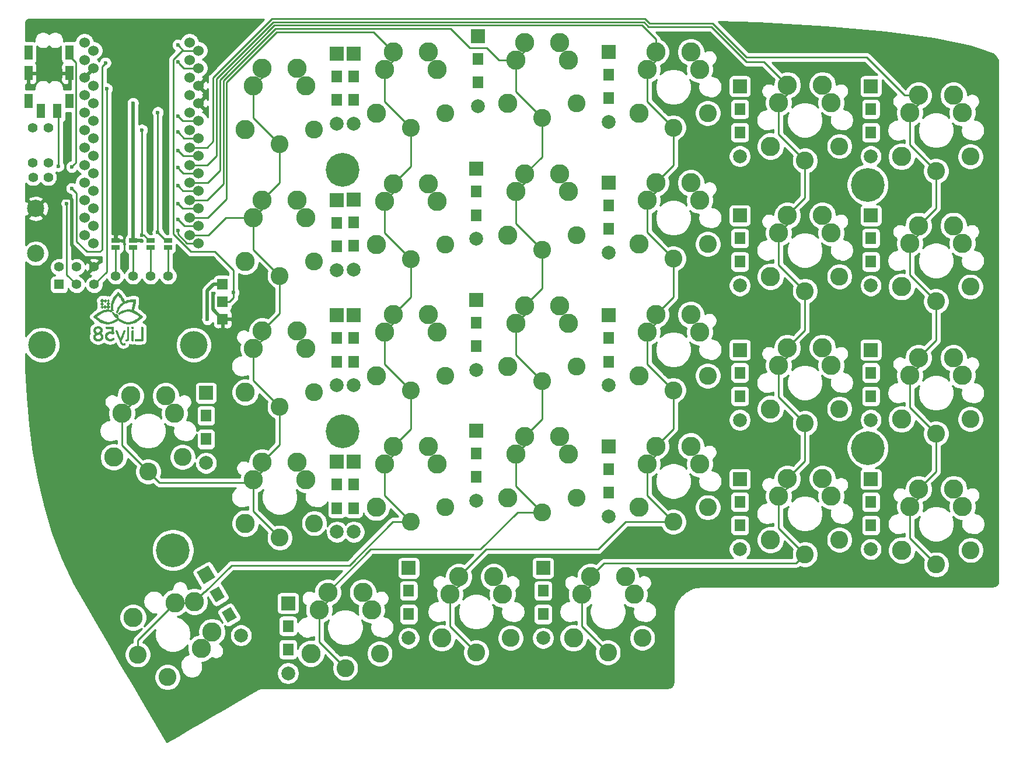
<source format=gbr>
G04 #@! TF.GenerationSoftware,KiCad,Pcbnew,5.1.6-c6e7f7d~87~ubuntu20.04.1*
G04 #@! TF.CreationDate,2020-10-17T21:04:39+01:00*
G04 #@! TF.ProjectId,Lily58,4c696c79-3538-42e6-9b69-6361645f7063,rev?*
G04 #@! TF.SameCoordinates,Original*
G04 #@! TF.FileFunction,Copper,L2,Bot*
G04 #@! TF.FilePolarity,Positive*
%FSLAX46Y46*%
G04 Gerber Fmt 4.6, Leading zero omitted, Abs format (unit mm)*
G04 Created by KiCad (PCBNEW 5.1.6-c6e7f7d~87~ubuntu20.04.1) date 2020-10-17 21:04:39*
%MOMM*%
%LPD*%
G01*
G04 APERTURE LIST*
G04 #@! TA.AperFunction,EtchedComponent*
%ADD10C,0.010000*%
G04 #@! TD*
G04 #@! TA.AperFunction,ComponentPad*
%ADD11R,1.200000X2.100000*%
G04 #@! TD*
G04 #@! TA.AperFunction,ComponentPad*
%ADD12R,1.500000X1.800000*%
G04 #@! TD*
G04 #@! TA.AperFunction,ComponentPad*
%ADD13C,1.998980*%
G04 #@! TD*
G04 #@! TA.AperFunction,ComponentPad*
%ADD14R,1.998980X1.998980*%
G04 #@! TD*
G04 #@! TA.AperFunction,ComponentPad*
%ADD15C,0.100000*%
G04 #@! TD*
G04 #@! TA.AperFunction,ComponentPad*
%ADD16C,4.000000*%
G04 #@! TD*
G04 #@! TA.AperFunction,ComponentPad*
%ADD17C,4.900000*%
G04 #@! TD*
G04 #@! TA.AperFunction,ComponentPad*
%ADD18R,1.397000X1.397000*%
G04 #@! TD*
G04 #@! TA.AperFunction,ComponentPad*
%ADD19C,1.397000*%
G04 #@! TD*
G04 #@! TA.AperFunction,ComponentPad*
%ADD20C,2.500000*%
G04 #@! TD*
G04 #@! TA.AperFunction,ComponentPad*
%ADD21C,1.524000*%
G04 #@! TD*
G04 #@! TA.AperFunction,ComponentPad*
%ADD22C,2.600000*%
G04 #@! TD*
G04 #@! TA.AperFunction,ComponentPad*
%ADD23C,2.800000*%
G04 #@! TD*
G04 #@! TA.AperFunction,SMDPad,CuDef*
%ADD24R,1.524000X1.524000*%
G04 #@! TD*
G04 #@! TA.AperFunction,SMDPad,CuDef*
%ADD25R,1.143000X0.635000*%
G04 #@! TD*
G04 #@! TA.AperFunction,ViaPad*
%ADD26C,0.600000*%
G04 #@! TD*
G04 #@! TA.AperFunction,Conductor*
%ADD27C,0.250000*%
G04 #@! TD*
G04 #@! TA.AperFunction,Conductor*
%ADD28C,0.500000*%
G04 #@! TD*
G04 #@! TA.AperFunction,Conductor*
%ADD29C,0.254000*%
G04 #@! TD*
G04 APERTURE END LIST*
D10*
G36*
X95581286Y-78418254D02*
G01*
X95565351Y-78431799D01*
X95543905Y-78451725D01*
X95519088Y-78475864D01*
X95493040Y-78502048D01*
X95467899Y-78528110D01*
X95445806Y-78551883D01*
X95428899Y-78571197D01*
X95419319Y-78583887D01*
X95417943Y-78587146D01*
X95422855Y-78595635D01*
X95436172Y-78611893D01*
X95455759Y-78633742D01*
X95479486Y-78659004D01*
X95505219Y-78685500D01*
X95530828Y-78711052D01*
X95554178Y-78733481D01*
X95573138Y-78750610D01*
X95585576Y-78760260D01*
X95588712Y-78761600D01*
X95596002Y-78756697D01*
X95611610Y-78743118D01*
X95633701Y-78722562D01*
X95660440Y-78696725D01*
X95682540Y-78674803D01*
X95769111Y-78588006D01*
X95682813Y-78500632D01*
X95653922Y-78471777D01*
X95628307Y-78446940D01*
X95607785Y-78427824D01*
X95594174Y-78416131D01*
X95589572Y-78413257D01*
X95581286Y-78418254D01*
G37*
X95581286Y-78418254D02*
X95565351Y-78431799D01*
X95543905Y-78451725D01*
X95519088Y-78475864D01*
X95493040Y-78502048D01*
X95467899Y-78528110D01*
X95445806Y-78551883D01*
X95428899Y-78571197D01*
X95419319Y-78583887D01*
X95417943Y-78587146D01*
X95422855Y-78595635D01*
X95436172Y-78611893D01*
X95455759Y-78633742D01*
X95479486Y-78659004D01*
X95505219Y-78685500D01*
X95530828Y-78711052D01*
X95554178Y-78733481D01*
X95573138Y-78750610D01*
X95585576Y-78760260D01*
X95588712Y-78761600D01*
X95596002Y-78756697D01*
X95611610Y-78743118D01*
X95633701Y-78722562D01*
X95660440Y-78696725D01*
X95682540Y-78674803D01*
X95769111Y-78588006D01*
X95682813Y-78500632D01*
X95653922Y-78471777D01*
X95628307Y-78446940D01*
X95607785Y-78427824D01*
X95594174Y-78416131D01*
X95589572Y-78413257D01*
X95581286Y-78418254D01*
G36*
X95177512Y-78389154D02*
G01*
X95161395Y-78402669D01*
X95139093Y-78422884D01*
X95112525Y-78447910D01*
X95083610Y-78475854D01*
X95054267Y-78504829D01*
X95026414Y-78532943D01*
X95001972Y-78558306D01*
X94982858Y-78579028D01*
X94970991Y-78593219D01*
X94968000Y-78598499D01*
X94972939Y-78605816D01*
X94986491Y-78621244D01*
X95006757Y-78642888D01*
X95031835Y-78668850D01*
X95059827Y-78697234D01*
X95088833Y-78726144D01*
X95116954Y-78753684D01*
X95142289Y-78777957D01*
X95162939Y-78797067D01*
X95177005Y-78809117D01*
X95182270Y-78812400D01*
X95189386Y-78807482D01*
X95205020Y-78793761D01*
X95227514Y-78772787D01*
X95255214Y-78746110D01*
X95286465Y-78715279D01*
X95292851Y-78708895D01*
X95324315Y-78676855D01*
X95351918Y-78647754D01*
X95374103Y-78623315D01*
X95389314Y-78605260D01*
X95395994Y-78595313D01*
X95396171Y-78594498D01*
X95391171Y-78585843D01*
X95377473Y-78569274D01*
X95357028Y-78546741D01*
X95331787Y-78520190D01*
X95303702Y-78491570D01*
X95274725Y-78462830D01*
X95246807Y-78435916D01*
X95221899Y-78412778D01*
X95201953Y-78395362D01*
X95188921Y-78385618D01*
X95185526Y-78384229D01*
X95177512Y-78389154D01*
G37*
X95177512Y-78389154D02*
X95161395Y-78402669D01*
X95139093Y-78422884D01*
X95112525Y-78447910D01*
X95083610Y-78475854D01*
X95054267Y-78504829D01*
X95026414Y-78532943D01*
X95001972Y-78558306D01*
X94982858Y-78579028D01*
X94970991Y-78593219D01*
X94968000Y-78598499D01*
X94972939Y-78605816D01*
X94986491Y-78621244D01*
X95006757Y-78642888D01*
X95031835Y-78668850D01*
X95059827Y-78697234D01*
X95088833Y-78726144D01*
X95116954Y-78753684D01*
X95142289Y-78777957D01*
X95162939Y-78797067D01*
X95177005Y-78809117D01*
X95182270Y-78812400D01*
X95189386Y-78807482D01*
X95205020Y-78793761D01*
X95227514Y-78772787D01*
X95255214Y-78746110D01*
X95286465Y-78715279D01*
X95292851Y-78708895D01*
X95324315Y-78676855D01*
X95351918Y-78647754D01*
X95374103Y-78623315D01*
X95389314Y-78605260D01*
X95395994Y-78595313D01*
X95396171Y-78594498D01*
X95391171Y-78585843D01*
X95377473Y-78569274D01*
X95357028Y-78546741D01*
X95331787Y-78520190D01*
X95303702Y-78491570D01*
X95274725Y-78462830D01*
X95246807Y-78435916D01*
X95221899Y-78412778D01*
X95201953Y-78395362D01*
X95188921Y-78385618D01*
X95185526Y-78384229D01*
X95177512Y-78389154D01*
G36*
X94683741Y-78345682D02*
G01*
X94667230Y-78359495D01*
X94644296Y-78380368D01*
X94616696Y-78406539D01*
X94586188Y-78436249D01*
X94554529Y-78467739D01*
X94523477Y-78499248D01*
X94494788Y-78529017D01*
X94470222Y-78555287D01*
X94451535Y-78576297D01*
X94440485Y-78590288D01*
X94438228Y-78594844D01*
X94443224Y-78603174D01*
X94457038Y-78619684D01*
X94477910Y-78642618D01*
X94504081Y-78670218D01*
X94533792Y-78700726D01*
X94565281Y-78732385D01*
X94596791Y-78763438D01*
X94626560Y-78792126D01*
X94652829Y-78816692D01*
X94673839Y-78835379D01*
X94687830Y-78846430D01*
X94692386Y-78848686D01*
X94700395Y-78843739D01*
X94716997Y-78829853D01*
X94740630Y-78808462D01*
X94769736Y-78780999D01*
X94802754Y-78748900D01*
X94824751Y-78727051D01*
X94858983Y-78692332D01*
X94889481Y-78660551D01*
X94914813Y-78633272D01*
X94933547Y-78612055D01*
X94944252Y-78598463D01*
X94946228Y-78594528D01*
X94941233Y-78586198D01*
X94927419Y-78569688D01*
X94906546Y-78546754D01*
X94880375Y-78519154D01*
X94850665Y-78488646D01*
X94819175Y-78456987D01*
X94787666Y-78425934D01*
X94757897Y-78397246D01*
X94731628Y-78372680D01*
X94710618Y-78353993D01*
X94696627Y-78342942D01*
X94692070Y-78340686D01*
X94683741Y-78345682D01*
G37*
X94683741Y-78345682D02*
X94667230Y-78359495D01*
X94644296Y-78380368D01*
X94616696Y-78406539D01*
X94586188Y-78436249D01*
X94554529Y-78467739D01*
X94523477Y-78499248D01*
X94494788Y-78529017D01*
X94470222Y-78555287D01*
X94451535Y-78576297D01*
X94440485Y-78590288D01*
X94438228Y-78594844D01*
X94443224Y-78603174D01*
X94457038Y-78619684D01*
X94477910Y-78642618D01*
X94504081Y-78670218D01*
X94533792Y-78700726D01*
X94565281Y-78732385D01*
X94596791Y-78763438D01*
X94626560Y-78792126D01*
X94652829Y-78816692D01*
X94673839Y-78835379D01*
X94687830Y-78846430D01*
X94692386Y-78848686D01*
X94700395Y-78843739D01*
X94716997Y-78829853D01*
X94740630Y-78808462D01*
X94769736Y-78780999D01*
X94802754Y-78748900D01*
X94824751Y-78727051D01*
X94858983Y-78692332D01*
X94889481Y-78660551D01*
X94914813Y-78633272D01*
X94933547Y-78612055D01*
X94944252Y-78598463D01*
X94946228Y-78594528D01*
X94941233Y-78586198D01*
X94927419Y-78569688D01*
X94906546Y-78546754D01*
X94880375Y-78519154D01*
X94850665Y-78488646D01*
X94819175Y-78456987D01*
X94787666Y-78425934D01*
X94757897Y-78397246D01*
X94731628Y-78372680D01*
X94710618Y-78353993D01*
X94696627Y-78342942D01*
X94692070Y-78340686D01*
X94683741Y-78345682D01*
G36*
X95580685Y-78788372D02*
G01*
X95564898Y-78802093D01*
X95543011Y-78822618D01*
X95516910Y-78848027D01*
X95488481Y-78876404D01*
X95459611Y-78905829D01*
X95432186Y-78934385D01*
X95408091Y-78960153D01*
X95389214Y-78981215D01*
X95377439Y-78995654D01*
X95374400Y-79001086D01*
X95379317Y-79009019D01*
X95392809Y-79025073D01*
X95412992Y-79047331D01*
X95437978Y-79073875D01*
X95465881Y-79102785D01*
X95494816Y-79132145D01*
X95522896Y-79160035D01*
X95548235Y-79184538D01*
X95568946Y-79203735D01*
X95583144Y-79215709D01*
X95588485Y-79218800D01*
X95595277Y-79213913D01*
X95610664Y-79200277D01*
X95633005Y-79179431D01*
X95660657Y-79152912D01*
X95691977Y-79122258D01*
X95698595Y-79115710D01*
X95730250Y-79083774D01*
X95758022Y-79054705D01*
X95780346Y-79030227D01*
X95795657Y-79012066D01*
X95802391Y-79001946D01*
X95802571Y-79001086D01*
X95797654Y-78993153D01*
X95784162Y-78977098D01*
X95763979Y-78954840D01*
X95738993Y-78928297D01*
X95711090Y-78899387D01*
X95682155Y-78870027D01*
X95654075Y-78842137D01*
X95628736Y-78817634D01*
X95608025Y-78798436D01*
X95593827Y-78786463D01*
X95588485Y-78783372D01*
X95580685Y-78788372D01*
G37*
X95580685Y-78788372D02*
X95564898Y-78802093D01*
X95543011Y-78822618D01*
X95516910Y-78848027D01*
X95488481Y-78876404D01*
X95459611Y-78905829D01*
X95432186Y-78934385D01*
X95408091Y-78960153D01*
X95389214Y-78981215D01*
X95377439Y-78995654D01*
X95374400Y-79001086D01*
X95379317Y-79009019D01*
X95392809Y-79025073D01*
X95412992Y-79047331D01*
X95437978Y-79073875D01*
X95465881Y-79102785D01*
X95494816Y-79132145D01*
X95522896Y-79160035D01*
X95548235Y-79184538D01*
X95568946Y-79203735D01*
X95583144Y-79215709D01*
X95588485Y-79218800D01*
X95595277Y-79213913D01*
X95610664Y-79200277D01*
X95633005Y-79179431D01*
X95660657Y-79152912D01*
X95691977Y-79122258D01*
X95698595Y-79115710D01*
X95730250Y-79083774D01*
X95758022Y-79054705D01*
X95780346Y-79030227D01*
X95795657Y-79012066D01*
X95802391Y-79001946D01*
X95802571Y-79001086D01*
X95797654Y-78993153D01*
X95784162Y-78977098D01*
X95763979Y-78954840D01*
X95738993Y-78928297D01*
X95711090Y-78899387D01*
X95682155Y-78870027D01*
X95654075Y-78842137D01*
X95628736Y-78817634D01*
X95608025Y-78798436D01*
X95593827Y-78786463D01*
X95588485Y-78783372D01*
X95580685Y-78788372D01*
G36*
X94587032Y-78972025D02*
G01*
X94555231Y-79004289D01*
X94527286Y-79033635D01*
X94504742Y-79058358D01*
X94489145Y-79076752D01*
X94482041Y-79087111D01*
X94481771Y-79088175D01*
X94486771Y-79096868D01*
X94500468Y-79113473D01*
X94520912Y-79136042D01*
X94546151Y-79162625D01*
X94574235Y-79191273D01*
X94603212Y-79220036D01*
X94631131Y-79246965D01*
X94656040Y-79270110D01*
X94675990Y-79287522D01*
X94689028Y-79297252D01*
X94692416Y-79298629D01*
X94700634Y-79293691D01*
X94717282Y-79279907D01*
X94740660Y-79258823D01*
X94769064Y-79231984D01*
X94800792Y-79200936D01*
X94808375Y-79193368D01*
X94913448Y-79088107D01*
X94802870Y-78977530D01*
X94692293Y-78866952D01*
X94587032Y-78972025D01*
G37*
X94587032Y-78972025D02*
X94555231Y-79004289D01*
X94527286Y-79033635D01*
X94504742Y-79058358D01*
X94489145Y-79076752D01*
X94482041Y-79087111D01*
X94481771Y-79088175D01*
X94486771Y-79096868D01*
X94500468Y-79113473D01*
X94520912Y-79136042D01*
X94546151Y-79162625D01*
X94574235Y-79191273D01*
X94603212Y-79220036D01*
X94631131Y-79246965D01*
X94656040Y-79270110D01*
X94675990Y-79287522D01*
X94689028Y-79297252D01*
X94692416Y-79298629D01*
X94700634Y-79293691D01*
X94717282Y-79279907D01*
X94740660Y-79258823D01*
X94769064Y-79231984D01*
X94800792Y-79200936D01*
X94808375Y-79193368D01*
X94913448Y-79088107D01*
X94802870Y-78977530D01*
X94692293Y-78866952D01*
X94587032Y-78972025D01*
G36*
X94683661Y-79332567D02*
G01*
X94667542Y-79345874D01*
X94645815Y-79365447D01*
X94620653Y-79389154D01*
X94594232Y-79414861D01*
X94568726Y-79440437D01*
X94546310Y-79463750D01*
X94529158Y-79482668D01*
X94519446Y-79495058D01*
X94518057Y-79498205D01*
X94522897Y-79505111D01*
X94536041Y-79520048D01*
X94555425Y-79540911D01*
X94578984Y-79565591D01*
X94604655Y-79591982D01*
X94630374Y-79617977D01*
X94654077Y-79641469D01*
X94673699Y-79660350D01*
X94687176Y-79672515D01*
X94692228Y-79676000D01*
X94698378Y-79671119D01*
X94712953Y-79657611D01*
X94734180Y-79637175D01*
X94760287Y-79611511D01*
X94781242Y-79590620D01*
X94809615Y-79561755D01*
X94833982Y-79536170D01*
X94852635Y-79515722D01*
X94863867Y-79502270D01*
X94866400Y-79497973D01*
X94861381Y-79489773D01*
X94847778Y-79473965D01*
X94827768Y-79452676D01*
X94803532Y-79428033D01*
X94777249Y-79402166D01*
X94751096Y-79377202D01*
X94727254Y-79355268D01*
X94707901Y-79338493D01*
X94695217Y-79329005D01*
X94691996Y-79327657D01*
X94683661Y-79332567D01*
G37*
X94683661Y-79332567D02*
X94667542Y-79345874D01*
X94645815Y-79365447D01*
X94620653Y-79389154D01*
X94594232Y-79414861D01*
X94568726Y-79440437D01*
X94546310Y-79463750D01*
X94529158Y-79482668D01*
X94519446Y-79495058D01*
X94518057Y-79498205D01*
X94522897Y-79505111D01*
X94536041Y-79520048D01*
X94555425Y-79540911D01*
X94578984Y-79565591D01*
X94604655Y-79591982D01*
X94630374Y-79617977D01*
X94654077Y-79641469D01*
X94673699Y-79660350D01*
X94687176Y-79672515D01*
X94692228Y-79676000D01*
X94698378Y-79671119D01*
X94712953Y-79657611D01*
X94734180Y-79637175D01*
X94760287Y-79611511D01*
X94781242Y-79590620D01*
X94809615Y-79561755D01*
X94833982Y-79536170D01*
X94852635Y-79515722D01*
X94863867Y-79502270D01*
X94866400Y-79497973D01*
X94861381Y-79489773D01*
X94847778Y-79473965D01*
X94827768Y-79452676D01*
X94803532Y-79428033D01*
X94777249Y-79402166D01*
X94751096Y-79377202D01*
X94727254Y-79355268D01*
X94707901Y-79338493D01*
X94695217Y-79329005D01*
X94691996Y-79327657D01*
X94683661Y-79332567D01*
G36*
X95086884Y-79282775D02*
G01*
X95077213Y-79290344D01*
X95060042Y-79305996D01*
X95037278Y-79327796D01*
X95010831Y-79353806D01*
X94982610Y-79382093D01*
X94954523Y-79410719D01*
X94928479Y-79437750D01*
X94906387Y-79461250D01*
X94890157Y-79479283D01*
X94881696Y-79489913D01*
X94880914Y-79491639D01*
X94885923Y-79499418D01*
X94899669Y-79515166D01*
X94920230Y-79536998D01*
X94945681Y-79563033D01*
X94974101Y-79591386D01*
X95003567Y-79620176D01*
X95032156Y-79647518D01*
X95057945Y-79671531D01*
X95079011Y-79690332D01*
X95093432Y-79702036D01*
X95098816Y-79705029D01*
X95107116Y-79700094D01*
X95123783Y-79686350D01*
X95147060Y-79665383D01*
X95175189Y-79638783D01*
X95206411Y-79608136D01*
X95209397Y-79605149D01*
X95240279Y-79573670D01*
X95267269Y-79545130D01*
X95288783Y-79521290D01*
X95303236Y-79503911D01*
X95309041Y-79494754D01*
X95309085Y-79494384D01*
X95304148Y-79486152D01*
X95290372Y-79469500D01*
X95269309Y-79446140D01*
X95242513Y-79417784D01*
X95211536Y-79386145D01*
X95204812Y-79379411D01*
X95168881Y-79343787D01*
X95141592Y-79317447D01*
X95121519Y-79299222D01*
X95107236Y-79287943D01*
X95097316Y-79282440D01*
X95090332Y-79281546D01*
X95086884Y-79282775D01*
G37*
X95086884Y-79282775D02*
X95077213Y-79290344D01*
X95060042Y-79305996D01*
X95037278Y-79327796D01*
X95010831Y-79353806D01*
X94982610Y-79382093D01*
X94954523Y-79410719D01*
X94928479Y-79437750D01*
X94906387Y-79461250D01*
X94890157Y-79479283D01*
X94881696Y-79489913D01*
X94880914Y-79491639D01*
X94885923Y-79499418D01*
X94899669Y-79515166D01*
X94920230Y-79536998D01*
X94945681Y-79563033D01*
X94974101Y-79591386D01*
X95003567Y-79620176D01*
X95032156Y-79647518D01*
X95057945Y-79671531D01*
X95079011Y-79690332D01*
X95093432Y-79702036D01*
X95098816Y-79705029D01*
X95107116Y-79700094D01*
X95123783Y-79686350D01*
X95147060Y-79665383D01*
X95175189Y-79638783D01*
X95206411Y-79608136D01*
X95209397Y-79605149D01*
X95240279Y-79573670D01*
X95267269Y-79545130D01*
X95288783Y-79521290D01*
X95303236Y-79503911D01*
X95309041Y-79494754D01*
X95309085Y-79494384D01*
X95304148Y-79486152D01*
X95290372Y-79469500D01*
X95269309Y-79446140D01*
X95242513Y-79417784D01*
X95211536Y-79386145D01*
X95204812Y-79379411D01*
X95168881Y-79343787D01*
X95141592Y-79317447D01*
X95121519Y-79299222D01*
X95107236Y-79287943D01*
X95097316Y-79282440D01*
X95090332Y-79281546D01*
X95086884Y-79282775D01*
G36*
X95578652Y-79245629D02*
G01*
X95560837Y-79259599D01*
X95536841Y-79280676D01*
X95508468Y-79307055D01*
X95477521Y-79336931D01*
X95445805Y-79368500D01*
X95415123Y-79399956D01*
X95387279Y-79429495D01*
X95364076Y-79455312D01*
X95347319Y-79475601D01*
X95338810Y-79488558D01*
X95338114Y-79491103D01*
X95343091Y-79500099D01*
X95356856Y-79517274D01*
X95377657Y-79540851D01*
X95403743Y-79569052D01*
X95433364Y-79600099D01*
X95464767Y-79632215D01*
X95496204Y-79663620D01*
X95525921Y-79692538D01*
X95552169Y-79717191D01*
X95573196Y-79735801D01*
X95587252Y-79746590D01*
X95591695Y-79748572D01*
X95599597Y-79743649D01*
X95616110Y-79729845D01*
X95639650Y-79708610D01*
X95668630Y-79681392D01*
X95701465Y-79649640D01*
X95720425Y-79630936D01*
X95754572Y-79596613D01*
X95785252Y-79565008D01*
X95810935Y-79537761D01*
X95830089Y-79516510D01*
X95841186Y-79502896D01*
X95843269Y-79499361D01*
X95842608Y-79492635D01*
X95836682Y-79482045D01*
X95824504Y-79466450D01*
X95805086Y-79444708D01*
X95777441Y-79415674D01*
X95740581Y-79378208D01*
X95725426Y-79362997D01*
X95682251Y-79320399D01*
X95646342Y-79286297D01*
X95618325Y-79261252D01*
X95598826Y-79245824D01*
X95588483Y-79240572D01*
X95578652Y-79245629D01*
G37*
X95578652Y-79245629D02*
X95560837Y-79259599D01*
X95536841Y-79280676D01*
X95508468Y-79307055D01*
X95477521Y-79336931D01*
X95445805Y-79368500D01*
X95415123Y-79399956D01*
X95387279Y-79429495D01*
X95364076Y-79455312D01*
X95347319Y-79475601D01*
X95338810Y-79488558D01*
X95338114Y-79491103D01*
X95343091Y-79500099D01*
X95356856Y-79517274D01*
X95377657Y-79540851D01*
X95403743Y-79569052D01*
X95433364Y-79600099D01*
X95464767Y-79632215D01*
X95496204Y-79663620D01*
X95525921Y-79692538D01*
X95552169Y-79717191D01*
X95573196Y-79735801D01*
X95587252Y-79746590D01*
X95591695Y-79748572D01*
X95599597Y-79743649D01*
X95616110Y-79729845D01*
X95639650Y-79708610D01*
X95668630Y-79681392D01*
X95701465Y-79649640D01*
X95720425Y-79630936D01*
X95754572Y-79596613D01*
X95785252Y-79565008D01*
X95810935Y-79537761D01*
X95830089Y-79516510D01*
X95841186Y-79502896D01*
X95843269Y-79499361D01*
X95842608Y-79492635D01*
X95836682Y-79482045D01*
X95824504Y-79466450D01*
X95805086Y-79444708D01*
X95777441Y-79415674D01*
X95740581Y-79378208D01*
X95725426Y-79362997D01*
X95682251Y-79320399D01*
X95646342Y-79286297D01*
X95618325Y-79261252D01*
X95598826Y-79245824D01*
X95588483Y-79240572D01*
X95578652Y-79245629D01*
G36*
X96921908Y-77451737D02*
G01*
X96762547Y-77624566D01*
X96613573Y-77807516D01*
X96475052Y-78000510D01*
X96451511Y-78035886D01*
X96343276Y-78210990D01*
X96249358Y-78385431D01*
X96169770Y-78559143D01*
X96104525Y-78732061D01*
X96053637Y-78904120D01*
X96017120Y-79075255D01*
X95994987Y-79245400D01*
X95987252Y-79414491D01*
X95993928Y-79582461D01*
X96015030Y-79749247D01*
X96050569Y-79914782D01*
X96056007Y-79935307D01*
X96064315Y-79966015D01*
X96135684Y-79988187D01*
X96174179Y-80000605D01*
X96215304Y-80014604D01*
X96252098Y-80027792D01*
X96263443Y-80032074D01*
X96289677Y-80041593D01*
X96310399Y-80048019D01*
X96322215Y-80050342D01*
X96323601Y-80050018D01*
X96323326Y-80041867D01*
X96319439Y-80023177D01*
X96312682Y-79997250D01*
X96308482Y-79982681D01*
X96270212Y-79831041D01*
X96245758Y-79679808D01*
X96235167Y-79528558D01*
X96238488Y-79376867D01*
X96255770Y-79224312D01*
X96287060Y-79070470D01*
X96332407Y-78914917D01*
X96391859Y-78757230D01*
X96465465Y-78596984D01*
X96467042Y-78593830D01*
X96506267Y-78517413D01*
X96543619Y-78449153D01*
X96582212Y-78383686D01*
X96625160Y-78315649D01*
X96654062Y-78271743D01*
X96723204Y-78172108D01*
X96798994Y-78070248D01*
X96877857Y-77970757D01*
X96956223Y-77878225D01*
X96987191Y-77843572D01*
X97020192Y-77807286D01*
X97036297Y-77821800D01*
X97050449Y-77836124D01*
X97071852Y-77859789D01*
X97098778Y-77890733D01*
X97129496Y-77926896D01*
X97162278Y-77966216D01*
X97195392Y-78006632D01*
X97227110Y-78046084D01*
X97255702Y-78082509D01*
X97262522Y-78091376D01*
X97331453Y-78185384D01*
X97400239Y-78286549D01*
X97465221Y-78389297D01*
X97521506Y-78485829D01*
X97543533Y-78526703D01*
X97566606Y-78571650D01*
X97589898Y-78618830D01*
X97612580Y-78666404D01*
X97633826Y-78712533D01*
X97652808Y-78755378D01*
X97668697Y-78793098D01*
X97680667Y-78823856D01*
X97687890Y-78845811D01*
X97689537Y-78857125D01*
X97689006Y-78858057D01*
X97682045Y-78862963D01*
X97665794Y-78874245D01*
X97642919Y-78890055D01*
X97624114Y-78903019D01*
X97492716Y-79002253D01*
X97370449Y-79112682D01*
X97257293Y-79234335D01*
X97153229Y-79367238D01*
X97058238Y-79511419D01*
X96972301Y-79666904D01*
X96895399Y-79833722D01*
X96827512Y-80011899D01*
X96811159Y-80060629D01*
X96797100Y-80104294D01*
X96783987Y-80146148D01*
X96772776Y-80183056D01*
X96764422Y-80211882D01*
X96760391Y-80227215D01*
X96755505Y-80250207D01*
X96754801Y-80263318D01*
X96758573Y-80270652D01*
X96763768Y-80274387D01*
X96774432Y-80281046D01*
X96794552Y-80293846D01*
X96821399Y-80311041D01*
X96852242Y-80330887D01*
X96857377Y-80334200D01*
X96887523Y-80353100D01*
X96913231Y-80368176D01*
X96932136Y-80378117D01*
X96941873Y-80381614D01*
X96942566Y-80381371D01*
X96946229Y-80372480D01*
X96952375Y-80353057D01*
X96959913Y-80326641D01*
X96963148Y-80314629D01*
X97010296Y-80156769D01*
X97066363Y-80004840D01*
X97130692Y-79860033D01*
X97202624Y-79723537D01*
X97281500Y-79596544D01*
X97366663Y-79480243D01*
X97457452Y-79375824D01*
X97513158Y-79320490D01*
X97632074Y-79218720D01*
X97761849Y-79126255D01*
X97902527Y-79043079D01*
X98054154Y-78969174D01*
X98216775Y-78904526D01*
X98390436Y-78849117D01*
X98575180Y-78802930D01*
X98771055Y-78765951D01*
X98978104Y-78738161D01*
X99165406Y-78721582D01*
X99229869Y-78717144D01*
X99224829Y-78799243D01*
X99205247Y-79019541D01*
X99174058Y-79231254D01*
X99131221Y-79434564D01*
X99076693Y-79629656D01*
X99010433Y-79816713D01*
X98975468Y-79901349D01*
X98961176Y-79934383D01*
X98864145Y-79918053D01*
X98699162Y-79897264D01*
X98533849Y-79890430D01*
X98367979Y-79897599D01*
X98201324Y-79918820D01*
X98033654Y-79954143D01*
X97864743Y-80003616D01*
X97694361Y-80067288D01*
X97522280Y-80145208D01*
X97348273Y-80237425D01*
X97332609Y-80246371D01*
X97290312Y-80271205D01*
X97245647Y-80298365D01*
X97200663Y-80326511D01*
X97157410Y-80354303D01*
X97117937Y-80380401D01*
X97084293Y-80403466D01*
X97058527Y-80422157D01*
X97042687Y-80435137D01*
X97040505Y-80437347D01*
X97034204Y-80445277D01*
X97032838Y-80452678D01*
X97037659Y-80462659D01*
X97049918Y-80478327D01*
X97063310Y-80494013D01*
X97086219Y-80522060D01*
X97109796Y-80553182D01*
X97126618Y-80577214D01*
X97153810Y-80618457D01*
X97220993Y-80571941D01*
X97358992Y-80482626D01*
X97502026Y-80401950D01*
X97648322Y-80330626D01*
X97796109Y-80269369D01*
X97943613Y-80218895D01*
X98089064Y-80179917D01*
X98230690Y-80153150D01*
X98273628Y-80147433D01*
X98329853Y-80142587D01*
X98395797Y-80139904D01*
X98466835Y-80139340D01*
X98538338Y-80140854D01*
X98605683Y-80144403D01*
X98664241Y-80149944D01*
X98673221Y-80151112D01*
X98828826Y-80179299D01*
X98986462Y-80221459D01*
X99145510Y-80277298D01*
X99305349Y-80346520D01*
X99465360Y-80428828D01*
X99624924Y-80523927D01*
X99783420Y-80631522D01*
X99940229Y-80751315D01*
X99954243Y-80762689D01*
X99989713Y-80791936D01*
X100025558Y-80822043D01*
X100058295Y-80850051D01*
X100084443Y-80872998D01*
X100091543Y-80879423D01*
X100138714Y-80922648D01*
X100120571Y-80942465D01*
X100093013Y-80970038D01*
X100055232Y-81004115D01*
X100009125Y-81043214D01*
X99956587Y-81085854D01*
X99899516Y-81130552D01*
X99839808Y-81175827D01*
X99779359Y-81220196D01*
X99720067Y-81262179D01*
X99663827Y-81300293D01*
X99656114Y-81305361D01*
X99505598Y-81398671D01*
X99358810Y-81478990D01*
X99214321Y-81546897D01*
X99070706Y-81602970D01*
X98926536Y-81647787D01*
X98780385Y-81681926D01*
X98685872Y-81698329D01*
X98631307Y-81704546D01*
X98566449Y-81708662D01*
X98495366Y-81710683D01*
X98422125Y-81710612D01*
X98350793Y-81708454D01*
X98285440Y-81704211D01*
X98230131Y-81697888D01*
X98230085Y-81697881D01*
X98074248Y-81667633D01*
X97916109Y-81623613D01*
X97756602Y-81566201D01*
X97596661Y-81495775D01*
X97437220Y-81412711D01*
X97279213Y-81317390D01*
X97261505Y-81305874D01*
X97201811Y-81264120D01*
X97154119Y-81224568D01*
X97116490Y-81185387D01*
X97086982Y-81144748D01*
X97082232Y-81136880D01*
X97057692Y-81085384D01*
X97038673Y-81026070D01*
X97027063Y-80965176D01*
X97025473Y-80949629D01*
X97020011Y-80894267D01*
X97013157Y-80849535D01*
X97004008Y-80811557D01*
X96991663Y-80776455D01*
X96978198Y-80746429D01*
X96960500Y-80713783D01*
X96939501Y-80680720D01*
X96919310Y-80653634D01*
X96916412Y-80650263D01*
X96899235Y-80633328D01*
X96875094Y-80612859D01*
X96846252Y-80590413D01*
X96814975Y-80567553D01*
X96783526Y-80545837D01*
X96754171Y-80526826D01*
X96729174Y-80512080D01*
X96710799Y-80503158D01*
X96701311Y-80501622D01*
X96701005Y-80501864D01*
X96696653Y-80513442D01*
X96693367Y-80536330D01*
X96691206Y-80567359D01*
X96690226Y-80603362D01*
X96690485Y-80641169D01*
X96692041Y-80677612D01*
X96694949Y-80709522D01*
X96696996Y-80723164D01*
X96707142Y-80779727D01*
X96690766Y-80759449D01*
X96676206Y-80739532D01*
X96656119Y-80709395D01*
X96632010Y-80671517D01*
X96605386Y-80628374D01*
X96577757Y-80582441D01*
X96550628Y-80536195D01*
X96525506Y-80492114D01*
X96503900Y-80452672D01*
X96502885Y-80450765D01*
X96452085Y-80355132D01*
X96380913Y-80323360D01*
X96348628Y-80309333D01*
X96312691Y-80294345D01*
X96275592Y-80279359D01*
X96239823Y-80265340D01*
X96207876Y-80253250D01*
X96182241Y-80244053D01*
X96165411Y-80238712D01*
X96159904Y-80237905D01*
X96161007Y-80246182D01*
X96168090Y-80265445D01*
X96180269Y-80293894D01*
X96196658Y-80329728D01*
X96216372Y-80371146D01*
X96238527Y-80416347D01*
X96262236Y-80463530D01*
X96286616Y-80510894D01*
X96310780Y-80556638D01*
X96333844Y-80598961D01*
X96354922Y-80636062D01*
X96358976Y-80642959D01*
X96410394Y-80727633D01*
X96457562Y-80800219D01*
X96501754Y-80862048D01*
X96544243Y-80914455D01*
X96586303Y-80958773D01*
X96629208Y-80996334D01*
X96674230Y-81028472D01*
X96722644Y-81056520D01*
X96775723Y-81081812D01*
X96779917Y-81083630D01*
X96809377Y-81096572D01*
X96828478Y-81106355D01*
X96840224Y-81115493D01*
X96847615Y-81126497D01*
X96853655Y-81141881D01*
X96855316Y-81146735D01*
X96864920Y-81172667D01*
X96875101Y-81196745D01*
X96879010Y-81204846D01*
X96886050Y-81220570D01*
X96885019Y-81230470D01*
X96875094Y-81241297D01*
X96874499Y-81241846D01*
X96862616Y-81251165D01*
X96841276Y-81266361D01*
X96813261Y-81285507D01*
X96781354Y-81306677D01*
X96773340Y-81311900D01*
X96610529Y-81410700D01*
X96447054Y-81496137D01*
X96283438Y-81568002D01*
X96120204Y-81626086D01*
X95957873Y-81670177D01*
X95813457Y-81697651D01*
X95762562Y-81703557D01*
X95701694Y-81707783D01*
X95634832Y-81710292D01*
X95565954Y-81711045D01*
X95499041Y-81710007D01*
X95438071Y-81707139D01*
X95387023Y-81702404D01*
X95381657Y-81701695D01*
X95219099Y-81672295D01*
X95055553Y-81628745D01*
X94891757Y-81571306D01*
X94728448Y-81500241D01*
X94566363Y-81415810D01*
X94549904Y-81406444D01*
X94458922Y-81351715D01*
X94363971Y-81289946D01*
X94268071Y-81223346D01*
X94174241Y-81154125D01*
X94085499Y-81084494D01*
X94004865Y-81016662D01*
X93952000Y-80968745D01*
X93904828Y-80924318D01*
X93941114Y-80890483D01*
X93973807Y-80861038D01*
X94014968Y-80825547D01*
X94061425Y-80786629D01*
X94110003Y-80746905D01*
X94157528Y-80708994D01*
X94200825Y-80675516D01*
X94209628Y-80668885D01*
X94366167Y-80558308D01*
X94524307Y-80459646D01*
X94683187Y-80373320D01*
X94841945Y-80299750D01*
X94999718Y-80239355D01*
X95155645Y-80192555D01*
X95218872Y-80177388D01*
X95314665Y-80159798D01*
X95417822Y-80147409D01*
X95523985Y-80140429D01*
X95628797Y-80139062D01*
X95727900Y-80143516D01*
X95791933Y-80150260D01*
X95851645Y-80159594D01*
X95916862Y-80171900D01*
X95982664Y-80186113D01*
X96044136Y-80201168D01*
X96096359Y-80215997D01*
X96099003Y-80216829D01*
X96125783Y-80225002D01*
X96141351Y-80228651D01*
X96148206Y-80228016D01*
X96148846Y-80223336D01*
X96148325Y-80221553D01*
X96144751Y-80210954D01*
X96137320Y-80189110D01*
X96126881Y-80158503D01*
X96114280Y-80121620D01*
X96102714Y-80087807D01*
X96088469Y-80045218D01*
X96077503Y-80013370D01*
X96067565Y-79990345D01*
X96056404Y-79974222D01*
X96041772Y-79963082D01*
X96021416Y-79955005D01*
X95993088Y-79948071D01*
X95954538Y-79940361D01*
X95922314Y-79933897D01*
X95751134Y-79905773D01*
X95580999Y-79892068D01*
X95412062Y-79892784D01*
X95244479Y-79907921D01*
X95113143Y-79930077D01*
X94950103Y-79969969D01*
X94784824Y-80023418D01*
X94618331Y-80089837D01*
X94451649Y-80168640D01*
X94285803Y-80259240D01*
X94121818Y-80361051D01*
X93960720Y-80473487D01*
X93803533Y-80595962D01*
X93651283Y-80727889D01*
X93549280Y-80824481D01*
X93447628Y-80924304D01*
X93560353Y-81034938D01*
X93707103Y-81171378D01*
X93860695Y-81299677D01*
X94019753Y-81418966D01*
X94182899Y-81528373D01*
X94348757Y-81627029D01*
X94515951Y-81714064D01*
X94683103Y-81788608D01*
X94848838Y-81849790D01*
X94850459Y-81850324D01*
X95016983Y-81898512D01*
X95181950Y-81932965D01*
X95345936Y-81953642D01*
X95509517Y-81960499D01*
X95673266Y-81953496D01*
X95837760Y-81932592D01*
X96003574Y-81897743D01*
X96171283Y-81848908D01*
X96341462Y-81786047D01*
X96462971Y-81733397D01*
X96538164Y-81697224D01*
X96617807Y-81655922D01*
X96698851Y-81611261D01*
X96778250Y-81565010D01*
X96852955Y-81518940D01*
X96919920Y-81474820D01*
X96970724Y-81438490D01*
X96997386Y-81419055D01*
X97015546Y-81408023D01*
X97027882Y-81404543D01*
X97037074Y-81407766D01*
X97044388Y-81415104D01*
X97053870Y-81423386D01*
X97072949Y-81437761D01*
X97099072Y-81456377D01*
X97129687Y-81477384D01*
X97137805Y-81482834D01*
X97305053Y-81587951D01*
X97473051Y-81680397D01*
X97641268Y-81760012D01*
X97809176Y-81826638D01*
X97976245Y-81880115D01*
X98141948Y-81920284D01*
X98305754Y-81946985D01*
X98467135Y-81960058D01*
X98625562Y-81959346D01*
X98701800Y-81953930D01*
X98871254Y-81931003D01*
X99042236Y-81893861D01*
X99214310Y-81842671D01*
X99387043Y-81777598D01*
X99560001Y-81698810D01*
X99732750Y-81606472D01*
X99904856Y-81500751D01*
X99933775Y-81481622D01*
X100042975Y-81405483D01*
X100153607Y-81322392D01*
X100262414Y-81235018D01*
X100366138Y-81146026D01*
X100461521Y-81058084D01*
X100512457Y-81007881D01*
X100595914Y-80923271D01*
X100486835Y-80816707D01*
X100335802Y-80677002D01*
X100177728Y-80545800D01*
X100014009Y-80423998D01*
X99846043Y-80312496D01*
X99675224Y-80212191D01*
X99502951Y-80123982D01*
X99330619Y-80048768D01*
X99240459Y-80014738D01*
X99234063Y-80011139D01*
X99232847Y-80004480D01*
X99237377Y-79991558D01*
X99248218Y-79969172D01*
X99248678Y-79968257D01*
X99263846Y-79935825D01*
X99282274Y-79892751D01*
X99302735Y-79842198D01*
X99324001Y-79787328D01*
X99344843Y-79731302D01*
X99364036Y-79677283D01*
X99379057Y-79632457D01*
X99428432Y-79462126D01*
X99469960Y-79282622D01*
X99503125Y-79097299D01*
X99527408Y-78909512D01*
X99542291Y-78722617D01*
X99547257Y-78542832D01*
X99547257Y-78398743D01*
X99418443Y-78398773D01*
X99246507Y-78403330D01*
X99071305Y-78416620D01*
X98895135Y-78438190D01*
X98720294Y-78467584D01*
X98549080Y-78504349D01*
X98383791Y-78548030D01*
X98226724Y-78598173D01*
X98080177Y-78654323D01*
X98041281Y-78671087D01*
X98007997Y-78685690D01*
X97979098Y-78698138D01*
X97957385Y-78707243D01*
X97945659Y-78711813D01*
X97944877Y-78712049D01*
X97937950Y-78706583D01*
X97927609Y-78688420D01*
X97914509Y-78658798D01*
X97907810Y-78641857D01*
X97832658Y-78464470D01*
X97743847Y-78287556D01*
X97642211Y-78112376D01*
X97528585Y-77940195D01*
X97403803Y-77772274D01*
X97268698Y-77609876D01*
X97124106Y-77454265D01*
X97121571Y-77451686D01*
X97021617Y-77350086D01*
X96921908Y-77451737D01*
G37*
X96921908Y-77451737D02*
X96762547Y-77624566D01*
X96613573Y-77807516D01*
X96475052Y-78000510D01*
X96451511Y-78035886D01*
X96343276Y-78210990D01*
X96249358Y-78385431D01*
X96169770Y-78559143D01*
X96104525Y-78732061D01*
X96053637Y-78904120D01*
X96017120Y-79075255D01*
X95994987Y-79245400D01*
X95987252Y-79414491D01*
X95993928Y-79582461D01*
X96015030Y-79749247D01*
X96050569Y-79914782D01*
X96056007Y-79935307D01*
X96064315Y-79966015D01*
X96135684Y-79988187D01*
X96174179Y-80000605D01*
X96215304Y-80014604D01*
X96252098Y-80027792D01*
X96263443Y-80032074D01*
X96289677Y-80041593D01*
X96310399Y-80048019D01*
X96322215Y-80050342D01*
X96323601Y-80050018D01*
X96323326Y-80041867D01*
X96319439Y-80023177D01*
X96312682Y-79997250D01*
X96308482Y-79982681D01*
X96270212Y-79831041D01*
X96245758Y-79679808D01*
X96235167Y-79528558D01*
X96238488Y-79376867D01*
X96255770Y-79224312D01*
X96287060Y-79070470D01*
X96332407Y-78914917D01*
X96391859Y-78757230D01*
X96465465Y-78596984D01*
X96467042Y-78593830D01*
X96506267Y-78517413D01*
X96543619Y-78449153D01*
X96582212Y-78383686D01*
X96625160Y-78315649D01*
X96654062Y-78271743D01*
X96723204Y-78172108D01*
X96798994Y-78070248D01*
X96877857Y-77970757D01*
X96956223Y-77878225D01*
X96987191Y-77843572D01*
X97020192Y-77807286D01*
X97036297Y-77821800D01*
X97050449Y-77836124D01*
X97071852Y-77859789D01*
X97098778Y-77890733D01*
X97129496Y-77926896D01*
X97162278Y-77966216D01*
X97195392Y-78006632D01*
X97227110Y-78046084D01*
X97255702Y-78082509D01*
X97262522Y-78091376D01*
X97331453Y-78185384D01*
X97400239Y-78286549D01*
X97465221Y-78389297D01*
X97521506Y-78485829D01*
X97543533Y-78526703D01*
X97566606Y-78571650D01*
X97589898Y-78618830D01*
X97612580Y-78666404D01*
X97633826Y-78712533D01*
X97652808Y-78755378D01*
X97668697Y-78793098D01*
X97680667Y-78823856D01*
X97687890Y-78845811D01*
X97689537Y-78857125D01*
X97689006Y-78858057D01*
X97682045Y-78862963D01*
X97665794Y-78874245D01*
X97642919Y-78890055D01*
X97624114Y-78903019D01*
X97492716Y-79002253D01*
X97370449Y-79112682D01*
X97257293Y-79234335D01*
X97153229Y-79367238D01*
X97058238Y-79511419D01*
X96972301Y-79666904D01*
X96895399Y-79833722D01*
X96827512Y-80011899D01*
X96811159Y-80060629D01*
X96797100Y-80104294D01*
X96783987Y-80146148D01*
X96772776Y-80183056D01*
X96764422Y-80211882D01*
X96760391Y-80227215D01*
X96755505Y-80250207D01*
X96754801Y-80263318D01*
X96758573Y-80270652D01*
X96763768Y-80274387D01*
X96774432Y-80281046D01*
X96794552Y-80293846D01*
X96821399Y-80311041D01*
X96852242Y-80330887D01*
X96857377Y-80334200D01*
X96887523Y-80353100D01*
X96913231Y-80368176D01*
X96932136Y-80378117D01*
X96941873Y-80381614D01*
X96942566Y-80381371D01*
X96946229Y-80372480D01*
X96952375Y-80353057D01*
X96959913Y-80326641D01*
X96963148Y-80314629D01*
X97010296Y-80156769D01*
X97066363Y-80004840D01*
X97130692Y-79860033D01*
X97202624Y-79723537D01*
X97281500Y-79596544D01*
X97366663Y-79480243D01*
X97457452Y-79375824D01*
X97513158Y-79320490D01*
X97632074Y-79218720D01*
X97761849Y-79126255D01*
X97902527Y-79043079D01*
X98054154Y-78969174D01*
X98216775Y-78904526D01*
X98390436Y-78849117D01*
X98575180Y-78802930D01*
X98771055Y-78765951D01*
X98978104Y-78738161D01*
X99165406Y-78721582D01*
X99229869Y-78717144D01*
X99224829Y-78799243D01*
X99205247Y-79019541D01*
X99174058Y-79231254D01*
X99131221Y-79434564D01*
X99076693Y-79629656D01*
X99010433Y-79816713D01*
X98975468Y-79901349D01*
X98961176Y-79934383D01*
X98864145Y-79918053D01*
X98699162Y-79897264D01*
X98533849Y-79890430D01*
X98367979Y-79897599D01*
X98201324Y-79918820D01*
X98033654Y-79954143D01*
X97864743Y-80003616D01*
X97694361Y-80067288D01*
X97522280Y-80145208D01*
X97348273Y-80237425D01*
X97332609Y-80246371D01*
X97290312Y-80271205D01*
X97245647Y-80298365D01*
X97200663Y-80326511D01*
X97157410Y-80354303D01*
X97117937Y-80380401D01*
X97084293Y-80403466D01*
X97058527Y-80422157D01*
X97042687Y-80435137D01*
X97040505Y-80437347D01*
X97034204Y-80445277D01*
X97032838Y-80452678D01*
X97037659Y-80462659D01*
X97049918Y-80478327D01*
X97063310Y-80494013D01*
X97086219Y-80522060D01*
X97109796Y-80553182D01*
X97126618Y-80577214D01*
X97153810Y-80618457D01*
X97220993Y-80571941D01*
X97358992Y-80482626D01*
X97502026Y-80401950D01*
X97648322Y-80330626D01*
X97796109Y-80269369D01*
X97943613Y-80218895D01*
X98089064Y-80179917D01*
X98230690Y-80153150D01*
X98273628Y-80147433D01*
X98329853Y-80142587D01*
X98395797Y-80139904D01*
X98466835Y-80139340D01*
X98538338Y-80140854D01*
X98605683Y-80144403D01*
X98664241Y-80149944D01*
X98673221Y-80151112D01*
X98828826Y-80179299D01*
X98986462Y-80221459D01*
X99145510Y-80277298D01*
X99305349Y-80346520D01*
X99465360Y-80428828D01*
X99624924Y-80523927D01*
X99783420Y-80631522D01*
X99940229Y-80751315D01*
X99954243Y-80762689D01*
X99989713Y-80791936D01*
X100025558Y-80822043D01*
X100058295Y-80850051D01*
X100084443Y-80872998D01*
X100091543Y-80879423D01*
X100138714Y-80922648D01*
X100120571Y-80942465D01*
X100093013Y-80970038D01*
X100055232Y-81004115D01*
X100009125Y-81043214D01*
X99956587Y-81085854D01*
X99899516Y-81130552D01*
X99839808Y-81175827D01*
X99779359Y-81220196D01*
X99720067Y-81262179D01*
X99663827Y-81300293D01*
X99656114Y-81305361D01*
X99505598Y-81398671D01*
X99358810Y-81478990D01*
X99214321Y-81546897D01*
X99070706Y-81602970D01*
X98926536Y-81647787D01*
X98780385Y-81681926D01*
X98685872Y-81698329D01*
X98631307Y-81704546D01*
X98566449Y-81708662D01*
X98495366Y-81710683D01*
X98422125Y-81710612D01*
X98350793Y-81708454D01*
X98285440Y-81704211D01*
X98230131Y-81697888D01*
X98230085Y-81697881D01*
X98074248Y-81667633D01*
X97916109Y-81623613D01*
X97756602Y-81566201D01*
X97596661Y-81495775D01*
X97437220Y-81412711D01*
X97279213Y-81317390D01*
X97261505Y-81305874D01*
X97201811Y-81264120D01*
X97154119Y-81224568D01*
X97116490Y-81185387D01*
X97086982Y-81144748D01*
X97082232Y-81136880D01*
X97057692Y-81085384D01*
X97038673Y-81026070D01*
X97027063Y-80965176D01*
X97025473Y-80949629D01*
X97020011Y-80894267D01*
X97013157Y-80849535D01*
X97004008Y-80811557D01*
X96991663Y-80776455D01*
X96978198Y-80746429D01*
X96960500Y-80713783D01*
X96939501Y-80680720D01*
X96919310Y-80653634D01*
X96916412Y-80650263D01*
X96899235Y-80633328D01*
X96875094Y-80612859D01*
X96846252Y-80590413D01*
X96814975Y-80567553D01*
X96783526Y-80545837D01*
X96754171Y-80526826D01*
X96729174Y-80512080D01*
X96710799Y-80503158D01*
X96701311Y-80501622D01*
X96701005Y-80501864D01*
X96696653Y-80513442D01*
X96693367Y-80536330D01*
X96691206Y-80567359D01*
X96690226Y-80603362D01*
X96690485Y-80641169D01*
X96692041Y-80677612D01*
X96694949Y-80709522D01*
X96696996Y-80723164D01*
X96707142Y-80779727D01*
X96690766Y-80759449D01*
X96676206Y-80739532D01*
X96656119Y-80709395D01*
X96632010Y-80671517D01*
X96605386Y-80628374D01*
X96577757Y-80582441D01*
X96550628Y-80536195D01*
X96525506Y-80492114D01*
X96503900Y-80452672D01*
X96502885Y-80450765D01*
X96452085Y-80355132D01*
X96380913Y-80323360D01*
X96348628Y-80309333D01*
X96312691Y-80294345D01*
X96275592Y-80279359D01*
X96239823Y-80265340D01*
X96207876Y-80253250D01*
X96182241Y-80244053D01*
X96165411Y-80238712D01*
X96159904Y-80237905D01*
X96161007Y-80246182D01*
X96168090Y-80265445D01*
X96180269Y-80293894D01*
X96196658Y-80329728D01*
X96216372Y-80371146D01*
X96238527Y-80416347D01*
X96262236Y-80463530D01*
X96286616Y-80510894D01*
X96310780Y-80556638D01*
X96333844Y-80598961D01*
X96354922Y-80636062D01*
X96358976Y-80642959D01*
X96410394Y-80727633D01*
X96457562Y-80800219D01*
X96501754Y-80862048D01*
X96544243Y-80914455D01*
X96586303Y-80958773D01*
X96629208Y-80996334D01*
X96674230Y-81028472D01*
X96722644Y-81056520D01*
X96775723Y-81081812D01*
X96779917Y-81083630D01*
X96809377Y-81096572D01*
X96828478Y-81106355D01*
X96840224Y-81115493D01*
X96847615Y-81126497D01*
X96853655Y-81141881D01*
X96855316Y-81146735D01*
X96864920Y-81172667D01*
X96875101Y-81196745D01*
X96879010Y-81204846D01*
X96886050Y-81220570D01*
X96885019Y-81230470D01*
X96875094Y-81241297D01*
X96874499Y-81241846D01*
X96862616Y-81251165D01*
X96841276Y-81266361D01*
X96813261Y-81285507D01*
X96781354Y-81306677D01*
X96773340Y-81311900D01*
X96610529Y-81410700D01*
X96447054Y-81496137D01*
X96283438Y-81568002D01*
X96120204Y-81626086D01*
X95957873Y-81670177D01*
X95813457Y-81697651D01*
X95762562Y-81703557D01*
X95701694Y-81707783D01*
X95634832Y-81710292D01*
X95565954Y-81711045D01*
X95499041Y-81710007D01*
X95438071Y-81707139D01*
X95387023Y-81702404D01*
X95381657Y-81701695D01*
X95219099Y-81672295D01*
X95055553Y-81628745D01*
X94891757Y-81571306D01*
X94728448Y-81500241D01*
X94566363Y-81415810D01*
X94549904Y-81406444D01*
X94458922Y-81351715D01*
X94363971Y-81289946D01*
X94268071Y-81223346D01*
X94174241Y-81154125D01*
X94085499Y-81084494D01*
X94004865Y-81016662D01*
X93952000Y-80968745D01*
X93904828Y-80924318D01*
X93941114Y-80890483D01*
X93973807Y-80861038D01*
X94014968Y-80825547D01*
X94061425Y-80786629D01*
X94110003Y-80746905D01*
X94157528Y-80708994D01*
X94200825Y-80675516D01*
X94209628Y-80668885D01*
X94366167Y-80558308D01*
X94524307Y-80459646D01*
X94683187Y-80373320D01*
X94841945Y-80299750D01*
X94999718Y-80239355D01*
X95155645Y-80192555D01*
X95218872Y-80177388D01*
X95314665Y-80159798D01*
X95417822Y-80147409D01*
X95523985Y-80140429D01*
X95628797Y-80139062D01*
X95727900Y-80143516D01*
X95791933Y-80150260D01*
X95851645Y-80159594D01*
X95916862Y-80171900D01*
X95982664Y-80186113D01*
X96044136Y-80201168D01*
X96096359Y-80215997D01*
X96099003Y-80216829D01*
X96125783Y-80225002D01*
X96141351Y-80228651D01*
X96148206Y-80228016D01*
X96148846Y-80223336D01*
X96148325Y-80221553D01*
X96144751Y-80210954D01*
X96137320Y-80189110D01*
X96126881Y-80158503D01*
X96114280Y-80121620D01*
X96102714Y-80087807D01*
X96088469Y-80045218D01*
X96077503Y-80013370D01*
X96067565Y-79990345D01*
X96056404Y-79974222D01*
X96041772Y-79963082D01*
X96021416Y-79955005D01*
X95993088Y-79948071D01*
X95954538Y-79940361D01*
X95922314Y-79933897D01*
X95751134Y-79905773D01*
X95580999Y-79892068D01*
X95412062Y-79892784D01*
X95244479Y-79907921D01*
X95113143Y-79930077D01*
X94950103Y-79969969D01*
X94784824Y-80023418D01*
X94618331Y-80089837D01*
X94451649Y-80168640D01*
X94285803Y-80259240D01*
X94121818Y-80361051D01*
X93960720Y-80473487D01*
X93803533Y-80595962D01*
X93651283Y-80727889D01*
X93549280Y-80824481D01*
X93447628Y-80924304D01*
X93560353Y-81034938D01*
X93707103Y-81171378D01*
X93860695Y-81299677D01*
X94019753Y-81418966D01*
X94182899Y-81528373D01*
X94348757Y-81627029D01*
X94515951Y-81714064D01*
X94683103Y-81788608D01*
X94848838Y-81849790D01*
X94850459Y-81850324D01*
X95016983Y-81898512D01*
X95181950Y-81932965D01*
X95345936Y-81953642D01*
X95509517Y-81960499D01*
X95673266Y-81953496D01*
X95837760Y-81932592D01*
X96003574Y-81897743D01*
X96171283Y-81848908D01*
X96341462Y-81786047D01*
X96462971Y-81733397D01*
X96538164Y-81697224D01*
X96617807Y-81655922D01*
X96698851Y-81611261D01*
X96778250Y-81565010D01*
X96852955Y-81518940D01*
X96919920Y-81474820D01*
X96970724Y-81438490D01*
X96997386Y-81419055D01*
X97015546Y-81408023D01*
X97027882Y-81404543D01*
X97037074Y-81407766D01*
X97044388Y-81415104D01*
X97053870Y-81423386D01*
X97072949Y-81437761D01*
X97099072Y-81456377D01*
X97129687Y-81477384D01*
X97137805Y-81482834D01*
X97305053Y-81587951D01*
X97473051Y-81680397D01*
X97641268Y-81760012D01*
X97809176Y-81826638D01*
X97976245Y-81880115D01*
X98141948Y-81920284D01*
X98305754Y-81946985D01*
X98467135Y-81960058D01*
X98625562Y-81959346D01*
X98701800Y-81953930D01*
X98871254Y-81931003D01*
X99042236Y-81893861D01*
X99214310Y-81842671D01*
X99387043Y-81777598D01*
X99560001Y-81698810D01*
X99732750Y-81606472D01*
X99904856Y-81500751D01*
X99933775Y-81481622D01*
X100042975Y-81405483D01*
X100153607Y-81322392D01*
X100262414Y-81235018D01*
X100366138Y-81146026D01*
X100461521Y-81058084D01*
X100512457Y-81007881D01*
X100595914Y-80923271D01*
X100486835Y-80816707D01*
X100335802Y-80677002D01*
X100177728Y-80545800D01*
X100014009Y-80423998D01*
X99846043Y-80312496D01*
X99675224Y-80212191D01*
X99502951Y-80123982D01*
X99330619Y-80048768D01*
X99240459Y-80014738D01*
X99234063Y-80011139D01*
X99232847Y-80004480D01*
X99237377Y-79991558D01*
X99248218Y-79969172D01*
X99248678Y-79968257D01*
X99263846Y-79935825D01*
X99282274Y-79892751D01*
X99302735Y-79842198D01*
X99324001Y-79787328D01*
X99344843Y-79731302D01*
X99364036Y-79677283D01*
X99379057Y-79632457D01*
X99428432Y-79462126D01*
X99469960Y-79282622D01*
X99503125Y-79097299D01*
X99527408Y-78909512D01*
X99542291Y-78722617D01*
X99547257Y-78542832D01*
X99547257Y-78398743D01*
X99418443Y-78398773D01*
X99246507Y-78403330D01*
X99071305Y-78416620D01*
X98895135Y-78438190D01*
X98720294Y-78467584D01*
X98549080Y-78504349D01*
X98383791Y-78548030D01*
X98226724Y-78598173D01*
X98080177Y-78654323D01*
X98041281Y-78671087D01*
X98007997Y-78685690D01*
X97979098Y-78698138D01*
X97957385Y-78707243D01*
X97945659Y-78711813D01*
X97944877Y-78712049D01*
X97937950Y-78706583D01*
X97927609Y-78688420D01*
X97914509Y-78658798D01*
X97907810Y-78641857D01*
X97832658Y-78464470D01*
X97743847Y-78287556D01*
X97642211Y-78112376D01*
X97528585Y-77940195D01*
X97403803Y-77772274D01*
X97268698Y-77609876D01*
X97124106Y-77454265D01*
X97121571Y-77451686D01*
X97021617Y-77350086D01*
X96921908Y-77451737D01*
G36*
X99090489Y-82362223D02*
G01*
X99060579Y-82363924D01*
X99041134Y-82366590D01*
X99028107Y-82371538D01*
X99017453Y-82380084D01*
X99009558Y-82388556D01*
X99000823Y-82398791D01*
X98994908Y-82408369D01*
X98991264Y-82420278D01*
X98989341Y-82437506D01*
X98988588Y-82463043D01*
X98988457Y-82499877D01*
X98988457Y-82503249D01*
X98989034Y-82539320D01*
X98990606Y-82571025D01*
X98992937Y-82595033D01*
X98995790Y-82608012D01*
X98995929Y-82608288D01*
X99010359Y-82625057D01*
X99033673Y-82636242D01*
X99067609Y-82642389D01*
X99109654Y-82644065D01*
X99142504Y-82642961D01*
X99170466Y-82640088D01*
X99189209Y-82635928D01*
X99191657Y-82634892D01*
X99210017Y-82621795D01*
X99222739Y-82602495D01*
X99230447Y-82574928D01*
X99233759Y-82537027D01*
X99233591Y-82495400D01*
X99230490Y-82447041D01*
X99223294Y-82411333D01*
X99210195Y-82386597D01*
X99189389Y-82371153D01*
X99159070Y-82363320D01*
X99117432Y-82361417D01*
X99090489Y-82362223D01*
G37*
X99090489Y-82362223D02*
X99060579Y-82363924D01*
X99041134Y-82366590D01*
X99028107Y-82371538D01*
X99017453Y-82380084D01*
X99009558Y-82388556D01*
X99000823Y-82398791D01*
X98994908Y-82408369D01*
X98991264Y-82420278D01*
X98989341Y-82437506D01*
X98988588Y-82463043D01*
X98988457Y-82499877D01*
X98988457Y-82503249D01*
X98989034Y-82539320D01*
X98990606Y-82571025D01*
X98992937Y-82595033D01*
X98995790Y-82608012D01*
X98995929Y-82608288D01*
X99010359Y-82625057D01*
X99033673Y-82636242D01*
X99067609Y-82642389D01*
X99109654Y-82644065D01*
X99142504Y-82642961D01*
X99170466Y-82640088D01*
X99189209Y-82635928D01*
X99191657Y-82634892D01*
X99210017Y-82621795D01*
X99222739Y-82602495D01*
X99230447Y-82574928D01*
X99233759Y-82537027D01*
X99233591Y-82495400D01*
X99230490Y-82447041D01*
X99223294Y-82411333D01*
X99210195Y-82386597D01*
X99189389Y-82371153D01*
X99159070Y-82363320D01*
X99117432Y-82361417D01*
X99090489Y-82362223D01*
G36*
X99099347Y-82942825D02*
G01*
X99069088Y-82944379D01*
X99049378Y-82946851D01*
X99036255Y-82951501D01*
X99025758Y-82959588D01*
X99016890Y-82969043D01*
X98995714Y-82992743D01*
X98995714Y-84385657D01*
X99016890Y-84409357D01*
X99028101Y-84421028D01*
X99038776Y-84428197D01*
X99052912Y-84432118D01*
X99074506Y-84434044D01*
X99098533Y-84434949D01*
X99141248Y-84434519D01*
X99171617Y-84430020D01*
X99182857Y-84426114D01*
X99190270Y-84422918D01*
X99196824Y-84419822D01*
X99202571Y-84415963D01*
X99207565Y-84410477D01*
X99211858Y-84402500D01*
X99215503Y-84391169D01*
X99218553Y-84375619D01*
X99221060Y-84354987D01*
X99223079Y-84328409D01*
X99224661Y-84295021D01*
X99225859Y-84253960D01*
X99226726Y-84204362D01*
X99227316Y-84145362D01*
X99227680Y-84076098D01*
X99227872Y-83995706D01*
X99227945Y-83903321D01*
X99227951Y-83798080D01*
X99227943Y-83689200D01*
X99227951Y-83571608D01*
X99227940Y-83467661D01*
X99227858Y-83376493D01*
X99227655Y-83297233D01*
X99227277Y-83229015D01*
X99226673Y-83170969D01*
X99225791Y-83122228D01*
X99224580Y-83081923D01*
X99222987Y-83049186D01*
X99220961Y-83023149D01*
X99218450Y-83002943D01*
X99215402Y-82987699D01*
X99211765Y-82976551D01*
X99207488Y-82968629D01*
X99202519Y-82963065D01*
X99196805Y-82958991D01*
X99190295Y-82955538D01*
X99183971Y-82952379D01*
X99166714Y-82945901D01*
X99144306Y-82942714D01*
X99112823Y-82942372D01*
X99099347Y-82942825D01*
G37*
X99099347Y-82942825D02*
X99069088Y-82944379D01*
X99049378Y-82946851D01*
X99036255Y-82951501D01*
X99025758Y-82959588D01*
X99016890Y-82969043D01*
X98995714Y-82992743D01*
X98995714Y-84385657D01*
X99016890Y-84409357D01*
X99028101Y-84421028D01*
X99038776Y-84428197D01*
X99052912Y-84432118D01*
X99074506Y-84434044D01*
X99098533Y-84434949D01*
X99141248Y-84434519D01*
X99171617Y-84430020D01*
X99182857Y-84426114D01*
X99190270Y-84422918D01*
X99196824Y-84419822D01*
X99202571Y-84415963D01*
X99207565Y-84410477D01*
X99211858Y-84402500D01*
X99215503Y-84391169D01*
X99218553Y-84375619D01*
X99221060Y-84354987D01*
X99223079Y-84328409D01*
X99224661Y-84295021D01*
X99225859Y-84253960D01*
X99226726Y-84204362D01*
X99227316Y-84145362D01*
X99227680Y-84076098D01*
X99227872Y-83995706D01*
X99227945Y-83903321D01*
X99227951Y-83798080D01*
X99227943Y-83689200D01*
X99227951Y-83571608D01*
X99227940Y-83467661D01*
X99227858Y-83376493D01*
X99227655Y-83297233D01*
X99227277Y-83229015D01*
X99226673Y-83170969D01*
X99225791Y-83122228D01*
X99224580Y-83081923D01*
X99222987Y-83049186D01*
X99220961Y-83023149D01*
X99218450Y-83002943D01*
X99215402Y-82987699D01*
X99211765Y-82976551D01*
X99207488Y-82968629D01*
X99202519Y-82963065D01*
X99196805Y-82958991D01*
X99190295Y-82955538D01*
X99183971Y-82952379D01*
X99166714Y-82945901D01*
X99144306Y-82942714D01*
X99112823Y-82942372D01*
X99099347Y-82942825D01*
G36*
X100493894Y-82362254D02*
G01*
X100462656Y-82364125D01*
X100441948Y-82367249D01*
X100427790Y-82372639D01*
X100416199Y-82381314D01*
X100415055Y-82382376D01*
X100399942Y-82402035D01*
X100389319Y-82425202D01*
X100389115Y-82425918D01*
X100387953Y-82437468D01*
X100386883Y-82463198D01*
X100385910Y-82502776D01*
X100385034Y-82555868D01*
X100384260Y-82622141D01*
X100383589Y-82701263D01*
X100383024Y-82792899D01*
X100382568Y-82896716D01*
X100382224Y-83012382D01*
X100381994Y-83139563D01*
X100381881Y-83277925D01*
X100381869Y-83335252D01*
X100381828Y-84218647D01*
X99935650Y-84220624D01*
X99489472Y-84222600D01*
X99465750Y-84246324D01*
X99453430Y-84259618D01*
X99446330Y-84271774D01*
X99443020Y-84287426D01*
X99442069Y-84311211D01*
X99442028Y-84323198D01*
X99444158Y-84362943D01*
X99451316Y-84391395D01*
X99464660Y-84411251D01*
X99485347Y-84425206D01*
X99485904Y-84425472D01*
X99498050Y-84427798D01*
X99523219Y-84429882D01*
X99559984Y-84431723D01*
X99606920Y-84433322D01*
X99662600Y-84434678D01*
X99725599Y-84435792D01*
X99794490Y-84436664D01*
X99867847Y-84437294D01*
X99944245Y-84437683D01*
X100022257Y-84437830D01*
X100100457Y-84437736D01*
X100177419Y-84437401D01*
X100251717Y-84436826D01*
X100321925Y-84436009D01*
X100386616Y-84434953D01*
X100444366Y-84433656D01*
X100493747Y-84432119D01*
X100533334Y-84430342D01*
X100561700Y-84428326D01*
X100577420Y-84426070D01*
X100579494Y-84425326D01*
X100585363Y-84422420D01*
X100590657Y-84419910D01*
X100595406Y-84417073D01*
X100599640Y-84413184D01*
X100603387Y-84407520D01*
X100606678Y-84399356D01*
X100609542Y-84387969D01*
X100612009Y-84372635D01*
X100614107Y-84352630D01*
X100615867Y-84327230D01*
X100617318Y-84295710D01*
X100618489Y-84257348D01*
X100619411Y-84211420D01*
X100620111Y-84157200D01*
X100620621Y-84093966D01*
X100620969Y-84020994D01*
X100621185Y-83937559D01*
X100621299Y-83842938D01*
X100621339Y-83736406D01*
X100621336Y-83617241D01*
X100621319Y-83484717D01*
X100621314Y-83398915D01*
X100621328Y-83257983D01*
X100621349Y-83130843D01*
X100621345Y-83016771D01*
X100621285Y-82915043D01*
X100621138Y-82824937D01*
X100620871Y-82745730D01*
X100620455Y-82676697D01*
X100619856Y-82617116D01*
X100619045Y-82566264D01*
X100617988Y-82523417D01*
X100616656Y-82487853D01*
X100615016Y-82458848D01*
X100613037Y-82435679D01*
X100610688Y-82417623D01*
X100607937Y-82403956D01*
X100604752Y-82393956D01*
X100601103Y-82386898D01*
X100596958Y-82382061D01*
X100592285Y-82378721D01*
X100587053Y-82376154D01*
X100581230Y-82373638D01*
X100576648Y-82371448D01*
X100558925Y-82365031D01*
X100535160Y-82362010D01*
X100501579Y-82361965D01*
X100493894Y-82362254D01*
G37*
X100493894Y-82362254D02*
X100462656Y-82364125D01*
X100441948Y-82367249D01*
X100427790Y-82372639D01*
X100416199Y-82381314D01*
X100415055Y-82382376D01*
X100399942Y-82402035D01*
X100389319Y-82425202D01*
X100389115Y-82425918D01*
X100387953Y-82437468D01*
X100386883Y-82463198D01*
X100385910Y-82502776D01*
X100385034Y-82555868D01*
X100384260Y-82622141D01*
X100383589Y-82701263D01*
X100383024Y-82792899D01*
X100382568Y-82896716D01*
X100382224Y-83012382D01*
X100381994Y-83139563D01*
X100381881Y-83277925D01*
X100381869Y-83335252D01*
X100381828Y-84218647D01*
X99935650Y-84220624D01*
X99489472Y-84222600D01*
X99465750Y-84246324D01*
X99453430Y-84259618D01*
X99446330Y-84271774D01*
X99443020Y-84287426D01*
X99442069Y-84311211D01*
X99442028Y-84323198D01*
X99444158Y-84362943D01*
X99451316Y-84391395D01*
X99464660Y-84411251D01*
X99485347Y-84425206D01*
X99485904Y-84425472D01*
X99498050Y-84427798D01*
X99523219Y-84429882D01*
X99559984Y-84431723D01*
X99606920Y-84433322D01*
X99662600Y-84434678D01*
X99725599Y-84435792D01*
X99794490Y-84436664D01*
X99867847Y-84437294D01*
X99944245Y-84437683D01*
X100022257Y-84437830D01*
X100100457Y-84437736D01*
X100177419Y-84437401D01*
X100251717Y-84436826D01*
X100321925Y-84436009D01*
X100386616Y-84434953D01*
X100444366Y-84433656D01*
X100493747Y-84432119D01*
X100533334Y-84430342D01*
X100561700Y-84428326D01*
X100577420Y-84426070D01*
X100579494Y-84425326D01*
X100585363Y-84422420D01*
X100590657Y-84419910D01*
X100595406Y-84417073D01*
X100599640Y-84413184D01*
X100603387Y-84407520D01*
X100606678Y-84399356D01*
X100609542Y-84387969D01*
X100612009Y-84372635D01*
X100614107Y-84352630D01*
X100615867Y-84327230D01*
X100617318Y-84295710D01*
X100618489Y-84257348D01*
X100619411Y-84211420D01*
X100620111Y-84157200D01*
X100620621Y-84093966D01*
X100620969Y-84020994D01*
X100621185Y-83937559D01*
X100621299Y-83842938D01*
X100621339Y-83736406D01*
X100621336Y-83617241D01*
X100621319Y-83484717D01*
X100621314Y-83398915D01*
X100621328Y-83257983D01*
X100621349Y-83130843D01*
X100621345Y-83016771D01*
X100621285Y-82915043D01*
X100621138Y-82824937D01*
X100620871Y-82745730D01*
X100620455Y-82676697D01*
X100619856Y-82617116D01*
X100619045Y-82566264D01*
X100617988Y-82523417D01*
X100616656Y-82487853D01*
X100615016Y-82458848D01*
X100613037Y-82435679D01*
X100610688Y-82417623D01*
X100607937Y-82403956D01*
X100604752Y-82393956D01*
X100601103Y-82386898D01*
X100596958Y-82382061D01*
X100592285Y-82378721D01*
X100587053Y-82376154D01*
X100581230Y-82373638D01*
X100576648Y-82371448D01*
X100558925Y-82365031D01*
X100535160Y-82362010D01*
X100501579Y-82361965D01*
X100493894Y-82362254D01*
G36*
X94070749Y-82341304D02*
G01*
X94006409Y-82346052D01*
X93947485Y-82353640D01*
X93901116Y-82363169D01*
X93807956Y-82393582D01*
X93725688Y-82433389D01*
X93653958Y-82482806D01*
X93592411Y-82542052D01*
X93573844Y-82564343D01*
X93529045Y-82632554D01*
X93497003Y-82706440D01*
X93477591Y-82784986D01*
X93470684Y-82867178D01*
X93476157Y-82952003D01*
X93493884Y-83038445D01*
X93523740Y-83125492D01*
X93565599Y-83212128D01*
X93619336Y-83297340D01*
X93673052Y-83366474D01*
X93711373Y-83411647D01*
X93659604Y-83447009D01*
X93590420Y-83501320D01*
X93531788Y-83562080D01*
X93484865Y-83627825D01*
X93450811Y-83697091D01*
X93442158Y-83721857D01*
X93432308Y-83766305D01*
X93426808Y-83819449D01*
X93425722Y-83876118D01*
X93429113Y-83931141D01*
X93437044Y-83979348D01*
X93438915Y-83986743D01*
X93469481Y-84072814D01*
X93512614Y-84152047D01*
X93567744Y-84223769D01*
X93634296Y-84287304D01*
X93711699Y-84341978D01*
X93765322Y-84371344D01*
X93829684Y-84400217D01*
X93891657Y-84421352D01*
X93955426Y-84435713D01*
X94025176Y-84444265D01*
X94097143Y-84447805D01*
X94140206Y-84448283D01*
X94181956Y-84447825D01*
X94218486Y-84446536D01*
X94245889Y-84444522D01*
X94253025Y-84443600D01*
X94347121Y-84423132D01*
X94438193Y-84392273D01*
X94523040Y-84352342D01*
X94598460Y-84304660D01*
X94608771Y-84296915D01*
X94674913Y-84237130D01*
X94731786Y-84167370D01*
X94777825Y-84089946D01*
X94811462Y-84007173D01*
X94816626Y-83989961D01*
X94824458Y-83958293D01*
X94829457Y-83926915D01*
X94832153Y-83891039D01*
X94833078Y-83845879D01*
X94833092Y-83841600D01*
X94831922Y-83810809D01*
X94546973Y-83810809D01*
X94543895Y-83865536D01*
X94535197Y-83914174D01*
X94532678Y-83923002D01*
X94505724Y-83986304D01*
X94466432Y-84044112D01*
X94416403Y-84094977D01*
X94357237Y-84137452D01*
X94290537Y-84170086D01*
X94242285Y-84185762D01*
X94205987Y-84192206D01*
X94160673Y-84195751D01*
X94111550Y-84196396D01*
X94063823Y-84194140D01*
X94022700Y-84188981D01*
X94008104Y-84185809D01*
X93940516Y-84162556D01*
X93880632Y-84130629D01*
X93829046Y-84091388D01*
X93786354Y-84046197D01*
X93753150Y-83996415D01*
X93730030Y-83943407D01*
X93717588Y-83888532D01*
X93716420Y-83833154D01*
X93727119Y-83778635D01*
X93750282Y-83726335D01*
X93786240Y-83677903D01*
X93807467Y-83656421D01*
X93830868Y-83636192D01*
X93857920Y-83616383D01*
X93890104Y-83596162D01*
X93928899Y-83574695D01*
X93975784Y-83551149D01*
X94032238Y-83524694D01*
X94099741Y-83494494D01*
X94154498Y-83470622D01*
X94302568Y-83406569D01*
X94337297Y-83432062D01*
X94388249Y-83475314D01*
X94435611Y-83526613D01*
X94477047Y-83582722D01*
X94510223Y-83640406D01*
X94532804Y-83696427D01*
X94535902Y-83707370D01*
X94544338Y-83756064D01*
X94546973Y-83810809D01*
X94831922Y-83810809D01*
X94830461Y-83772399D01*
X94821413Y-83711227D01*
X94804709Y-83652555D01*
X94779113Y-83590855D01*
X94775101Y-83582392D01*
X94743865Y-83526952D01*
X94703213Y-83469269D01*
X94656290Y-83412997D01*
X94606242Y-83361793D01*
X94556213Y-83319312D01*
X94537094Y-83305703D01*
X94508959Y-83286910D01*
X94533465Y-83269035D01*
X94548411Y-83256701D01*
X94570352Y-83236810D01*
X94596192Y-83212237D01*
X94619750Y-83188966D01*
X94670668Y-83131348D01*
X94708337Y-83073317D01*
X94733846Y-83012219D01*
X94748287Y-82945402D01*
X94752383Y-82876400D01*
X94470646Y-82876400D01*
X94470033Y-82910789D01*
X94467852Y-82935549D01*
X94463169Y-82955553D01*
X94455046Y-82975673D01*
X94449300Y-82987502D01*
X94424306Y-83026157D01*
X94388285Y-83066305D01*
X94344107Y-83105243D01*
X94294640Y-83140265D01*
X94274720Y-83152172D01*
X94250728Y-83164916D01*
X94218649Y-83180726D01*
X94180691Y-83198637D01*
X94139061Y-83217685D01*
X94095965Y-83236904D01*
X94053611Y-83255330D01*
X94014204Y-83271998D01*
X93979951Y-83285944D01*
X93953060Y-83296201D01*
X93935737Y-83301807D01*
X93930810Y-83302529D01*
X93921980Y-83296364D01*
X93907211Y-83281254D01*
X93889123Y-83259976D01*
X93881378Y-83250143D01*
X93842050Y-83192348D01*
X93807984Y-83128994D01*
X93780468Y-83063388D01*
X93760793Y-82998834D01*
X93750247Y-82938638D01*
X93748800Y-82910354D01*
X93755287Y-82841795D01*
X93774223Y-82779880D01*
X93804820Y-82725300D01*
X93846291Y-82678742D01*
X93897848Y-82640897D01*
X93958704Y-82612454D01*
X94028071Y-82594103D01*
X94105162Y-82586532D01*
X94118914Y-82586367D01*
X94195843Y-82591991D01*
X94265700Y-82608508D01*
X94327489Y-82635380D01*
X94380217Y-82672070D01*
X94422890Y-82718040D01*
X94451436Y-82765961D01*
X94460974Y-82788277D01*
X94466783Y-82808637D01*
X94469719Y-82831966D01*
X94470640Y-82863191D01*
X94470646Y-82876400D01*
X94752383Y-82876400D01*
X94752751Y-82870212D01*
X94752726Y-82865515D01*
X94745253Y-82779725D01*
X94724759Y-82699453D01*
X94691911Y-82625386D01*
X94647375Y-82558214D01*
X94591817Y-82498626D01*
X94525906Y-82447311D01*
X94450308Y-82404959D01*
X94365689Y-82372258D01*
X94272716Y-82349898D01*
X94250412Y-82346318D01*
X94197336Y-82341216D01*
X94135920Y-82339619D01*
X94070749Y-82341304D01*
G37*
X94070749Y-82341304D02*
X94006409Y-82346052D01*
X93947485Y-82353640D01*
X93901116Y-82363169D01*
X93807956Y-82393582D01*
X93725688Y-82433389D01*
X93653958Y-82482806D01*
X93592411Y-82542052D01*
X93573844Y-82564343D01*
X93529045Y-82632554D01*
X93497003Y-82706440D01*
X93477591Y-82784986D01*
X93470684Y-82867178D01*
X93476157Y-82952003D01*
X93493884Y-83038445D01*
X93523740Y-83125492D01*
X93565599Y-83212128D01*
X93619336Y-83297340D01*
X93673052Y-83366474D01*
X93711373Y-83411647D01*
X93659604Y-83447009D01*
X93590420Y-83501320D01*
X93531788Y-83562080D01*
X93484865Y-83627825D01*
X93450811Y-83697091D01*
X93442158Y-83721857D01*
X93432308Y-83766305D01*
X93426808Y-83819449D01*
X93425722Y-83876118D01*
X93429113Y-83931141D01*
X93437044Y-83979348D01*
X93438915Y-83986743D01*
X93469481Y-84072814D01*
X93512614Y-84152047D01*
X93567744Y-84223769D01*
X93634296Y-84287304D01*
X93711699Y-84341978D01*
X93765322Y-84371344D01*
X93829684Y-84400217D01*
X93891657Y-84421352D01*
X93955426Y-84435713D01*
X94025176Y-84444265D01*
X94097143Y-84447805D01*
X94140206Y-84448283D01*
X94181956Y-84447825D01*
X94218486Y-84446536D01*
X94245889Y-84444522D01*
X94253025Y-84443600D01*
X94347121Y-84423132D01*
X94438193Y-84392273D01*
X94523040Y-84352342D01*
X94598460Y-84304660D01*
X94608771Y-84296915D01*
X94674913Y-84237130D01*
X94731786Y-84167370D01*
X94777825Y-84089946D01*
X94811462Y-84007173D01*
X94816626Y-83989961D01*
X94824458Y-83958293D01*
X94829457Y-83926915D01*
X94832153Y-83891039D01*
X94833078Y-83845879D01*
X94833092Y-83841600D01*
X94831922Y-83810809D01*
X94546973Y-83810809D01*
X94543895Y-83865536D01*
X94535197Y-83914174D01*
X94532678Y-83923002D01*
X94505724Y-83986304D01*
X94466432Y-84044112D01*
X94416403Y-84094977D01*
X94357237Y-84137452D01*
X94290537Y-84170086D01*
X94242285Y-84185762D01*
X94205987Y-84192206D01*
X94160673Y-84195751D01*
X94111550Y-84196396D01*
X94063823Y-84194140D01*
X94022700Y-84188981D01*
X94008104Y-84185809D01*
X93940516Y-84162556D01*
X93880632Y-84130629D01*
X93829046Y-84091388D01*
X93786354Y-84046197D01*
X93753150Y-83996415D01*
X93730030Y-83943407D01*
X93717588Y-83888532D01*
X93716420Y-83833154D01*
X93727119Y-83778635D01*
X93750282Y-83726335D01*
X93786240Y-83677903D01*
X93807467Y-83656421D01*
X93830868Y-83636192D01*
X93857920Y-83616383D01*
X93890104Y-83596162D01*
X93928899Y-83574695D01*
X93975784Y-83551149D01*
X94032238Y-83524694D01*
X94099741Y-83494494D01*
X94154498Y-83470622D01*
X94302568Y-83406569D01*
X94337297Y-83432062D01*
X94388249Y-83475314D01*
X94435611Y-83526613D01*
X94477047Y-83582722D01*
X94510223Y-83640406D01*
X94532804Y-83696427D01*
X94535902Y-83707370D01*
X94544338Y-83756064D01*
X94546973Y-83810809D01*
X94831922Y-83810809D01*
X94830461Y-83772399D01*
X94821413Y-83711227D01*
X94804709Y-83652555D01*
X94779113Y-83590855D01*
X94775101Y-83582392D01*
X94743865Y-83526952D01*
X94703213Y-83469269D01*
X94656290Y-83412997D01*
X94606242Y-83361793D01*
X94556213Y-83319312D01*
X94537094Y-83305703D01*
X94508959Y-83286910D01*
X94533465Y-83269035D01*
X94548411Y-83256701D01*
X94570352Y-83236810D01*
X94596192Y-83212237D01*
X94619750Y-83188966D01*
X94670668Y-83131348D01*
X94708337Y-83073317D01*
X94733846Y-83012219D01*
X94748287Y-82945402D01*
X94752383Y-82876400D01*
X94470646Y-82876400D01*
X94470033Y-82910789D01*
X94467852Y-82935549D01*
X94463169Y-82955553D01*
X94455046Y-82975673D01*
X94449300Y-82987502D01*
X94424306Y-83026157D01*
X94388285Y-83066305D01*
X94344107Y-83105243D01*
X94294640Y-83140265D01*
X94274720Y-83152172D01*
X94250728Y-83164916D01*
X94218649Y-83180726D01*
X94180691Y-83198637D01*
X94139061Y-83217685D01*
X94095965Y-83236904D01*
X94053611Y-83255330D01*
X94014204Y-83271998D01*
X93979951Y-83285944D01*
X93953060Y-83296201D01*
X93935737Y-83301807D01*
X93930810Y-83302529D01*
X93921980Y-83296364D01*
X93907211Y-83281254D01*
X93889123Y-83259976D01*
X93881378Y-83250143D01*
X93842050Y-83192348D01*
X93807984Y-83128994D01*
X93780468Y-83063388D01*
X93760793Y-82998834D01*
X93750247Y-82938638D01*
X93748800Y-82910354D01*
X93755287Y-82841795D01*
X93774223Y-82779880D01*
X93804820Y-82725300D01*
X93846291Y-82678742D01*
X93897848Y-82640897D01*
X93958704Y-82612454D01*
X94028071Y-82594103D01*
X94105162Y-82586532D01*
X94118914Y-82586367D01*
X94195843Y-82591991D01*
X94265700Y-82608508D01*
X94327489Y-82635380D01*
X94380217Y-82672070D01*
X94422890Y-82718040D01*
X94451436Y-82765961D01*
X94460974Y-82788277D01*
X94466783Y-82808637D01*
X94469719Y-82831966D01*
X94470640Y-82863191D01*
X94470646Y-82876400D01*
X94752383Y-82876400D01*
X94752751Y-82870212D01*
X94752726Y-82865515D01*
X94745253Y-82779725D01*
X94724759Y-82699453D01*
X94691911Y-82625386D01*
X94647375Y-82558214D01*
X94591817Y-82498626D01*
X94525906Y-82447311D01*
X94450308Y-82404959D01*
X94365689Y-82372258D01*
X94272716Y-82349898D01*
X94250412Y-82346318D01*
X94197336Y-82341216D01*
X94135920Y-82339619D01*
X94070749Y-82341304D01*
G36*
X95699005Y-82372034D02*
G01*
X95615836Y-82372110D01*
X95545076Y-82372349D01*
X95485673Y-82372843D01*
X95436575Y-82373681D01*
X95396729Y-82374957D01*
X95365084Y-82376762D01*
X95340585Y-82379186D01*
X95322182Y-82382321D01*
X95308821Y-82386260D01*
X95299451Y-82391092D01*
X95293019Y-82396910D01*
X95288472Y-82403806D01*
X95284758Y-82411869D01*
X95282793Y-82416589D01*
X95277135Y-82439214D01*
X95273880Y-82470807D01*
X95273104Y-82506008D01*
X95274883Y-82539460D01*
X95279295Y-82565804D01*
X95280600Y-82570038D01*
X95292456Y-82590545D01*
X95307814Y-82605593D01*
X95313015Y-82608578D01*
X95319909Y-82611093D01*
X95329735Y-82613186D01*
X95343735Y-82614907D01*
X95363150Y-82616306D01*
X95389221Y-82617430D01*
X95423187Y-82618331D01*
X95466291Y-82619056D01*
X95519773Y-82619655D01*
X95584874Y-82620178D01*
X95662835Y-82620673D01*
X95691900Y-82620841D01*
X95763114Y-82621365D01*
X95829732Y-82622088D01*
X95890383Y-82622977D01*
X95943697Y-82624003D01*
X95988303Y-82625133D01*
X96022831Y-82626337D01*
X96045910Y-82627583D01*
X96056169Y-82628841D01*
X96056571Y-82629137D01*
X96057361Y-82637549D01*
X96059608Y-82658720D01*
X96063128Y-82690989D01*
X96067739Y-82732694D01*
X96073255Y-82782174D01*
X96079494Y-82837766D01*
X96085916Y-82894660D01*
X96092585Y-82954333D01*
X96098567Y-83009320D01*
X96103698Y-83057986D01*
X96107812Y-83098701D01*
X96110745Y-83129830D01*
X96112330Y-83149742D01*
X96112432Y-83156788D01*
X96104843Y-83155634D01*
X96088048Y-83149758D01*
X96070387Y-83142450D01*
X95995566Y-83117014D01*
X95913332Y-83102242D01*
X95826071Y-83098095D01*
X95736175Y-83104534D01*
X95646030Y-83121520D01*
X95558026Y-83149014D01*
X95553025Y-83150935D01*
X95481914Y-83182949D01*
X95418658Y-83221528D01*
X95358763Y-83269636D01*
X95326569Y-83300284D01*
X95271064Y-83361604D01*
X95227415Y-83423547D01*
X95193278Y-83489734D01*
X95176994Y-83531262D01*
X95149691Y-83629008D01*
X95136899Y-83726887D01*
X95138619Y-83824844D01*
X95154853Y-83922823D01*
X95172060Y-83983115D01*
X95209109Y-84072628D01*
X95258029Y-84154468D01*
X95317953Y-84227919D01*
X95388014Y-84292265D01*
X95467346Y-84346790D01*
X95555080Y-84390778D01*
X95650351Y-84423513D01*
X95725508Y-84440125D01*
X95775231Y-84446216D01*
X95833263Y-84449459D01*
X95893666Y-84449788D01*
X95950502Y-84447132D01*
X95987013Y-84443169D01*
X96079679Y-84423204D01*
X96171350Y-84391173D01*
X96258992Y-84348552D01*
X96339571Y-84296818D01*
X96410053Y-84237449D01*
X96410357Y-84237152D01*
X96432552Y-84214884D01*
X96446065Y-84198875D01*
X96453007Y-84185677D01*
X96455487Y-84171845D01*
X96455714Y-84163045D01*
X96454376Y-84147052D01*
X96449272Y-84131219D01*
X96438770Y-84112230D01*
X96421234Y-84086770D01*
X96411817Y-84073939D01*
X96382802Y-84037361D01*
X96357578Y-84012964D01*
X96333793Y-84000514D01*
X96309094Y-83999780D01*
X96281127Y-84010526D01*
X96247542Y-84032521D01*
X96219011Y-84054825D01*
X96167561Y-84091461D01*
X96109116Y-84124521D01*
X96049313Y-84151087D01*
X96005771Y-84165309D01*
X95963257Y-84173129D01*
X95912257Y-84177252D01*
X95858083Y-84177680D01*
X95806043Y-84174414D01*
X95761448Y-84167456D01*
X95752390Y-84165223D01*
X95674491Y-84137504D01*
X95606042Y-84099349D01*
X95547663Y-84051432D01*
X95499974Y-83994425D01*
X95463594Y-83929002D01*
X95439143Y-83855837D01*
X95431593Y-83816616D01*
X95428175Y-83745843D01*
X95438170Y-83675575D01*
X95460552Y-83607804D01*
X95494293Y-83544524D01*
X95538370Y-83487725D01*
X95591755Y-83439400D01*
X95642466Y-83407118D01*
X95690693Y-83383988D01*
X95736580Y-83367853D01*
X95784963Y-83357494D01*
X95840682Y-83351690D01*
X95867885Y-83350299D01*
X95930287Y-83349651D01*
X95983941Y-83353743D01*
X96034116Y-83363550D01*
X96086083Y-83380048D01*
X96134622Y-83399637D01*
X96171521Y-83414745D01*
X96199994Y-83424116D01*
X96224386Y-83428916D01*
X96248885Y-83430310D01*
X96295465Y-83425493D01*
X96335296Y-83411508D01*
X96366542Y-83389583D01*
X96387367Y-83360947D01*
X96395504Y-83332238D01*
X96395540Y-83317791D01*
X96394076Y-83290838D01*
X96391277Y-83252925D01*
X96387305Y-83205598D01*
X96382323Y-83150406D01*
X96376495Y-83088893D01*
X96369984Y-83022608D01*
X96362954Y-82953097D01*
X96355567Y-82881907D01*
X96347987Y-82810584D01*
X96340377Y-82740677D01*
X96332901Y-82673730D01*
X96325722Y-82611292D01*
X96319002Y-82554909D01*
X96312906Y-82506127D01*
X96307597Y-82466494D01*
X96303237Y-82437557D01*
X96299991Y-82420862D01*
X96298982Y-82417839D01*
X96284826Y-82398650D01*
X96269014Y-82384797D01*
X96264237Y-82382187D01*
X96257751Y-82379957D01*
X96248456Y-82378077D01*
X96235250Y-82376519D01*
X96217036Y-82375251D01*
X96192713Y-82374245D01*
X96161182Y-82373470D01*
X96121342Y-82372898D01*
X96072093Y-82372498D01*
X96012337Y-82372241D01*
X95940973Y-82372098D01*
X95856902Y-82372037D01*
X95795636Y-82372029D01*
X95699005Y-82372034D01*
G37*
X95699005Y-82372034D02*
X95615836Y-82372110D01*
X95545076Y-82372349D01*
X95485673Y-82372843D01*
X95436575Y-82373681D01*
X95396729Y-82374957D01*
X95365084Y-82376762D01*
X95340585Y-82379186D01*
X95322182Y-82382321D01*
X95308821Y-82386260D01*
X95299451Y-82391092D01*
X95293019Y-82396910D01*
X95288472Y-82403806D01*
X95284758Y-82411869D01*
X95282793Y-82416589D01*
X95277135Y-82439214D01*
X95273880Y-82470807D01*
X95273104Y-82506008D01*
X95274883Y-82539460D01*
X95279295Y-82565804D01*
X95280600Y-82570038D01*
X95292456Y-82590545D01*
X95307814Y-82605593D01*
X95313015Y-82608578D01*
X95319909Y-82611093D01*
X95329735Y-82613186D01*
X95343735Y-82614907D01*
X95363150Y-82616306D01*
X95389221Y-82617430D01*
X95423187Y-82618331D01*
X95466291Y-82619056D01*
X95519773Y-82619655D01*
X95584874Y-82620178D01*
X95662835Y-82620673D01*
X95691900Y-82620841D01*
X95763114Y-82621365D01*
X95829732Y-82622088D01*
X95890383Y-82622977D01*
X95943697Y-82624003D01*
X95988303Y-82625133D01*
X96022831Y-82626337D01*
X96045910Y-82627583D01*
X96056169Y-82628841D01*
X96056571Y-82629137D01*
X96057361Y-82637549D01*
X96059608Y-82658720D01*
X96063128Y-82690989D01*
X96067739Y-82732694D01*
X96073255Y-82782174D01*
X96079494Y-82837766D01*
X96085916Y-82894660D01*
X96092585Y-82954333D01*
X96098567Y-83009320D01*
X96103698Y-83057986D01*
X96107812Y-83098701D01*
X96110745Y-83129830D01*
X96112330Y-83149742D01*
X96112432Y-83156788D01*
X96104843Y-83155634D01*
X96088048Y-83149758D01*
X96070387Y-83142450D01*
X95995566Y-83117014D01*
X95913332Y-83102242D01*
X95826071Y-83098095D01*
X95736175Y-83104534D01*
X95646030Y-83121520D01*
X95558026Y-83149014D01*
X95553025Y-83150935D01*
X95481914Y-83182949D01*
X95418658Y-83221528D01*
X95358763Y-83269636D01*
X95326569Y-83300284D01*
X95271064Y-83361604D01*
X95227415Y-83423547D01*
X95193278Y-83489734D01*
X95176994Y-83531262D01*
X95149691Y-83629008D01*
X95136899Y-83726887D01*
X95138619Y-83824844D01*
X95154853Y-83922823D01*
X95172060Y-83983115D01*
X95209109Y-84072628D01*
X95258029Y-84154468D01*
X95317953Y-84227919D01*
X95388014Y-84292265D01*
X95467346Y-84346790D01*
X95555080Y-84390778D01*
X95650351Y-84423513D01*
X95725508Y-84440125D01*
X95775231Y-84446216D01*
X95833263Y-84449459D01*
X95893666Y-84449788D01*
X95950502Y-84447132D01*
X95987013Y-84443169D01*
X96079679Y-84423204D01*
X96171350Y-84391173D01*
X96258992Y-84348552D01*
X96339571Y-84296818D01*
X96410053Y-84237449D01*
X96410357Y-84237152D01*
X96432552Y-84214884D01*
X96446065Y-84198875D01*
X96453007Y-84185677D01*
X96455487Y-84171845D01*
X96455714Y-84163045D01*
X96454376Y-84147052D01*
X96449272Y-84131219D01*
X96438770Y-84112230D01*
X96421234Y-84086770D01*
X96411817Y-84073939D01*
X96382802Y-84037361D01*
X96357578Y-84012964D01*
X96333793Y-84000514D01*
X96309094Y-83999780D01*
X96281127Y-84010526D01*
X96247542Y-84032521D01*
X96219011Y-84054825D01*
X96167561Y-84091461D01*
X96109116Y-84124521D01*
X96049313Y-84151087D01*
X96005771Y-84165309D01*
X95963257Y-84173129D01*
X95912257Y-84177252D01*
X95858083Y-84177680D01*
X95806043Y-84174414D01*
X95761448Y-84167456D01*
X95752390Y-84165223D01*
X95674491Y-84137504D01*
X95606042Y-84099349D01*
X95547663Y-84051432D01*
X95499974Y-83994425D01*
X95463594Y-83929002D01*
X95439143Y-83855837D01*
X95431593Y-83816616D01*
X95428175Y-83745843D01*
X95438170Y-83675575D01*
X95460552Y-83607804D01*
X95494293Y-83544524D01*
X95538370Y-83487725D01*
X95591755Y-83439400D01*
X95642466Y-83407118D01*
X95690693Y-83383988D01*
X95736580Y-83367853D01*
X95784963Y-83357494D01*
X95840682Y-83351690D01*
X95867885Y-83350299D01*
X95930287Y-83349651D01*
X95983941Y-83353743D01*
X96034116Y-83363550D01*
X96086083Y-83380048D01*
X96134622Y-83399637D01*
X96171521Y-83414745D01*
X96199994Y-83424116D01*
X96224386Y-83428916D01*
X96248885Y-83430310D01*
X96295465Y-83425493D01*
X96335296Y-83411508D01*
X96366542Y-83389583D01*
X96387367Y-83360947D01*
X96395504Y-83332238D01*
X96395540Y-83317791D01*
X96394076Y-83290838D01*
X96391277Y-83252925D01*
X96387305Y-83205598D01*
X96382323Y-83150406D01*
X96376495Y-83088893D01*
X96369984Y-83022608D01*
X96362954Y-82953097D01*
X96355567Y-82881907D01*
X96347987Y-82810584D01*
X96340377Y-82740677D01*
X96332901Y-82673730D01*
X96325722Y-82611292D01*
X96319002Y-82554909D01*
X96312906Y-82506127D01*
X96307597Y-82466494D01*
X96303237Y-82437557D01*
X96299991Y-82420862D01*
X96298982Y-82417839D01*
X96284826Y-82398650D01*
X96269014Y-82384797D01*
X96264237Y-82382187D01*
X96257751Y-82379957D01*
X96248456Y-82378077D01*
X96235250Y-82376519D01*
X96217036Y-82375251D01*
X96192713Y-82374245D01*
X96161182Y-82373470D01*
X96121342Y-82372898D01*
X96072093Y-82372498D01*
X96012337Y-82372241D01*
X95940973Y-82372098D01*
X95856902Y-82372037D01*
X95795636Y-82372029D01*
X95699005Y-82372034D01*
G36*
X98422438Y-82362965D02*
G01*
X98385980Y-82370438D01*
X98360688Y-82385037D01*
X98351386Y-82395939D01*
X98349490Y-82399587D01*
X98347787Y-82404960D01*
X98346262Y-82412842D01*
X98344901Y-82424018D01*
X98343688Y-82439271D01*
X98342610Y-82459385D01*
X98341652Y-82485144D01*
X98340799Y-82517333D01*
X98340038Y-82556734D01*
X98339353Y-82604131D01*
X98338731Y-82660310D01*
X98338156Y-82726052D01*
X98337615Y-82802144D01*
X98337093Y-82889367D01*
X98336575Y-82988507D01*
X98336047Y-83100347D01*
X98335495Y-83225670D01*
X98335314Y-83267963D01*
X98331685Y-84121000D01*
X98313543Y-84157275D01*
X98289234Y-84193028D01*
X98257472Y-84216653D01*
X98216691Y-84229291D01*
X98214045Y-84229707D01*
X98175334Y-84238829D01*
X98148963Y-84253127D01*
X98133527Y-84273197D01*
X98127788Y-84295302D01*
X98125239Y-84325515D01*
X98125802Y-84358155D01*
X98129396Y-84387543D01*
X98135400Y-84406996D01*
X98154536Y-84428425D01*
X98185302Y-84441734D01*
X98227210Y-84446793D01*
X98273628Y-84444233D01*
X98344484Y-84429630D01*
X98406436Y-84403704D01*
X98459071Y-84366818D01*
X98501977Y-84319333D01*
X98534742Y-84261613D01*
X98556601Y-84195525D01*
X98558246Y-84186898D01*
X98559719Y-84175207D01*
X98561029Y-84159679D01*
X98562186Y-84139543D01*
X98563199Y-84114026D01*
X98564076Y-84082357D01*
X98564828Y-84043764D01*
X98565463Y-83997475D01*
X98565991Y-83942719D01*
X98566420Y-83878722D01*
X98566759Y-83804714D01*
X98567019Y-83719922D01*
X98567207Y-83623574D01*
X98567334Y-83514900D01*
X98567408Y-83393126D01*
X98567435Y-83281100D01*
X98567543Y-82412172D01*
X98546527Y-82388651D01*
X98534562Y-82376463D01*
X98522776Y-82369140D01*
X98506775Y-82365155D01*
X98482164Y-82362979D01*
X98470932Y-82362374D01*
X98422438Y-82362965D01*
G37*
X98422438Y-82362965D02*
X98385980Y-82370438D01*
X98360688Y-82385037D01*
X98351386Y-82395939D01*
X98349490Y-82399587D01*
X98347787Y-82404960D01*
X98346262Y-82412842D01*
X98344901Y-82424018D01*
X98343688Y-82439271D01*
X98342610Y-82459385D01*
X98341652Y-82485144D01*
X98340799Y-82517333D01*
X98340038Y-82556734D01*
X98339353Y-82604131D01*
X98338731Y-82660310D01*
X98338156Y-82726052D01*
X98337615Y-82802144D01*
X98337093Y-82889367D01*
X98336575Y-82988507D01*
X98336047Y-83100347D01*
X98335495Y-83225670D01*
X98335314Y-83267963D01*
X98331685Y-84121000D01*
X98313543Y-84157275D01*
X98289234Y-84193028D01*
X98257472Y-84216653D01*
X98216691Y-84229291D01*
X98214045Y-84229707D01*
X98175334Y-84238829D01*
X98148963Y-84253127D01*
X98133527Y-84273197D01*
X98127788Y-84295302D01*
X98125239Y-84325515D01*
X98125802Y-84358155D01*
X98129396Y-84387543D01*
X98135400Y-84406996D01*
X98154536Y-84428425D01*
X98185302Y-84441734D01*
X98227210Y-84446793D01*
X98273628Y-84444233D01*
X98344484Y-84429630D01*
X98406436Y-84403704D01*
X98459071Y-84366818D01*
X98501977Y-84319333D01*
X98534742Y-84261613D01*
X98556601Y-84195525D01*
X98558246Y-84186898D01*
X98559719Y-84175207D01*
X98561029Y-84159679D01*
X98562186Y-84139543D01*
X98563199Y-84114026D01*
X98564076Y-84082357D01*
X98564828Y-84043764D01*
X98565463Y-83997475D01*
X98565991Y-83942719D01*
X98566420Y-83878722D01*
X98566759Y-83804714D01*
X98567019Y-83719922D01*
X98567207Y-83623574D01*
X98567334Y-83514900D01*
X98567408Y-83393126D01*
X98567435Y-83281100D01*
X98567543Y-82412172D01*
X98546527Y-82388651D01*
X98534562Y-82376463D01*
X98522776Y-82369140D01*
X98506775Y-82365155D01*
X98482164Y-82362979D01*
X98470932Y-82362374D01*
X98422438Y-82362965D01*
G36*
X96751045Y-82943370D02*
G01*
X96721784Y-82948098D01*
X96710376Y-82952258D01*
X96688425Y-82971141D01*
X96677157Y-82997920D01*
X96677754Y-83029519D01*
X96678877Y-83034247D01*
X96682459Y-83044099D01*
X96691182Y-83066378D01*
X96704638Y-83100095D01*
X96722423Y-83144264D01*
X96744132Y-83197897D01*
X96769358Y-83260006D01*
X96797696Y-83329605D01*
X96828741Y-83405707D01*
X96862086Y-83487323D01*
X96897328Y-83573467D01*
X96934059Y-83663151D01*
X96971874Y-83755389D01*
X97010369Y-83849193D01*
X97049137Y-83943575D01*
X97087772Y-84037548D01*
X97125870Y-84130126D01*
X97163025Y-84220320D01*
X97198831Y-84307143D01*
X97232883Y-84389609D01*
X97264774Y-84466730D01*
X97294101Y-84537519D01*
X97320456Y-84600987D01*
X97343435Y-84656149D01*
X97362632Y-84702017D01*
X97377642Y-84737603D01*
X97388058Y-84761921D01*
X97393476Y-84773982D01*
X97393556Y-84774143D01*
X97430279Y-84835070D01*
X97476215Y-84892137D01*
X97528408Y-84942315D01*
X97583901Y-84982573D01*
X97612033Y-84998070D01*
X97685239Y-85026573D01*
X97760318Y-85041740D01*
X97835286Y-85043303D01*
X97889691Y-85035508D01*
X97931644Y-85024122D01*
X97974036Y-85008767D01*
X98011414Y-84991593D01*
X98032146Y-84979319D01*
X98048265Y-84962135D01*
X98060005Y-84938689D01*
X98060452Y-84937257D01*
X98064378Y-84921239D01*
X98064356Y-84907443D01*
X98059476Y-84891210D01*
X98048827Y-84867879D01*
X98045632Y-84861356D01*
X98024527Y-84825599D01*
X98001844Y-84803255D01*
X97975443Y-84793556D01*
X97943181Y-84795732D01*
X97902917Y-84809015D01*
X97901481Y-84809612D01*
X97847768Y-84827554D01*
X97799789Y-84833298D01*
X97755054Y-84826606D01*
X97711074Y-84807240D01*
X97683008Y-84788701D01*
X97654263Y-84764197D01*
X97627125Y-84733603D01*
X97600547Y-84695264D01*
X97573481Y-84647528D01*
X97544880Y-84588739D01*
X97518904Y-84529609D01*
X97466753Y-84406539D01*
X97755890Y-83720039D01*
X97805414Y-83602222D01*
X97850779Y-83493819D01*
X97891820Y-83395238D01*
X97928370Y-83306889D01*
X97960264Y-83229179D01*
X97987334Y-83162516D01*
X98009415Y-83107309D01*
X98026341Y-83063966D01*
X98037945Y-83032895D01*
X98044061Y-83014505D01*
X98045028Y-83009803D01*
X98038695Y-82983185D01*
X98027525Y-82965705D01*
X98018641Y-82956317D01*
X98009216Y-82950244D01*
X97995872Y-82946629D01*
X97975233Y-82944619D01*
X97943919Y-82943357D01*
X97938625Y-82943196D01*
X97894339Y-82943534D01*
X97861559Y-82948263D01*
X97837681Y-82958361D01*
X97820105Y-82974806D01*
X97809596Y-82991693D01*
X97804667Y-83002697D01*
X97794857Y-83025894D01*
X97780685Y-83060006D01*
X97762666Y-83103751D01*
X97741320Y-83155851D01*
X97717162Y-83215025D01*
X97690710Y-83279994D01*
X97662482Y-83349478D01*
X97632994Y-83422197D01*
X97602765Y-83496871D01*
X97572310Y-83572221D01*
X97542147Y-83646967D01*
X97512794Y-83719828D01*
X97484768Y-83789526D01*
X97458586Y-83854781D01*
X97434765Y-83914312D01*
X97413823Y-83966840D01*
X97396277Y-84011085D01*
X97382644Y-84045768D01*
X97373441Y-84069608D01*
X97369185Y-84081326D01*
X97369141Y-84081472D01*
X97362725Y-84099275D01*
X97357014Y-84109303D01*
X97355600Y-84110115D01*
X97350651Y-84103867D01*
X97344225Y-84088220D01*
X97342019Y-84081339D01*
X97337854Y-84069641D01*
X97328819Y-84045810D01*
X97315422Y-84011128D01*
X97298173Y-83966877D01*
X97277582Y-83914337D01*
X97254157Y-83854791D01*
X97228408Y-83789519D01*
X97200845Y-83719805D01*
X97171976Y-83646928D01*
X97142311Y-83572170D01*
X97112360Y-83496814D01*
X97082631Y-83422141D01*
X97053635Y-83349431D01*
X97025880Y-83279967D01*
X96999877Y-83215030D01*
X96976133Y-83155902D01*
X96955159Y-83103864D01*
X96937464Y-83060198D01*
X96923557Y-83026185D01*
X96913948Y-83003107D01*
X96909146Y-82992246D01*
X96909135Y-82992223D01*
X96892599Y-82968947D01*
X96869836Y-82953472D01*
X96838409Y-82944759D01*
X96795884Y-82941766D01*
X96790997Y-82941742D01*
X96751045Y-82943370D01*
G37*
X96751045Y-82943370D02*
X96721784Y-82948098D01*
X96710376Y-82952258D01*
X96688425Y-82971141D01*
X96677157Y-82997920D01*
X96677754Y-83029519D01*
X96678877Y-83034247D01*
X96682459Y-83044099D01*
X96691182Y-83066378D01*
X96704638Y-83100095D01*
X96722423Y-83144264D01*
X96744132Y-83197897D01*
X96769358Y-83260006D01*
X96797696Y-83329605D01*
X96828741Y-83405707D01*
X96862086Y-83487323D01*
X96897328Y-83573467D01*
X96934059Y-83663151D01*
X96971874Y-83755389D01*
X97010369Y-83849193D01*
X97049137Y-83943575D01*
X97087772Y-84037548D01*
X97125870Y-84130126D01*
X97163025Y-84220320D01*
X97198831Y-84307143D01*
X97232883Y-84389609D01*
X97264774Y-84466730D01*
X97294101Y-84537519D01*
X97320456Y-84600987D01*
X97343435Y-84656149D01*
X97362632Y-84702017D01*
X97377642Y-84737603D01*
X97388058Y-84761921D01*
X97393476Y-84773982D01*
X97393556Y-84774143D01*
X97430279Y-84835070D01*
X97476215Y-84892137D01*
X97528408Y-84942315D01*
X97583901Y-84982573D01*
X97612033Y-84998070D01*
X97685239Y-85026573D01*
X97760318Y-85041740D01*
X97835286Y-85043303D01*
X97889691Y-85035508D01*
X97931644Y-85024122D01*
X97974036Y-85008767D01*
X98011414Y-84991593D01*
X98032146Y-84979319D01*
X98048265Y-84962135D01*
X98060005Y-84938689D01*
X98060452Y-84937257D01*
X98064378Y-84921239D01*
X98064356Y-84907443D01*
X98059476Y-84891210D01*
X98048827Y-84867879D01*
X98045632Y-84861356D01*
X98024527Y-84825599D01*
X98001844Y-84803255D01*
X97975443Y-84793556D01*
X97943181Y-84795732D01*
X97902917Y-84809015D01*
X97901481Y-84809612D01*
X97847768Y-84827554D01*
X97799789Y-84833298D01*
X97755054Y-84826606D01*
X97711074Y-84807240D01*
X97683008Y-84788701D01*
X97654263Y-84764197D01*
X97627125Y-84733603D01*
X97600547Y-84695264D01*
X97573481Y-84647528D01*
X97544880Y-84588739D01*
X97518904Y-84529609D01*
X97466753Y-84406539D01*
X97755890Y-83720039D01*
X97805414Y-83602222D01*
X97850779Y-83493819D01*
X97891820Y-83395238D01*
X97928370Y-83306889D01*
X97960264Y-83229179D01*
X97987334Y-83162516D01*
X98009415Y-83107309D01*
X98026341Y-83063966D01*
X98037945Y-83032895D01*
X98044061Y-83014505D01*
X98045028Y-83009803D01*
X98038695Y-82983185D01*
X98027525Y-82965705D01*
X98018641Y-82956317D01*
X98009216Y-82950244D01*
X97995872Y-82946629D01*
X97975233Y-82944619D01*
X97943919Y-82943357D01*
X97938625Y-82943196D01*
X97894339Y-82943534D01*
X97861559Y-82948263D01*
X97837681Y-82958361D01*
X97820105Y-82974806D01*
X97809596Y-82991693D01*
X97804667Y-83002697D01*
X97794857Y-83025894D01*
X97780685Y-83060006D01*
X97762666Y-83103751D01*
X97741320Y-83155851D01*
X97717162Y-83215025D01*
X97690710Y-83279994D01*
X97662482Y-83349478D01*
X97632994Y-83422197D01*
X97602765Y-83496871D01*
X97572310Y-83572221D01*
X97542147Y-83646967D01*
X97512794Y-83719828D01*
X97484768Y-83789526D01*
X97458586Y-83854781D01*
X97434765Y-83914312D01*
X97413823Y-83966840D01*
X97396277Y-84011085D01*
X97382644Y-84045768D01*
X97373441Y-84069608D01*
X97369185Y-84081326D01*
X97369141Y-84081472D01*
X97362725Y-84099275D01*
X97357014Y-84109303D01*
X97355600Y-84110115D01*
X97350651Y-84103867D01*
X97344225Y-84088220D01*
X97342019Y-84081339D01*
X97337854Y-84069641D01*
X97328819Y-84045810D01*
X97315422Y-84011128D01*
X97298173Y-83966877D01*
X97277582Y-83914337D01*
X97254157Y-83854791D01*
X97228408Y-83789519D01*
X97200845Y-83719805D01*
X97171976Y-83646928D01*
X97142311Y-83572170D01*
X97112360Y-83496814D01*
X97082631Y-83422141D01*
X97053635Y-83349431D01*
X97025880Y-83279967D01*
X96999877Y-83215030D01*
X96976133Y-83155902D01*
X96955159Y-83103864D01*
X96937464Y-83060198D01*
X96923557Y-83026185D01*
X96913948Y-83003107D01*
X96909146Y-82992246D01*
X96909135Y-82992223D01*
X96892599Y-82968947D01*
X96869836Y-82953472D01*
X96838409Y-82944759D01*
X96795884Y-82941766D01*
X96790997Y-82941742D01*
X96751045Y-82943370D01*
D11*
X84050000Y-49600000D03*
X88250000Y-51100000D03*
X84050000Y-42600000D03*
X84050000Y-45600000D03*
X90000000Y-42600000D03*
X90000000Y-45600000D03*
X90000000Y-49600000D03*
X85800000Y-51100000D03*
D12*
X128750000Y-49450000D03*
X128750000Y-46050000D03*
D13*
X128752540Y-52910000D03*
D14*
X128752540Y-42750000D03*
G04 #@! TA.AperFunction,ComponentPad*
D15*
G36*
X112050481Y-123767820D02*
G01*
X113349519Y-123017820D01*
X114249519Y-124576666D01*
X112950481Y-125326666D01*
X112050481Y-123767820D01*
G37*
G04 #@! TD.AperFunction*
G04 #@! TA.AperFunction,ComponentPad*
G36*
X110350481Y-120823334D02*
G01*
X111649519Y-120073334D01*
X112549519Y-121632180D01*
X111250481Y-122382180D01*
X110350481Y-120823334D01*
G37*
G04 #@! TD.AperFunction*
D13*
X114882200Y-127167421D03*
G04 #@! TA.AperFunction,ComponentPad*
D15*
G36*
X111167529Y-118734442D02*
G01*
X109436361Y-119733932D01*
X108436871Y-118002764D01*
X110168039Y-117003274D01*
X111167529Y-118734442D01*
G37*
G04 #@! TD.AperFunction*
D12*
X131250000Y-108700000D03*
X131250000Y-105300000D03*
D13*
X131252540Y-112160000D03*
D14*
X131252540Y-102000000D03*
D12*
X128750000Y-70700000D03*
X128750000Y-67300000D03*
D13*
X128752540Y-74160000D03*
D14*
X128752540Y-64000000D03*
D12*
X131250000Y-49450000D03*
X131250000Y-46050000D03*
D13*
X131252540Y-52910000D03*
D14*
X131252540Y-42750000D03*
D12*
X149250000Y-46950000D03*
X149250000Y-43550000D03*
D13*
X149252540Y-50410000D03*
D14*
X149252540Y-40250000D03*
D12*
X168250000Y-49200000D03*
X168250000Y-45800000D03*
D13*
X168252540Y-52660000D03*
D14*
X168252540Y-42500000D03*
D12*
X187250000Y-54200000D03*
X187250000Y-50800000D03*
D13*
X187252540Y-57660000D03*
D14*
X187252540Y-47500000D03*
D12*
X206250000Y-54200000D03*
X206250000Y-50800000D03*
D13*
X206252540Y-57660000D03*
D14*
X206252540Y-47500000D03*
D12*
X131252540Y-70652540D03*
X131252540Y-67252540D03*
D13*
X131255080Y-74112540D03*
D14*
X131255080Y-63952540D03*
D12*
X149000000Y-66200000D03*
X149000000Y-62800000D03*
D13*
X149002540Y-69660000D03*
D14*
X149002540Y-59500000D03*
D12*
X168250000Y-68200000D03*
X168250000Y-64800000D03*
D13*
X168252540Y-71660000D03*
D14*
X168252540Y-61500000D03*
D12*
X187250000Y-72950000D03*
X187250000Y-69550000D03*
D13*
X187252540Y-76410000D03*
D14*
X187252540Y-66250000D03*
D12*
X206250000Y-72950000D03*
X206250000Y-69550000D03*
D13*
X206252540Y-76410000D03*
D14*
X206252540Y-66250000D03*
D12*
X128750000Y-87450000D03*
X128750000Y-84050000D03*
D13*
X128752540Y-90910000D03*
D14*
X128752540Y-80750000D03*
D12*
X131250000Y-87450000D03*
X131250000Y-84050000D03*
D13*
X131252540Y-90910000D03*
D14*
X131252540Y-80750000D03*
D12*
X149000000Y-85200000D03*
X149000000Y-81800000D03*
D13*
X149002540Y-88660000D03*
D14*
X149002540Y-78500000D03*
D12*
X168250000Y-87450000D03*
X168250000Y-84050000D03*
D13*
X168252540Y-90910000D03*
D14*
X168252540Y-80750000D03*
D12*
X187250000Y-92450000D03*
X187250000Y-89050000D03*
D13*
X187252540Y-95910000D03*
D14*
X187252540Y-85750000D03*
D12*
X206250000Y-92450000D03*
X206250000Y-89050000D03*
D13*
X206252540Y-95910000D03*
D14*
X206252540Y-85750000D03*
D12*
X128800000Y-108700000D03*
X128800000Y-105300000D03*
D13*
X128802540Y-112160000D03*
D14*
X128802540Y-102000000D03*
D12*
X149000000Y-104200000D03*
X149000000Y-100800000D03*
D13*
X149002540Y-107660000D03*
D14*
X149002540Y-97500000D03*
D12*
X168250000Y-106450000D03*
X168250000Y-103050000D03*
D13*
X168252540Y-109910000D03*
D14*
X168252540Y-99750000D03*
D12*
X187250000Y-111200000D03*
X187250000Y-107800000D03*
D13*
X187252540Y-114660000D03*
D14*
X187252540Y-104500000D03*
D12*
X206250000Y-111200000D03*
X206250000Y-107800000D03*
D13*
X206252540Y-114660000D03*
D14*
X206252540Y-104500000D03*
D12*
X109800000Y-98700000D03*
X109800000Y-95300000D03*
D13*
X109802540Y-102160000D03*
D14*
X109802540Y-92000000D03*
D12*
X121700000Y-129200000D03*
X121700000Y-125800000D03*
D13*
X121702540Y-132660000D03*
D14*
X121702540Y-122500000D03*
D12*
X139200000Y-124100000D03*
X139200000Y-120700000D03*
D13*
X139202540Y-127560000D03*
D14*
X139202540Y-117400000D03*
D12*
X158700000Y-124100000D03*
X158700000Y-120700000D03*
D13*
X158702540Y-127560000D03*
D14*
X158702540Y-117400000D03*
D16*
X108000000Y-85000000D03*
X86000000Y-85000000D03*
D17*
X129600000Y-59600000D03*
X205800000Y-61800000D03*
X129600000Y-97600000D03*
X205800000Y-100000000D03*
X105000000Y-114800000D03*
D18*
X88483973Y-76263759D03*
D19*
X88483973Y-73723759D03*
X91023973Y-76263759D03*
X91023973Y-73723759D03*
X93563973Y-76263759D03*
X93563973Y-73723759D03*
D20*
X85100000Y-71750000D03*
X85100000Y-65250000D03*
D19*
X84688035Y-53499272D03*
X84688035Y-58579272D03*
X86938035Y-53499272D03*
X86938035Y-58579272D03*
X86900000Y-60700000D03*
X84700000Y-60700000D03*
D21*
X93478815Y-47405745D03*
X108718815Y-65185745D03*
X93478815Y-57565745D03*
X108718815Y-55025745D03*
X108718815Y-49945745D03*
X93478815Y-67725745D03*
X108718815Y-47405745D03*
X108718815Y-42325745D03*
X93478815Y-62645745D03*
X108718815Y-70265745D03*
X93478815Y-55025745D03*
X93478815Y-44865745D03*
X93478815Y-49945745D03*
X93478815Y-52485745D03*
X93478815Y-65185745D03*
X93478815Y-60105745D03*
X108718815Y-62645745D03*
X108718815Y-60105745D03*
X93478815Y-70265745D03*
X108718815Y-67725745D03*
X108718815Y-44865745D03*
X93478815Y-42325745D03*
X108718815Y-57565745D03*
X108718815Y-52485745D03*
X92180000Y-41130000D03*
X92180000Y-43670000D03*
X92180000Y-46210000D03*
X92180000Y-48750000D03*
X92180000Y-51290000D03*
X92180000Y-53830000D03*
X92180000Y-56370000D03*
X92180000Y-58910000D03*
X92180000Y-61450000D03*
X92180000Y-63990000D03*
X92180000Y-66530000D03*
X92180000Y-69070000D03*
X107420000Y-69070000D03*
X107420000Y-66530000D03*
X107420000Y-63990000D03*
X107420000Y-61450000D03*
X107420000Y-58910000D03*
X107420000Y-56370000D03*
X107420000Y-53830000D03*
X107420000Y-51290000D03*
X107420000Y-48750000D03*
X107420000Y-46210000D03*
X107420000Y-43670000D03*
X107420000Y-41130000D03*
D22*
X104209103Y-133230127D03*
X99890450Y-129950000D03*
D23*
X99209103Y-124569873D03*
X110669409Y-126659705D03*
X108129409Y-122260295D03*
X109104705Y-129029557D03*
X105294705Y-122430443D03*
D22*
X106400000Y-101300000D03*
X101400000Y-103400000D03*
D23*
X96400000Y-101300000D03*
X103940000Y-92420000D03*
X98860000Y-92420000D03*
X105210000Y-94960000D03*
X97590000Y-94960000D03*
D24*
X112200000Y-81300000D03*
X112200000Y-78760000D03*
X112200000Y-76220000D03*
D22*
X125500000Y-91900000D03*
X120500000Y-94000000D03*
D23*
X115500000Y-91900000D03*
X123040000Y-83020000D03*
X117960000Y-83020000D03*
X124310000Y-85560000D03*
X116690000Y-85560000D03*
D22*
X220700000Y-95800000D03*
X215700000Y-97900000D03*
D23*
X210700000Y-95800000D03*
X218240000Y-86920000D03*
X213160000Y-86920000D03*
X219510000Y-89460000D03*
X211890000Y-89460000D03*
D22*
X220750000Y-114800000D03*
X215750000Y-116900000D03*
D23*
X210750000Y-114800000D03*
X218290000Y-105920000D03*
X213210000Y-105920000D03*
X219560000Y-108460000D03*
X211940000Y-108460000D03*
D22*
X154000000Y-127550000D03*
X149000000Y-129650000D03*
D23*
X144000000Y-127550000D03*
X151540000Y-118670000D03*
X146460000Y-118670000D03*
X152810000Y-121210000D03*
X145190000Y-121210000D03*
D22*
X125500000Y-53800000D03*
X120500000Y-55900000D03*
D23*
X115500000Y-53800000D03*
X123040000Y-44920000D03*
X117960000Y-44920000D03*
X124310000Y-47460000D03*
X116690000Y-47460000D03*
D22*
X144500000Y-51400000D03*
X139500000Y-53500000D03*
D23*
X134500000Y-51400000D03*
X142040000Y-42520000D03*
X136960000Y-42520000D03*
X143310000Y-45060000D03*
X135690000Y-45060000D03*
D22*
X163600000Y-50010000D03*
X158600000Y-52110000D03*
D23*
X153600000Y-50010000D03*
X161140000Y-41130000D03*
X156060000Y-41130000D03*
X162410000Y-43670000D03*
X154790000Y-43670000D03*
D22*
X182600000Y-51400000D03*
X177600000Y-53500000D03*
D23*
X172600000Y-51400000D03*
X180140000Y-42520000D03*
X175060000Y-42520000D03*
X181410000Y-45060000D03*
X173790000Y-45060000D03*
D22*
X201700000Y-56200000D03*
X196700000Y-58300000D03*
D23*
X191700000Y-56200000D03*
X199240000Y-47320000D03*
X194160000Y-47320000D03*
X200510000Y-49860000D03*
X192890000Y-49860000D03*
D22*
X220700000Y-57700000D03*
X215700000Y-59800000D03*
D23*
X210700000Y-57700000D03*
X218240000Y-48820000D03*
X213160000Y-48820000D03*
X219510000Y-51360000D03*
X211890000Y-51360000D03*
D22*
X125500000Y-72900000D03*
X120500000Y-75000000D03*
D23*
X115500000Y-72900000D03*
X123040000Y-64020000D03*
X117960000Y-64020000D03*
X124310000Y-66560000D03*
X116690000Y-66560000D03*
D22*
X144500000Y-70500000D03*
X139500000Y-72600000D03*
D23*
X134500000Y-70500000D03*
X142040000Y-61620000D03*
X136960000Y-61620000D03*
X143310000Y-64160000D03*
X135690000Y-64160000D03*
D22*
X163600000Y-69100000D03*
X158600000Y-71200000D03*
D23*
X153600000Y-69100000D03*
X161140000Y-60220000D03*
X156060000Y-60220000D03*
X162410000Y-62760000D03*
X154790000Y-62760000D03*
D22*
X182600000Y-70400000D03*
X177600000Y-72500000D03*
D23*
X172600000Y-70400000D03*
X180140000Y-61520000D03*
X175060000Y-61520000D03*
X181410000Y-64060000D03*
X173790000Y-64060000D03*
D22*
X201700000Y-75100000D03*
X196700000Y-77200000D03*
D23*
X191700000Y-75100000D03*
X199240000Y-66220000D03*
X194160000Y-66220000D03*
X200510000Y-68760000D03*
X192890000Y-68760000D03*
D22*
X220700000Y-76600000D03*
X215700000Y-78700000D03*
D23*
X210700000Y-76600000D03*
X218240000Y-67720000D03*
X213160000Y-67720000D03*
X219510000Y-70260000D03*
X211890000Y-70260000D03*
D22*
X144500000Y-89500000D03*
X139500000Y-91600000D03*
D23*
X134500000Y-89500000D03*
X142040000Y-80620000D03*
X136960000Y-80620000D03*
X143310000Y-83160000D03*
X135690000Y-83160000D03*
D22*
X163600000Y-88200000D03*
X158600000Y-90300000D03*
D23*
X153600000Y-88200000D03*
X161140000Y-79320000D03*
X156060000Y-79320000D03*
X162410000Y-81860000D03*
X154790000Y-81860000D03*
D22*
X182600000Y-89500000D03*
X177600000Y-91600000D03*
D23*
X172600000Y-89500000D03*
X180140000Y-80620000D03*
X175060000Y-80620000D03*
X181410000Y-83160000D03*
X173790000Y-83160000D03*
D22*
X201700000Y-94300000D03*
X196700000Y-96400000D03*
D23*
X191700000Y-94300000D03*
X199240000Y-85420000D03*
X194160000Y-85420000D03*
X200510000Y-87960000D03*
X192890000Y-87960000D03*
D22*
X125500000Y-110900000D03*
X120500000Y-113000000D03*
D23*
X115500000Y-110900000D03*
X123040000Y-102020000D03*
X117960000Y-102020000D03*
X124310000Y-104560000D03*
X116690000Y-104560000D03*
D22*
X144500000Y-108600000D03*
X139500000Y-110700000D03*
D23*
X134500000Y-108600000D03*
X142040000Y-99720000D03*
X136960000Y-99720000D03*
X143310000Y-102260000D03*
X135690000Y-102260000D03*
D22*
X163600000Y-107200000D03*
X158600000Y-109300000D03*
D23*
X153600000Y-107200000D03*
X161140000Y-98320000D03*
X156060000Y-98320000D03*
X162410000Y-100860000D03*
X154790000Y-100860000D03*
D22*
X182600000Y-108600000D03*
X177600000Y-110700000D03*
D23*
X172600000Y-108600000D03*
X180140000Y-99720000D03*
X175060000Y-99720000D03*
X181410000Y-102260000D03*
X173790000Y-102260000D03*
D22*
X201700000Y-113300000D03*
X196700000Y-115400000D03*
D23*
X191700000Y-113300000D03*
X199240000Y-104420000D03*
X194160000Y-104420000D03*
X200510000Y-106960000D03*
X192890000Y-106960000D03*
D22*
X135000000Y-129800000D03*
X130000000Y-131900000D03*
D23*
X125000000Y-129800000D03*
X132540000Y-120920000D03*
X127460000Y-120920000D03*
X133810000Y-123460000D03*
X126190000Y-123460000D03*
D22*
X173100000Y-127550000D03*
X168100000Y-129650000D03*
D23*
X163100000Y-127550000D03*
X170640000Y-118670000D03*
X165560000Y-118670000D03*
X171910000Y-121210000D03*
X164290000Y-121210000D03*
D25*
X104300000Y-69899620D03*
X104300000Y-70900380D03*
X101800000Y-70900380D03*
X101800000Y-69899620D03*
X99200000Y-69899620D03*
X99200000Y-70900380D03*
X96700000Y-70900380D03*
X96700000Y-69899620D03*
D19*
X96700000Y-75000000D03*
X99240000Y-75000000D03*
X101780000Y-75000000D03*
X104320000Y-75000000D03*
D26*
X105700000Y-68400000D03*
X105700000Y-59300000D03*
X105700000Y-61899996D03*
X105700000Y-64500000D03*
X105700000Y-66800000D03*
X110000000Y-81300000D03*
X100500000Y-69950023D03*
X99200000Y-49945745D03*
X110800000Y-77600000D03*
X97500000Y-68300000D03*
X97500000Y-48617746D03*
X97500000Y-44865745D03*
X89600006Y-64500000D03*
X105700000Y-51800000D03*
X102800000Y-68700000D03*
X102800000Y-51290000D03*
X113800000Y-77399998D03*
X105699988Y-41500000D03*
X105700000Y-54100000D03*
X100500000Y-69150010D03*
X100500000Y-53830000D03*
X95425000Y-47867746D03*
X105700000Y-56799996D03*
X105700000Y-44000000D03*
X95200000Y-44100000D03*
X90300000Y-62300000D03*
X88400008Y-59100000D03*
X90300000Y-59200000D03*
D27*
X108770000Y-70270000D02*
X107006410Y-70270000D01*
X107006410Y-70270000D02*
X105700000Y-68963590D01*
X105700000Y-68963590D02*
X105700000Y-68824264D01*
X105700000Y-68824264D02*
X105700000Y-68400000D01*
X108770000Y-60110000D02*
X106510000Y-60110000D01*
X106510000Y-60110000D02*
X105999999Y-59599999D01*
X105999999Y-59599999D02*
X105700000Y-59300000D01*
X108770000Y-62650000D02*
X106450004Y-62650000D01*
X106450004Y-62650000D02*
X105999999Y-62199995D01*
X105999999Y-62199995D02*
X105700000Y-61899996D01*
X108770000Y-65190000D02*
X106390000Y-65190000D01*
X105999999Y-64799999D02*
X105700000Y-64500000D01*
X106390000Y-65190000D02*
X105999999Y-64799999D01*
X105999999Y-67099999D02*
X105700000Y-66800000D01*
X106630000Y-67730000D02*
X105999999Y-67099999D01*
X108770000Y-67730000D02*
X106630000Y-67730000D01*
D28*
X112200000Y-76220000D02*
X110938000Y-76220000D01*
X110938000Y-76220000D02*
X110000000Y-77158000D01*
X110000000Y-77158000D02*
X110000000Y-81300000D01*
X99200000Y-69899620D02*
X100449597Y-69899620D01*
X100449597Y-69899620D02*
X100500000Y-69950023D01*
X99200000Y-69899620D02*
X99200000Y-49945745D01*
X110800000Y-77600000D02*
X110800000Y-79900000D01*
X110800000Y-79900000D02*
X112200000Y-81300000D01*
X97482120Y-68300000D02*
X97500000Y-68300000D01*
X96700000Y-69082120D02*
X97482120Y-68300000D01*
X96700000Y-69899620D02*
X96700000Y-69082120D01*
X97500000Y-68300000D02*
X97500000Y-48617746D01*
X97500000Y-48617746D02*
X97500000Y-44865745D01*
X85100000Y-65259786D02*
X85100000Y-65250000D01*
X90350007Y-63950007D02*
X90100000Y-63700000D01*
X90350007Y-70509793D02*
X90350007Y-63950007D01*
X90100000Y-63700000D02*
X86650000Y-63700000D01*
X93563973Y-73723759D02*
X90350007Y-70509793D01*
X86650000Y-63700000D02*
X86349999Y-64000001D01*
X86349999Y-64000001D02*
X85100000Y-65250000D01*
D27*
X213289999Y-48949999D02*
X213160000Y-48820000D01*
X213289999Y-49960001D02*
X213289999Y-48949999D01*
X211890000Y-51360000D02*
X213289999Y-49960001D01*
X211890000Y-55990000D02*
X215700000Y-59800000D01*
X211890000Y-51360000D02*
X211890000Y-55990000D01*
X213289999Y-67849999D02*
X213160000Y-67720000D01*
X213289999Y-68860001D02*
X213289999Y-67849999D01*
X211890000Y-70260000D02*
X213289999Y-68860001D01*
X211890000Y-74890000D02*
X215700000Y-78700000D01*
X211890000Y-70260000D02*
X211890000Y-74890000D01*
X213289999Y-87049999D02*
X213160000Y-86920000D01*
X213289999Y-88060001D02*
X213289999Y-87049999D01*
X211890000Y-89460000D02*
X213289999Y-88060001D01*
X211890000Y-94090000D02*
X215700000Y-97900000D01*
X211890000Y-89460000D02*
X211890000Y-94090000D01*
X213339999Y-106049999D02*
X213210000Y-105920000D01*
X213339999Y-107060001D02*
X213339999Y-106049999D01*
X211940000Y-108460000D02*
X213339999Y-107060001D01*
X211940000Y-113090000D02*
X215750000Y-116900000D01*
X211940000Y-108460000D02*
X211940000Y-113090000D01*
X215700000Y-103430000D02*
X213210000Y-105920000D01*
X215700000Y-97900000D02*
X215700000Y-103430000D01*
X215700000Y-84380000D02*
X213160000Y-86920000D01*
X215700000Y-78700000D02*
X215700000Y-84380000D01*
X215700000Y-65180000D02*
X213160000Y-67720000D01*
X215700000Y-59800000D02*
X215700000Y-65180000D01*
X119390770Y-37700000D02*
X110800000Y-46290770D01*
X173492718Y-37700000D02*
X119390770Y-37700000D01*
X174146718Y-38354000D02*
X173492718Y-37700000D01*
X211180102Y-48820000D02*
X205660102Y-43300000D01*
X188236410Y-43300000D02*
X183290410Y-38354000D01*
X205660102Y-43300000D02*
X188236410Y-43300000D01*
X183290410Y-38354000D02*
X174146718Y-38354000D01*
X213160000Y-48820000D02*
X211180102Y-48820000D01*
X109930000Y-56370000D02*
X107420000Y-56370000D01*
X110800000Y-55500000D02*
X109930000Y-56370000D01*
X110800000Y-46290770D02*
X110800000Y-55500000D01*
X194289999Y-104549999D02*
X194160000Y-104420000D01*
X194289999Y-105560001D02*
X194289999Y-104549999D01*
X192890000Y-106960000D02*
X194289999Y-105560001D01*
X192890000Y-111590000D02*
X196700000Y-115400000D01*
X192890000Y-106960000D02*
X192890000Y-111590000D01*
X194289999Y-85549999D02*
X194160000Y-85420000D01*
X194289999Y-86560001D02*
X194289999Y-85549999D01*
X192890000Y-87960000D02*
X194289999Y-86560001D01*
X192890000Y-92590000D02*
X196700000Y-96400000D01*
X192890000Y-87960000D02*
X192890000Y-92590000D01*
X194289999Y-67360001D02*
X194289999Y-66349999D01*
X194289999Y-66349999D02*
X194160000Y-66220000D01*
X192890000Y-68760000D02*
X194289999Y-67360001D01*
X192890000Y-73390000D02*
X196700000Y-77200000D01*
X192890000Y-68760000D02*
X192890000Y-73390000D01*
X194289999Y-47449999D02*
X194160000Y-47320000D01*
X194289999Y-48460001D02*
X194289999Y-47449999D01*
X192890000Y-49860000D02*
X194289999Y-48460001D01*
X192890000Y-54490000D02*
X196700000Y-58300000D01*
X192890000Y-49860000D02*
X192890000Y-54490000D01*
X196700000Y-63680000D02*
X194160000Y-66220000D01*
X196700000Y-58300000D02*
X196700000Y-63680000D01*
X196700000Y-101880000D02*
X194160000Y-104420000D01*
X196700000Y-96400000D02*
X196700000Y-101880000D01*
X166959999Y-117270001D02*
X165560000Y-118670000D01*
X167530001Y-116699999D02*
X166959999Y-117270001D01*
X195400001Y-116699999D02*
X167530001Y-116699999D01*
X196700000Y-115400000D02*
X195400001Y-116699999D01*
X165689999Y-118799999D02*
X165560000Y-118670000D01*
X165689999Y-119810001D02*
X165689999Y-118799999D01*
X164290000Y-121210000D02*
X165689999Y-119810001D01*
X164290000Y-125840000D02*
X168100000Y-129650000D01*
X164290000Y-121210000D02*
X164290000Y-125840000D01*
X196700000Y-82880000D02*
X194160000Y-85420000D01*
X196700000Y-77200000D02*
X196700000Y-82880000D01*
X183162000Y-38862000D02*
X188242000Y-43942000D01*
X188242000Y-43942000D02*
X190754000Y-43942000D01*
X174018309Y-38862000D02*
X183162000Y-38862000D01*
X119511200Y-38215978D02*
X173372287Y-38215978D01*
X194132000Y-47320000D02*
X194160000Y-47320000D01*
X190754000Y-43942000D02*
X194132000Y-47320000D01*
X111300000Y-46427180D02*
X119511200Y-38215978D01*
X111300000Y-57600000D02*
X111300000Y-46427180D01*
X109990000Y-58910000D02*
X111300000Y-57600000D01*
X173372287Y-38215978D02*
X174018309Y-38862000D01*
X107420000Y-58910000D02*
X109990000Y-58910000D01*
X175189999Y-42649999D02*
X175060000Y-42520000D01*
X175189999Y-43660001D02*
X175189999Y-42649999D01*
X173790000Y-45060000D02*
X175189999Y-43660001D01*
X173790000Y-49690000D02*
X177600000Y-53500000D01*
X173790000Y-45060000D02*
X173790000Y-49690000D01*
X177600000Y-58980000D02*
X175060000Y-61520000D01*
X177600000Y-53500000D02*
X177600000Y-58980000D01*
X175189999Y-61649999D02*
X175060000Y-61520000D01*
X175189999Y-62660001D02*
X175189999Y-61649999D01*
X173790000Y-64060000D02*
X175189999Y-62660001D01*
X173790000Y-68690000D02*
X177600000Y-72500000D01*
X173790000Y-64060000D02*
X173790000Y-68690000D01*
X177600000Y-78080000D02*
X175000000Y-80680000D01*
X177600000Y-72500000D02*
X177600000Y-78080000D01*
X175189999Y-80749999D02*
X175060000Y-80620000D01*
X175189999Y-81760001D02*
X175189999Y-80749999D01*
X173790000Y-83160000D02*
X175189999Y-81760001D01*
X173790000Y-87790000D02*
X177600000Y-91600000D01*
X173790000Y-83160000D02*
X173790000Y-87790000D01*
X177600000Y-97180000D02*
X175060000Y-99720000D01*
X177600000Y-91600000D02*
X177600000Y-97180000D01*
X175189999Y-99849999D02*
X175060000Y-99720000D01*
X175189999Y-100860001D02*
X175189999Y-99849999D01*
X173790000Y-102260000D02*
X175189999Y-100860001D01*
X173790000Y-106890000D02*
X177600000Y-110700000D01*
X173790000Y-102260000D02*
X173790000Y-106890000D01*
X177600000Y-110700000D02*
X170700000Y-110700000D01*
X170700000Y-110700000D02*
X166700000Y-114700000D01*
X150430000Y-114700000D02*
X146460000Y-118670000D01*
X166700000Y-114700000D02*
X150430000Y-114700000D01*
X146589999Y-118799999D02*
X146460000Y-118670000D01*
X146589999Y-119810001D02*
X146589999Y-118799999D01*
X145190000Y-121210000D02*
X146589999Y-119810001D01*
X145190000Y-125840000D02*
X149000000Y-129650000D01*
X145190000Y-121210000D02*
X145190000Y-125840000D01*
X110050000Y-61450000D02*
X107420000Y-61450000D01*
X111800000Y-46563590D02*
X111800000Y-59700000D01*
X175060000Y-42520000D02*
X175060000Y-40694000D01*
X119697600Y-38665989D02*
X111800000Y-46563590D01*
X173031989Y-38665989D02*
X119697600Y-38665989D01*
X175060000Y-40694000D02*
X173031989Y-38665989D01*
X110050000Y-61450000D02*
X111800000Y-59700000D01*
X89600006Y-64924264D02*
X89600006Y-64500000D01*
X91023973Y-76263759D02*
X89600006Y-74839792D01*
X89600006Y-74839792D02*
X89600006Y-64924264D01*
X156119999Y-42270001D02*
X156119999Y-41259999D01*
X154720000Y-43670000D02*
X156119999Y-42270001D01*
X156119999Y-41259999D02*
X155990000Y-41130000D01*
X154720000Y-48300000D02*
X158530000Y-52110000D01*
X154720000Y-43670000D02*
X154720000Y-48300000D01*
X158530000Y-57750000D02*
X156060000Y-60220000D01*
X158530000Y-52110000D02*
X158530000Y-57750000D01*
X156189999Y-60349999D02*
X156060000Y-60220000D01*
X156189999Y-61360001D02*
X156189999Y-60349999D01*
X154790000Y-62760000D02*
X156189999Y-61360001D01*
X154790000Y-67390000D02*
X158600000Y-71200000D01*
X154790000Y-62760000D02*
X154790000Y-67390000D01*
X158600000Y-76780000D02*
X156060000Y-79320000D01*
X158600000Y-71200000D02*
X158600000Y-76780000D01*
X156189999Y-79449999D02*
X156060000Y-79320000D01*
X156189999Y-80460001D02*
X156189999Y-79449999D01*
X154790000Y-81860000D02*
X156189999Y-80460001D01*
X154790000Y-86490000D02*
X158600000Y-90300000D01*
X154790000Y-81860000D02*
X154790000Y-86490000D01*
X158600000Y-95780000D02*
X156060000Y-98320000D01*
X158600000Y-90300000D02*
X158600000Y-95780000D01*
X156189999Y-98449999D02*
X156060000Y-98320000D01*
X156189999Y-99460001D02*
X156189999Y-98449999D01*
X154790000Y-100860000D02*
X156189999Y-99460001D01*
X154790000Y-105490000D02*
X158600000Y-109300000D01*
X154790000Y-100860000D02*
X154790000Y-105490000D01*
X127589999Y-121049999D02*
X127460000Y-120920000D01*
X127589999Y-122060001D02*
X127589999Y-121049999D01*
X126190000Y-123460000D02*
X127589999Y-122060001D01*
X126190000Y-128090000D02*
X130000000Y-131900000D01*
X126190000Y-123460000D02*
X126190000Y-128090000D01*
X149600000Y-114700000D02*
X133680000Y-114700000D01*
X155000000Y-109300000D02*
X149600000Y-114700000D01*
X133680000Y-114700000D02*
X127460000Y-120920000D01*
X158600000Y-109300000D02*
X155000000Y-109300000D01*
X110010000Y-63990000D02*
X107420000Y-63990000D01*
X112299980Y-46700020D02*
X112299980Y-61700020D01*
X119884000Y-39116000D02*
X112299980Y-46700020D01*
X154720000Y-43670000D02*
X152270000Y-43670000D01*
X148072000Y-41900000D02*
X145288000Y-39116000D01*
X145288000Y-39116000D02*
X119884000Y-39116000D01*
X150500000Y-41900000D02*
X148072000Y-41900000D01*
X152270000Y-43670000D02*
X150500000Y-41900000D01*
X110010000Y-63990000D02*
X112299980Y-61700020D01*
X137089999Y-42649999D02*
X136960000Y-42520000D01*
X137089999Y-43660000D02*
X137089999Y-42649999D01*
X135690000Y-45059999D02*
X137089999Y-43660000D01*
X135690000Y-49690000D02*
X139500000Y-53500000D01*
X135690000Y-45059999D02*
X135690000Y-49690000D01*
X139500000Y-59080000D02*
X136960000Y-61620000D01*
X139500000Y-53500000D02*
X139500000Y-59080000D01*
X137089999Y-62760001D02*
X137089999Y-61749999D01*
X137089999Y-61749999D02*
X136960000Y-61620000D01*
X135690000Y-64160000D02*
X137089999Y-62760001D01*
X135690000Y-68790000D02*
X139500000Y-72600000D01*
X135690000Y-64160000D02*
X135690000Y-68790000D01*
X139500000Y-78080000D02*
X136960000Y-80620000D01*
X139500000Y-72600000D02*
X139500000Y-78080000D01*
X137089999Y-80749999D02*
X136960000Y-80620000D01*
X137089999Y-81760001D02*
X137089999Y-80749999D01*
X135690000Y-83160000D02*
X137089999Y-81760001D01*
X135690000Y-87790000D02*
X139500000Y-91600000D01*
X135690000Y-83160000D02*
X135690000Y-87790000D01*
X139500000Y-97180000D02*
X136960000Y-99720000D01*
X139500000Y-91600000D02*
X139500000Y-97180000D01*
X137089999Y-99849999D02*
X136960000Y-99720000D01*
X137089999Y-100860001D02*
X137089999Y-99849999D01*
X135690000Y-102260000D02*
X137089999Y-100860001D01*
X135690000Y-106890000D02*
X139500000Y-110700000D01*
X135690000Y-102260000D02*
X135690000Y-106890000D01*
X107959261Y-122430443D02*
X108129409Y-122260295D01*
X105294705Y-122430443D02*
X107959261Y-122430443D01*
X99890450Y-127834698D02*
X99890450Y-129950000D01*
X105294705Y-122430443D02*
X99890450Y-127834698D01*
X136900000Y-110700000D02*
X139500000Y-110700000D01*
X130600000Y-117000000D02*
X136900000Y-110700000D01*
X108129409Y-122260295D02*
X109529408Y-120860296D01*
X113500000Y-117000000D02*
X130600000Y-117000000D01*
X109639704Y-120860296D02*
X113500000Y-117000000D01*
X109529408Y-120860296D02*
X109639704Y-120860296D01*
X120086998Y-39624000D02*
X112749990Y-46961008D01*
X112749990Y-46961008D02*
X112749990Y-63850010D01*
X110070000Y-66530000D02*
X107420000Y-66530000D01*
X134064000Y-39624000D02*
X120086998Y-39624000D01*
X136960000Y-42520000D02*
X134064000Y-39624000D01*
X110070000Y-66530000D02*
X112749990Y-63850010D01*
X98989999Y-92549999D02*
X98860000Y-92420000D01*
X98989999Y-93560001D02*
X98989999Y-92549999D01*
X97590000Y-94960000D02*
X98989999Y-93560001D01*
X97590000Y-99590000D02*
X101400000Y-103400000D01*
X97590000Y-94960000D02*
X97590000Y-99590000D01*
X118089999Y-45049999D02*
X117960000Y-44920000D01*
X118089999Y-46060001D02*
X118089999Y-45049999D01*
X116690000Y-47460000D02*
X118089999Y-46060001D01*
X116690000Y-52090000D02*
X120500000Y-55900000D01*
X116690000Y-47460000D02*
X116690000Y-52090000D01*
X120500000Y-61480000D02*
X117960000Y-64020000D01*
X120500000Y-55900000D02*
X120500000Y-61480000D01*
X118089999Y-64149999D02*
X117960000Y-64020000D01*
X118089999Y-65160001D02*
X118089999Y-64149999D01*
X116690000Y-66560000D02*
X118089999Y-65160001D01*
X116690000Y-71190000D02*
X120500000Y-75000000D01*
X116690000Y-66560000D02*
X116690000Y-71190000D01*
X120500000Y-80480000D02*
X117960000Y-83020000D01*
X120500000Y-75000000D02*
X120500000Y-80480000D01*
X118089999Y-83149999D02*
X117960000Y-83020000D01*
X118089999Y-84160001D02*
X118089999Y-83149999D01*
X116690000Y-85560000D02*
X118089999Y-84160001D01*
X116690000Y-90190000D02*
X120500000Y-94000000D01*
X116690000Y-85560000D02*
X116690000Y-90190000D01*
X120500000Y-99480000D02*
X117960000Y-102020000D01*
X120500000Y-94000000D02*
X120500000Y-99480000D01*
X118089999Y-102149999D02*
X117960000Y-102020000D01*
X118089999Y-103160001D02*
X118089999Y-102149999D01*
X116690000Y-104560000D02*
X118089999Y-103160001D01*
X116690000Y-109190000D02*
X120500000Y-113000000D01*
X116690000Y-104560000D02*
X116690000Y-109190000D01*
X103000000Y-105000000D02*
X101400000Y-103400000D01*
X116250000Y-105000000D02*
X103000000Y-105000000D01*
X116690000Y-104560000D02*
X116250000Y-105000000D01*
X110130000Y-69070000D02*
X107420000Y-69070000D01*
X116690000Y-66560000D02*
X112640000Y-66560000D01*
X112640000Y-66560000D02*
X110130000Y-69070000D01*
X108718815Y-52485745D02*
X106385745Y-52485745D01*
X106385745Y-52485745D02*
X105999999Y-52099999D01*
X105999999Y-52099999D02*
X105700000Y-51800000D01*
X103999620Y-69899620D02*
X104300000Y-69899620D01*
X102800000Y-68700000D02*
X103999620Y-69899620D01*
X102800000Y-68700000D02*
X102800000Y-51290000D01*
X106625745Y-42325745D02*
X108718815Y-42325745D01*
X113800000Y-78172000D02*
X113800000Y-77824262D01*
X113800000Y-77824262D02*
X113800000Y-77399998D01*
X113212000Y-78760000D02*
X113800000Y-78172000D01*
X112200000Y-78760000D02*
X113212000Y-78760000D01*
X106625745Y-42325745D02*
X106525733Y-42325745D01*
X105999987Y-41799999D02*
X105699988Y-41500000D01*
X106525733Y-42325745D02*
X105999987Y-41799999D01*
X113800000Y-76975734D02*
X113800000Y-77399998D01*
X105074999Y-43599997D02*
X105074999Y-68974999D01*
X113800000Y-74200000D02*
X113800000Y-76975734D01*
X105074999Y-68974999D02*
X107600000Y-71500000D01*
X106349251Y-42325745D02*
X105074999Y-43599997D01*
X111100000Y-71500000D02*
X113800000Y-74200000D01*
X106625745Y-42325745D02*
X106349251Y-42325745D01*
X107600000Y-71500000D02*
X111100000Y-71500000D01*
X106625745Y-55025745D02*
X105999999Y-54399999D01*
X105999999Y-54399999D02*
X105700000Y-54100000D01*
X108718815Y-55025745D02*
X106625745Y-55025745D01*
X100796390Y-69150010D02*
X100500000Y-69150010D01*
X101800000Y-69899620D02*
X101546000Y-69899620D01*
X101546000Y-69899620D02*
X100796390Y-69150010D01*
X100500000Y-69150010D02*
X100500000Y-53830000D01*
X95400000Y-74427732D02*
X93563973Y-76263759D01*
X95400000Y-47892746D02*
X95400000Y-74427732D01*
X95425000Y-47867746D02*
X95400000Y-47892746D01*
X106465749Y-57565745D02*
X105999999Y-57099995D01*
X105999999Y-57099995D02*
X105700000Y-56799996D01*
X108718815Y-57565745D02*
X106465749Y-57565745D01*
X108718815Y-44865745D02*
X106565745Y-44865745D01*
X106565745Y-44865745D02*
X105999999Y-44299999D01*
X105999999Y-44299999D02*
X105700000Y-44000000D01*
X90599999Y-62599999D02*
X90300000Y-62300000D01*
X90999999Y-62999999D02*
X90599999Y-62599999D01*
X90999999Y-69999999D02*
X90999999Y-62999999D01*
X94400000Y-71500000D02*
X92500000Y-71500000D01*
X95200000Y-44100000D02*
X94700001Y-44599999D01*
X94700001Y-71199999D02*
X94400000Y-71500000D01*
X92500000Y-71500000D02*
X90999999Y-69999999D01*
X94700001Y-44599999D02*
X94700001Y-71199999D01*
X88400008Y-58675736D02*
X88400008Y-59100000D01*
X88400008Y-51150008D02*
X88400008Y-58675736D01*
X88350000Y-51100000D02*
X88400008Y-51150008D01*
X90899999Y-44049999D02*
X90899999Y-58600001D01*
X90899999Y-58600001D02*
X90599999Y-58900001D01*
X90000000Y-43150000D02*
X90899999Y-44049999D01*
X90599999Y-58900001D02*
X90300000Y-59200000D01*
X90000000Y-42600000D02*
X90000000Y-43150000D01*
X104300000Y-74980000D02*
X104320000Y-75000000D01*
X104300000Y-70900380D02*
X104300000Y-74980000D01*
X101800000Y-74980000D02*
X101780000Y-75000000D01*
X101800000Y-70900380D02*
X101800000Y-74980000D01*
X99200000Y-74960000D02*
X99240000Y-75000000D01*
X99200000Y-70900380D02*
X99200000Y-74960000D01*
X96700000Y-71467880D02*
X96700000Y-75000000D01*
X96700000Y-70900380D02*
X96700000Y-71467880D01*
D29*
G36*
X189885418Y-38319640D02*
G01*
X199752993Y-38903539D01*
X208339593Y-39676226D01*
X215404929Y-40610587D01*
X220693942Y-41674270D01*
X223901015Y-42802556D01*
X224359938Y-43204094D01*
X224725000Y-43684381D01*
X224725001Y-52882264D01*
X224725000Y-52882274D01*
X224725001Y-62363886D01*
X224725000Y-62363896D01*
X224725001Y-71845509D01*
X224725000Y-71845519D01*
X224725001Y-81327131D01*
X224725000Y-81327141D01*
X224725001Y-90808753D01*
X224725000Y-90808763D01*
X224725001Y-100290376D01*
X224725000Y-100290386D01*
X224725001Y-109771998D01*
X224725000Y-109772008D01*
X224725001Y-119252822D01*
X224705647Y-119445114D01*
X224661630Y-119587069D01*
X224591806Y-119715793D01*
X224498802Y-119828538D01*
X224386059Y-119921540D01*
X224257333Y-119991365D01*
X224115378Y-120035382D01*
X223923105Y-120054735D01*
X181890938Y-120054735D01*
X181890165Y-120054583D01*
X181819077Y-120054735D01*
X181783243Y-120054735D01*
X181782448Y-120054813D01*
X181781663Y-120054815D01*
X181746680Y-120058336D01*
X181675263Y-120065370D01*
X181674501Y-120065601D01*
X181074368Y-120126006D01*
X181036611Y-120126238D01*
X180967053Y-120140519D01*
X180897621Y-120154485D01*
X180862778Y-120169005D01*
X180273138Y-120351841D01*
X180237599Y-120359137D01*
X180137612Y-120401274D01*
X180137601Y-120401280D01*
X180104173Y-120415368D01*
X180074142Y-120435702D01*
X179544237Y-120723140D01*
X179511981Y-120736596D01*
X179480754Y-120757575D01*
X179479587Y-120758208D01*
X179450911Y-120777624D01*
X179421917Y-120797103D01*
X179420884Y-120797955D01*
X179389742Y-120819041D01*
X179365186Y-120843901D01*
X178905461Y-121223128D01*
X178876787Y-121242183D01*
X178849757Y-121269078D01*
X178848325Y-121270259D01*
X178824091Y-121294615D01*
X178799872Y-121318713D01*
X178798697Y-121320137D01*
X178771796Y-121347174D01*
X178752739Y-121375851D01*
X178373518Y-121835568D01*
X178348654Y-121860129D01*
X178327564Y-121891277D01*
X178326716Y-121892305D01*
X178307282Y-121921231D01*
X178287821Y-121949974D01*
X178287188Y-121951141D01*
X178266208Y-121982369D01*
X178252751Y-122014627D01*
X177965321Y-122544520D01*
X177944980Y-122574560D01*
X177902842Y-122674546D01*
X177902840Y-122674554D01*
X177888750Y-122707987D01*
X177881456Y-122743517D01*
X177698619Y-123333163D01*
X177684098Y-123368009D01*
X177670126Y-123437473D01*
X177655851Y-123506999D01*
X177655619Y-123544756D01*
X177595214Y-124144889D01*
X177594983Y-124145651D01*
X177587949Y-124217068D01*
X177584428Y-124252051D01*
X177584426Y-124252836D01*
X177584348Y-124253631D01*
X177584348Y-124289292D01*
X177584195Y-124360552D01*
X177584348Y-124361330D01*
X177584349Y-125471661D01*
X177584348Y-125471671D01*
X177584349Y-126689700D01*
X177584348Y-126689710D01*
X177584349Y-127907740D01*
X177584348Y-127907750D01*
X177584349Y-129125780D01*
X177584348Y-129125790D01*
X177584349Y-130343819D01*
X177584348Y-130343829D01*
X177584349Y-131561859D01*
X177584348Y-131561869D01*
X177584349Y-132779899D01*
X177584348Y-132779909D01*
X177584349Y-133974756D01*
X177564996Y-134167037D01*
X177520979Y-134308989D01*
X177451153Y-134437717D01*
X177358151Y-134550462D01*
X177245407Y-134643464D01*
X177116681Y-134713289D01*
X176974727Y-134757305D01*
X176782454Y-134776658D01*
X117928315Y-134776658D01*
X117909734Y-134773613D01*
X117765034Y-134778524D01*
X117733816Y-134785842D01*
X117719088Y-134787293D01*
X117690038Y-134796105D01*
X117624074Y-134811569D01*
X117594008Y-134825236D01*
X117580540Y-134829321D01*
X117555073Y-134842933D01*
X117525297Y-134856468D01*
X117471717Y-134887488D01*
X117452853Y-134897571D01*
X117449385Y-134900417D01*
X115849603Y-135826607D01*
X114173917Y-136796741D01*
X114173909Y-136796745D01*
X112498214Y-137766885D01*
X110822528Y-138737019D01*
X110822520Y-138737023D01*
X109146825Y-139707163D01*
X107471135Y-140677300D01*
X107471132Y-140677301D01*
X105795436Y-141647440D01*
X104105572Y-142625783D01*
X104082597Y-142637486D01*
X104054941Y-142587400D01*
X104051169Y-142579195D01*
X104037487Y-142555792D01*
X104024399Y-142532089D01*
X104019285Y-142524657D01*
X102339031Y-139650538D01*
X100663337Y-136784219D01*
X100663336Y-136784218D01*
X99013424Y-133961999D01*
X98474144Y-133039546D01*
X102274103Y-133039546D01*
X102274103Y-133420708D01*
X102348464Y-133794546D01*
X102494328Y-134146693D01*
X102706090Y-134463618D01*
X102975612Y-134733140D01*
X103292537Y-134944902D01*
X103644684Y-135090766D01*
X104018522Y-135165127D01*
X104399684Y-135165127D01*
X104773522Y-135090766D01*
X105125669Y-134944902D01*
X105442594Y-134733140D01*
X105712116Y-134463618D01*
X105923878Y-134146693D01*
X106069742Y-133794546D01*
X106144103Y-133420708D01*
X106144103Y-133039546D01*
X106069742Y-132665708D01*
X105923878Y-132313561D01*
X105712116Y-131996636D01*
X105442594Y-131727114D01*
X105125669Y-131515352D01*
X104773522Y-131369488D01*
X104399684Y-131295127D01*
X104018522Y-131295127D01*
X103644684Y-131369488D01*
X103292537Y-131515352D01*
X102975612Y-131727114D01*
X102706090Y-131996636D01*
X102494328Y-132313561D01*
X102348464Y-132665708D01*
X102274103Y-133039546D01*
X98474144Y-133039546D01*
X97311948Y-131051580D01*
X97311947Y-131051579D01*
X95667662Y-128238986D01*
X93960559Y-125318941D01*
X93960558Y-125318940D01*
X92319346Y-122511603D01*
X90644772Y-119647200D01*
X88969949Y-116033455D01*
X88390061Y-114496154D01*
X101915000Y-114496154D01*
X101915000Y-115103846D01*
X102033555Y-115699861D01*
X102266108Y-116261295D01*
X102603724Y-116766573D01*
X103033427Y-117196276D01*
X103538705Y-117533892D01*
X104100139Y-117766445D01*
X104696154Y-117885000D01*
X105303846Y-117885000D01*
X105899861Y-117766445D01*
X106461295Y-117533892D01*
X106966573Y-117196276D01*
X107396276Y-116766573D01*
X107733892Y-116261295D01*
X107966445Y-115699861D01*
X108085000Y-115103846D01*
X108085000Y-114496154D01*
X107966445Y-113900139D01*
X107733892Y-113338705D01*
X107396276Y-112833427D01*
X106966573Y-112403724D01*
X106461295Y-112066108D01*
X105899861Y-111833555D01*
X105303846Y-111715000D01*
X104696154Y-111715000D01*
X104100139Y-111833555D01*
X103538705Y-112066108D01*
X103033427Y-112403724D01*
X102603724Y-112833427D01*
X102266108Y-113338705D01*
X102033555Y-113900139D01*
X101915000Y-114496154D01*
X88390061Y-114496154D01*
X87559469Y-112294231D01*
X86397902Y-108457396D01*
X85466732Y-104544488D01*
X84747363Y-100577251D01*
X84221091Y-96577555D01*
X83869110Y-92567363D01*
X83672528Y-88569197D01*
X83672528Y-86259568D01*
X83953262Y-86679715D01*
X84320285Y-87046738D01*
X84751859Y-87335107D01*
X85231399Y-87533739D01*
X85740475Y-87635000D01*
X86259525Y-87635000D01*
X86768601Y-87533739D01*
X87248141Y-87335107D01*
X87679715Y-87046738D01*
X88046738Y-86679715D01*
X88335107Y-86248141D01*
X88533739Y-85768601D01*
X88635000Y-85259525D01*
X88635000Y-84740475D01*
X88533739Y-84231399D01*
X88381498Y-83863855D01*
X92785839Y-83863855D01*
X92787519Y-83885189D01*
X92786446Y-83906563D01*
X92786934Y-83915486D01*
X92790325Y-83970508D01*
X92794773Y-83998198D01*
X92796213Y-84026209D01*
X92797602Y-84035037D01*
X92805533Y-84083244D01*
X92811385Y-84105170D01*
X92814463Y-84127649D01*
X92816595Y-84136327D01*
X92818466Y-84143722D01*
X92827090Y-84167678D01*
X92832884Y-84192477D01*
X92835816Y-84200919D01*
X92866382Y-84286990D01*
X92885860Y-84328475D01*
X92903156Y-84370936D01*
X92907375Y-84378815D01*
X92950508Y-84458048D01*
X92976166Y-84495855D01*
X92999799Y-84534958D01*
X93005195Y-84542081D01*
X93060325Y-84613803D01*
X93090798Y-84646312D01*
X93119389Y-84680473D01*
X93125810Y-84686688D01*
X93192362Y-84750223D01*
X93225921Y-84776510D01*
X93257791Y-84804841D01*
X93265054Y-84810047D01*
X93342457Y-84864721D01*
X93370285Y-84880552D01*
X93396482Y-84898969D01*
X93404289Y-84903315D01*
X93457912Y-84932681D01*
X93477191Y-84940907D01*
X93495239Y-84951564D01*
X93503367Y-84955279D01*
X93567729Y-84984152D01*
X93591748Y-84992217D01*
X93614666Y-85003017D01*
X93623104Y-85005960D01*
X93685077Y-85027095D01*
X93714134Y-85033927D01*
X93742344Y-85043691D01*
X93751048Y-85045715D01*
X93814817Y-85060076D01*
X93842013Y-85063459D01*
X93868677Y-85069807D01*
X93877539Y-85070956D01*
X93947289Y-85079508D01*
X93966168Y-85079966D01*
X93984811Y-85082991D01*
X93993733Y-85083492D01*
X94065700Y-85087032D01*
X94073426Y-85086656D01*
X94081105Y-85087604D01*
X94090039Y-85087766D01*
X94133103Y-85088244D01*
X94135696Y-85088019D01*
X94138290Y-85088281D01*
X94147226Y-85088244D01*
X94188977Y-85087786D01*
X94192276Y-85087426D01*
X94195592Y-85087680D01*
X94204525Y-85087427D01*
X94241055Y-85086138D01*
X94248733Y-85085111D01*
X94256480Y-85085408D01*
X94265397Y-85084814D01*
X94292800Y-85082800D01*
X94305811Y-85080552D01*
X94319028Y-85080330D01*
X94327898Y-85079246D01*
X94335034Y-85078324D01*
X94357438Y-85073167D01*
X94380313Y-85070815D01*
X94389058Y-85068976D01*
X94483154Y-85048508D01*
X94513193Y-85038822D01*
X94544026Y-85032089D01*
X94552509Y-85029280D01*
X94643581Y-84998421D01*
X94672528Y-84985340D01*
X94702608Y-84975098D01*
X94710720Y-84971349D01*
X94795567Y-84931418D01*
X94825795Y-84913396D01*
X94857457Y-84898021D01*
X94865043Y-84893298D01*
X94940464Y-84845616D01*
X94957285Y-84832521D01*
X94975651Y-84821697D01*
X94982833Y-84816380D01*
X94993144Y-84808635D01*
X95001968Y-84800546D01*
X95018177Y-84814588D01*
X95025507Y-84819701D01*
X95104839Y-84874226D01*
X95139418Y-84893315D01*
X95172538Y-84914847D01*
X95180498Y-84918907D01*
X95268232Y-84962896D01*
X95304034Y-84976659D01*
X95338680Y-84993083D01*
X95347111Y-84996046D01*
X95442382Y-85028781D01*
X95473371Y-85036142D01*
X95503513Y-85046441D01*
X95512225Y-85048430D01*
X95587382Y-85065042D01*
X95613367Y-85068170D01*
X95638828Y-85074228D01*
X95647691Y-85075376D01*
X95697414Y-85081468D01*
X95714121Y-85081872D01*
X95730603Y-85084659D01*
X95739522Y-85085219D01*
X95797554Y-85088462D01*
X95809230Y-85087972D01*
X95820842Y-85089339D01*
X95829777Y-85089450D01*
X95890180Y-85089779D01*
X95902381Y-85088650D01*
X95914612Y-85089446D01*
X95923541Y-85089090D01*
X95980377Y-85086434D01*
X95995439Y-85084243D01*
X96010673Y-85084298D01*
X96019564Y-85083395D01*
X96056074Y-85079432D01*
X96084334Y-85073531D01*
X96113060Y-85070634D01*
X96121809Y-85068813D01*
X96214474Y-85048848D01*
X96248003Y-85038110D01*
X96282331Y-85030273D01*
X96290787Y-85027384D01*
X96382458Y-84995353D01*
X96412242Y-84981553D01*
X96443182Y-84970576D01*
X96451245Y-84966724D01*
X96538887Y-84924103D01*
X96567308Y-84906663D01*
X96597208Y-84891885D01*
X96604761Y-84887109D01*
X96685340Y-84835375D01*
X96714303Y-84812500D01*
X96715085Y-84811978D01*
X96729389Y-84846426D01*
X96729411Y-84846467D01*
X96729667Y-84847094D01*
X96752646Y-84902256D01*
X96752676Y-84902312D01*
X96753056Y-84903238D01*
X96772253Y-84949106D01*
X96772300Y-84949193D01*
X96772942Y-84950745D01*
X96787952Y-84986331D01*
X96788023Y-84986462D01*
X96789337Y-84989589D01*
X96799753Y-85013907D01*
X96800302Y-85014906D01*
X96800652Y-85015997D01*
X96804257Y-85024174D01*
X96809675Y-85036235D01*
X96813664Y-85043203D01*
X96816412Y-85050744D01*
X96820332Y-85058774D01*
X96820412Y-85058935D01*
X96831854Y-85077230D01*
X96840864Y-85096838D01*
X96845424Y-85104523D01*
X96882146Y-85165450D01*
X96905349Y-85196603D01*
X96926174Y-85229377D01*
X96931729Y-85236377D01*
X96977665Y-85293444D01*
X97003063Y-85319351D01*
X97026261Y-85347266D01*
X97032660Y-85353504D01*
X97084853Y-85403681D01*
X97116036Y-85428283D01*
X97145396Y-85455055D01*
X97152592Y-85460352D01*
X97208085Y-85500610D01*
X97238506Y-85518429D01*
X97267303Y-85538780D01*
X97275100Y-85543146D01*
X97303232Y-85558643D01*
X97338006Y-85573582D01*
X97371522Y-85591159D01*
X97379827Y-85594459D01*
X97453033Y-85622962D01*
X97501661Y-85636607D01*
X97549763Y-85652070D01*
X97558510Y-85653901D01*
X97633589Y-85669068D01*
X97685916Y-85674402D01*
X97738045Y-85681353D01*
X97746978Y-85681601D01*
X97821945Y-85683164D01*
X97869517Y-85679499D01*
X97917202Y-85678039D01*
X97926057Y-85676833D01*
X97980462Y-85669038D01*
X98014277Y-85660761D01*
X98048682Y-85655445D01*
X98057322Y-85653165D01*
X98099276Y-85641779D01*
X98119819Y-85633982D01*
X98141181Y-85628849D01*
X98149604Y-85625864D01*
X98191996Y-85610509D01*
X98212021Y-85600953D01*
X98233094Y-85593993D01*
X98241240Y-85590318D01*
X98278619Y-85573144D01*
X98303481Y-85558629D01*
X98329738Y-85546814D01*
X98337459Y-85542315D01*
X98358191Y-85530041D01*
X98377168Y-85516138D01*
X98397693Y-85504652D01*
X98427434Y-85479312D01*
X98458950Y-85456223D01*
X98474860Y-85438905D01*
X98492769Y-85423646D01*
X98498928Y-85417171D01*
X98515047Y-85399987D01*
X98530633Y-85379725D01*
X98548450Y-85361402D01*
X98568621Y-85330340D01*
X98591203Y-85300983D01*
X98602554Y-85278085D01*
X98616476Y-85256646D01*
X98620532Y-85248684D01*
X98632272Y-85225238D01*
X98634659Y-85219019D01*
X98636793Y-85215519D01*
X98646021Y-85190400D01*
X98646679Y-85189073D01*
X98647159Y-85187304D01*
X98650565Y-85178031D01*
X98668211Y-85137902D01*
X98670933Y-85129391D01*
X98671380Y-85127959D01*
X98673468Y-85117910D01*
X98677031Y-85108626D01*
X98677889Y-85103655D01*
X98679866Y-85098275D01*
X98682053Y-85089611D01*
X98685979Y-85073593D01*
X98687463Y-85063257D01*
X98690603Y-85053304D01*
X98694829Y-85015079D01*
X98696785Y-85005664D01*
X98696858Y-84997830D01*
X98697852Y-84990908D01*
X98700283Y-84979539D01*
X98700377Y-84973325D01*
X98700899Y-84969691D01*
X98713368Y-84976401D01*
X98743230Y-84995869D01*
X98768226Y-85005919D01*
X98791960Y-85018690D01*
X98826038Y-85029163D01*
X98859119Y-85042464D01*
X98867713Y-85044912D01*
X98881850Y-85048833D01*
X98900809Y-85052143D01*
X98911355Y-85055384D01*
X98930933Y-85057402D01*
X98934625Y-85058046D01*
X98987160Y-85068732D01*
X98996055Y-85069587D01*
X99017649Y-85071513D01*
X99029633Y-85071408D01*
X99041490Y-85073192D01*
X99050417Y-85073590D01*
X99074444Y-85074495D01*
X99085252Y-85073845D01*
X99096039Y-85074945D01*
X99104975Y-85074917D01*
X99147690Y-85074487D01*
X99186837Y-85070250D01*
X99226188Y-85068858D01*
X99235037Y-85067610D01*
X99265405Y-85063111D01*
X99299721Y-85054538D01*
X99308510Y-85053657D01*
X99328626Y-85047537D01*
X99333367Y-85046463D01*
X99342396Y-85047849D01*
X99356764Y-85052308D01*
X99365529Y-85054050D01*
X99377676Y-85056376D01*
X99407223Y-85059086D01*
X99436338Y-85064816D01*
X99445239Y-85065615D01*
X99470407Y-85067699D01*
X99476385Y-85067609D01*
X99482290Y-85068572D01*
X99491211Y-85069081D01*
X99527976Y-85070922D01*
X99528620Y-85070891D01*
X99529265Y-85070986D01*
X99538193Y-85071352D01*
X99585129Y-85072951D01*
X99585265Y-85072942D01*
X99591338Y-85073132D01*
X99647019Y-85074488D01*
X99647172Y-85074477D01*
X99651285Y-85074578D01*
X99714284Y-85075692D01*
X99714424Y-85075681D01*
X99717499Y-85075741D01*
X99786390Y-85076613D01*
X99786521Y-85076602D01*
X99788994Y-85076640D01*
X99862351Y-85077270D01*
X99862460Y-85077260D01*
X99864588Y-85077286D01*
X99940986Y-85077675D01*
X99941096Y-85077665D01*
X99943039Y-85077682D01*
X100021051Y-85077829D01*
X100021154Y-85077819D01*
X100023026Y-85077830D01*
X100101226Y-85077736D01*
X100101336Y-85077725D01*
X100103243Y-85077730D01*
X100180205Y-85077395D01*
X100180316Y-85077384D01*
X100182372Y-85077382D01*
X100256670Y-85076807D01*
X100256791Y-85076794D01*
X100259164Y-85076783D01*
X100329372Y-85075966D01*
X100329510Y-85075951D01*
X100332371Y-85075924D01*
X100397062Y-85074868D01*
X100397217Y-85074850D01*
X100400986Y-85074792D01*
X100458736Y-85073495D01*
X100458892Y-85073476D01*
X100464277Y-85073346D01*
X100513511Y-85071814D01*
X100513517Y-85071814D01*
X100513606Y-85071811D01*
X100513658Y-85071809D01*
X100513662Y-85071809D01*
X100522447Y-85071475D01*
X100562034Y-85069698D01*
X100565892Y-85069144D01*
X100569787Y-85069303D01*
X100578705Y-85068732D01*
X100607071Y-85066716D01*
X100625286Y-85063614D01*
X100643762Y-85063044D01*
X100652616Y-85061836D01*
X100668336Y-85059580D01*
X100706518Y-85050225D01*
X100738029Y-85045379D01*
X100760161Y-85037349D01*
X100785089Y-85031441D01*
X100789503Y-85029892D01*
X100789654Y-85029855D01*
X100789793Y-85029790D01*
X100793521Y-85028482D01*
X100795595Y-85027738D01*
X100824927Y-85013851D01*
X100838056Y-85009088D01*
X100851444Y-85004487D01*
X100853935Y-85003327D01*
X100855445Y-85002779D01*
X100863480Y-84998869D01*
X100864463Y-84998382D01*
X100864839Y-84998204D01*
X100864914Y-84998159D01*
X100869349Y-84995963D01*
X100887578Y-84984598D01*
X100911176Y-84973867D01*
X100918879Y-84969337D01*
X100923628Y-84966500D01*
X100942508Y-84952553D01*
X100951141Y-84948018D01*
X100958867Y-84941781D01*
X100971942Y-84933935D01*
X100989862Y-84917705D01*
X101021720Y-84894416D01*
X101023980Y-84892369D01*
X101024095Y-84892284D01*
X101024195Y-84892174D01*
X101028343Y-84888417D01*
X101032577Y-84884528D01*
X101039849Y-84876404D01*
X101048329Y-84869558D01*
X101081441Y-84829938D01*
X101115883Y-84791460D01*
X101121436Y-84782082D01*
X101128428Y-84773716D01*
X101133410Y-84766298D01*
X101137157Y-84760634D01*
X101147824Y-84740475D01*
X105365000Y-84740475D01*
X105365000Y-85259525D01*
X105466261Y-85768601D01*
X105664893Y-86248141D01*
X105953262Y-86679715D01*
X106320285Y-87046738D01*
X106751859Y-87335107D01*
X107231399Y-87533739D01*
X107740475Y-87635000D01*
X108259525Y-87635000D01*
X108768601Y-87533739D01*
X109248141Y-87335107D01*
X109679715Y-87046738D01*
X110046738Y-86679715D01*
X110335107Y-86248141D01*
X110533739Y-85768601D01*
X110635000Y-85259525D01*
X110635000Y-84740475D01*
X110533739Y-84231399D01*
X110335107Y-83751859D01*
X110046738Y-83320285D01*
X109679715Y-82953262D01*
X109248141Y-82664893D01*
X108768601Y-82466261D01*
X108259525Y-82365000D01*
X107740475Y-82365000D01*
X107231399Y-82466261D01*
X106751859Y-82664893D01*
X106320285Y-82953262D01*
X105953262Y-83320285D01*
X105664893Y-83751859D01*
X105466261Y-84231399D01*
X105365000Y-84740475D01*
X101147824Y-84740475D01*
X101162536Y-84712673D01*
X101179119Y-84684669D01*
X101181327Y-84681096D01*
X101185400Y-84670214D01*
X101193575Y-84655066D01*
X101195508Y-84650364D01*
X101195578Y-84650232D01*
X101195620Y-84650092D01*
X101196973Y-84646801D01*
X101200264Y-84638638D01*
X101205561Y-84620589D01*
X101206472Y-84618780D01*
X101211742Y-84599828D01*
X101225108Y-84564115D01*
X101227347Y-84555464D01*
X101230211Y-84544076D01*
X101232501Y-84528789D01*
X101235436Y-84518786D01*
X101235992Y-84512623D01*
X101239936Y-84498440D01*
X101241417Y-84489628D01*
X101243884Y-84474294D01*
X101244697Y-84461143D01*
X101247525Y-84448269D01*
X101248518Y-84439388D01*
X101250616Y-84419383D01*
X101250662Y-84412532D01*
X101251897Y-84405781D01*
X101252576Y-84396870D01*
X101254336Y-84371470D01*
X101254251Y-84368511D01*
X101254717Y-84365584D01*
X101255190Y-84356661D01*
X101256641Y-84325141D01*
X101256616Y-84324651D01*
X101256685Y-84324167D01*
X101257020Y-84315237D01*
X101258191Y-84276875D01*
X101258183Y-84276755D01*
X101258360Y-84270193D01*
X101259282Y-84224266D01*
X101259270Y-84224109D01*
X101259358Y-84219682D01*
X101260058Y-84165461D01*
X101260046Y-84165316D01*
X101260090Y-84162362D01*
X101260600Y-84099128D01*
X101260590Y-84099022D01*
X101260614Y-84097018D01*
X101260962Y-84024046D01*
X101260954Y-84023966D01*
X101260967Y-84022651D01*
X101261183Y-83939216D01*
X101261178Y-83939165D01*
X101261185Y-83938330D01*
X101261299Y-83843709D01*
X101261295Y-83843672D01*
X101261299Y-83843178D01*
X101261339Y-83736646D01*
X101261337Y-83736629D01*
X101261339Y-83736390D01*
X101261336Y-83617225D01*
X101261336Y-83617159D01*
X101261319Y-83484635D01*
X101261314Y-83398878D01*
X101261328Y-83258047D01*
X101261349Y-83130949D01*
X101261348Y-83130941D01*
X101261349Y-83130821D01*
X101261345Y-83016749D01*
X101261343Y-83016727D01*
X101261345Y-83016394D01*
X101261285Y-82914666D01*
X101261281Y-82914623D01*
X101261284Y-82913999D01*
X101261137Y-82823893D01*
X101261130Y-82823825D01*
X101261134Y-82822779D01*
X101260867Y-82743573D01*
X101260858Y-82743480D01*
X101260859Y-82741873D01*
X101260443Y-82672840D01*
X101260430Y-82672719D01*
X101260423Y-82670263D01*
X101259824Y-82610682D01*
X101259807Y-82610529D01*
X101259775Y-82606910D01*
X101258964Y-82556058D01*
X101258946Y-82555899D01*
X101258850Y-82550480D01*
X101257793Y-82507634D01*
X101257787Y-82507587D01*
X101257540Y-82499464D01*
X101256208Y-82463899D01*
X101255988Y-82462280D01*
X101256078Y-82460649D01*
X101255635Y-82451724D01*
X101253995Y-82422719D01*
X101253267Y-82418037D01*
X101253393Y-82413289D01*
X101252694Y-82404380D01*
X101250715Y-82381211D01*
X101248951Y-82371678D01*
X101248780Y-82361983D01*
X101247689Y-82353114D01*
X101245340Y-82335058D01*
X101241346Y-82317775D01*
X101239806Y-82300104D01*
X101238104Y-82291332D01*
X101235353Y-82277665D01*
X101226397Y-82248337D01*
X101223655Y-82234574D01*
X101221953Y-82224656D01*
X101221383Y-82223165D01*
X101220406Y-82218263D01*
X101217753Y-82209730D01*
X101214568Y-82199729D01*
X101204166Y-82175537D01*
X101198873Y-82158204D01*
X101190660Y-82142874D01*
X101177315Y-82107999D01*
X101173267Y-82100032D01*
X101169618Y-82092975D01*
X101166788Y-82088608D01*
X101165229Y-82084981D01*
X101164380Y-82083744D01*
X101163041Y-82080589D01*
X101148489Y-82059172D01*
X101144131Y-82050094D01*
X101127172Y-82027463D01*
X101101700Y-81988147D01*
X101096798Y-81983095D01*
X101092844Y-81977275D01*
X101087077Y-81970449D01*
X101082932Y-81965612D01*
X101075445Y-81958430D01*
X101069230Y-81950137D01*
X101034638Y-81919039D01*
X101014715Y-81898508D01*
X101008461Y-81894184D01*
X100992788Y-81879151D01*
X100988884Y-81876654D01*
X100987488Y-81875318D01*
X100982381Y-81872060D01*
X100976342Y-81866631D01*
X100969109Y-81861385D01*
X100964436Y-81858045D01*
X100922760Y-81834027D01*
X100921637Y-81833310D01*
X100914885Y-81828129D01*
X100908795Y-81825119D01*
X100882184Y-81808143D01*
X100874189Y-81804151D01*
X100868957Y-81801584D01*
X100865591Y-81800323D01*
X100865254Y-81800113D01*
X100857218Y-81796204D01*
X100856699Y-81795956D01*
X100856215Y-81795677D01*
X100855872Y-81795561D01*
X100852637Y-81794014D01*
X100851338Y-81793543D01*
X100849080Y-81792251D01*
X100840901Y-81788650D01*
X100835079Y-81786134D01*
X100820440Y-81781443D01*
X100802913Y-81772779D01*
X100794532Y-81769678D01*
X100776809Y-81763261D01*
X100773222Y-81762346D01*
X100769869Y-81760794D01*
X100743369Y-81754361D01*
X100735223Y-81751405D01*
X100724216Y-81749712D01*
X100712745Y-81746927D01*
X100662909Y-81734221D01*
X100663136Y-81734039D01*
X100667398Y-81729870D01*
X100672330Y-81726515D01*
X100679152Y-81720744D01*
X100782876Y-81631752D01*
X100787712Y-81626704D01*
X100793349Y-81622567D01*
X100799961Y-81616555D01*
X100895344Y-81528614D01*
X100899483Y-81523973D01*
X100904370Y-81520129D01*
X100910778Y-81513900D01*
X100961714Y-81463697D01*
X100961744Y-81463661D01*
X100961780Y-81463632D01*
X100968099Y-81457314D01*
X101051556Y-81372704D01*
X101090432Y-81324708D01*
X101129405Y-81276807D01*
X101129734Y-81276186D01*
X101130174Y-81275643D01*
X101158908Y-81221159D01*
X101187913Y-81166452D01*
X101188116Y-81165778D01*
X101188441Y-81165161D01*
X101206145Y-81105802D01*
X101223872Y-81046834D01*
X101223939Y-81046142D01*
X101224141Y-81045465D01*
X101229967Y-80983903D01*
X101235914Y-80922509D01*
X101235844Y-80921807D01*
X101235910Y-80921114D01*
X101229712Y-80860027D01*
X101223577Y-80798214D01*
X101223372Y-80797539D01*
X101223302Y-80796846D01*
X101205261Y-80737809D01*
X101187333Y-80678682D01*
X101187002Y-80678061D01*
X101186798Y-80677394D01*
X101157554Y-80622837D01*
X101128561Y-80568466D01*
X101128119Y-80567925D01*
X101127787Y-80567306D01*
X101088681Y-80519686D01*
X101049503Y-80471765D01*
X101048562Y-80470833D01*
X101048517Y-80470778D01*
X101048456Y-80470728D01*
X101043154Y-80465476D01*
X100934075Y-80358912D01*
X100930739Y-80356236D01*
X100927939Y-80352996D01*
X100921421Y-80346883D01*
X100770388Y-80207178D01*
X100760231Y-80199477D01*
X100751388Y-80190290D01*
X100744552Y-80184535D01*
X100586478Y-80053333D01*
X100576066Y-80046286D01*
X100566876Y-80037701D01*
X100559744Y-80032318D01*
X100396024Y-79910516D01*
X100385135Y-79903961D01*
X100375383Y-79895784D01*
X100367972Y-79890791D01*
X100200006Y-79779288D01*
X100188348Y-79773095D01*
X100177785Y-79765187D01*
X100170111Y-79760608D01*
X100031799Y-79679392D01*
X100043127Y-79640312D01*
X100045529Y-79627433D01*
X100049889Y-79615071D01*
X100051963Y-79606379D01*
X100093491Y-79426875D01*
X100094997Y-79415320D01*
X100098316Y-79404149D01*
X100099951Y-79395364D01*
X100133116Y-79210041D01*
X100133994Y-79198999D01*
X100136633Y-79188229D01*
X100137840Y-79179375D01*
X100162123Y-78991587D01*
X100162471Y-78980306D01*
X100164617Y-78969219D01*
X100165388Y-78960316D01*
X100180271Y-78773421D01*
X100180049Y-78761262D01*
X100181738Y-78749219D01*
X100182047Y-78740288D01*
X100187013Y-78560503D01*
X100186706Y-78556129D01*
X100187195Y-78551768D01*
X100187257Y-78542832D01*
X100187257Y-78398743D01*
X100181366Y-78338659D01*
X100175893Y-78278673D01*
X100175280Y-78276590D01*
X100175068Y-78274433D01*
X100157655Y-78216758D01*
X100140599Y-78158857D01*
X100139592Y-78156933D01*
X100138966Y-78154858D01*
X100110632Y-78101568D01*
X100082704Y-78048178D01*
X100081348Y-78046492D01*
X100080327Y-78044572D01*
X100042197Y-77997821D01*
X100004416Y-77950852D01*
X100002751Y-77949456D01*
X100001382Y-77947777D01*
X99954979Y-77909390D01*
X99908713Y-77870586D01*
X99906809Y-77869540D01*
X99905140Y-77868159D01*
X99852164Y-77839515D01*
X99799243Y-77810437D01*
X99797170Y-77809780D01*
X99795267Y-77808751D01*
X99737699Y-77790931D01*
X99680174Y-77772698D01*
X99678021Y-77772457D01*
X99675947Y-77771815D01*
X99616003Y-77765515D01*
X99556044Y-77758803D01*
X99551877Y-77758775D01*
X99551725Y-77758759D01*
X99551571Y-77758773D01*
X99547108Y-77758743D01*
X99418294Y-77758773D01*
X99414361Y-77759160D01*
X99410420Y-77758823D01*
X99401486Y-77758998D01*
X99229550Y-77763555D01*
X99218327Y-77764957D01*
X99207013Y-77764549D01*
X99198098Y-77765163D01*
X99022897Y-77778453D01*
X99012730Y-77780234D01*
X99002403Y-77780339D01*
X98993526Y-77781364D01*
X98817355Y-77802934D01*
X98807715Y-77805085D01*
X98797851Y-77805627D01*
X98789029Y-77807047D01*
X98614187Y-77836441D01*
X98604583Y-77839040D01*
X98594679Y-77840032D01*
X98585929Y-77841848D01*
X98414715Y-77878613D01*
X98404663Y-77881825D01*
X98394215Y-77883368D01*
X98385560Y-77885591D01*
X98268499Y-77916527D01*
X98195788Y-77791202D01*
X98187611Y-77779832D01*
X98181250Y-77767359D01*
X98176380Y-77759866D01*
X98062754Y-77587685D01*
X98054314Y-77577270D01*
X98047562Y-77565677D01*
X98042281Y-77558467D01*
X97917499Y-77390546D01*
X97908686Y-77380832D01*
X97901470Y-77369871D01*
X97895802Y-77362962D01*
X97760697Y-77200563D01*
X97751373Y-77191355D01*
X97743579Y-77180821D01*
X97737542Y-77174232D01*
X97592949Y-77018621D01*
X97589554Y-77015617D01*
X97586751Y-77012043D01*
X97580531Y-77005627D01*
X97577996Y-77003048D01*
X97577986Y-77003039D01*
X97577800Y-77002848D01*
X97477846Y-76901248D01*
X97475175Y-76899017D01*
X97472959Y-76896334D01*
X97427232Y-76858976D01*
X97381977Y-76821181D01*
X97378928Y-76819514D01*
X97376229Y-76817309D01*
X97324080Y-76789526D01*
X97272383Y-76761260D01*
X97269068Y-76760217D01*
X97265992Y-76758578D01*
X97209501Y-76741472D01*
X97153237Y-76723766D01*
X97149775Y-76723386D01*
X97146447Y-76722378D01*
X97087674Y-76716565D01*
X97029077Y-76710130D01*
X97025619Y-76710428D01*
X97022147Y-76710085D01*
X96963267Y-76715809D01*
X96904633Y-76720869D01*
X96901298Y-76721834D01*
X96897827Y-76722171D01*
X96841224Y-76739209D01*
X96784646Y-76755574D01*
X96781559Y-76757170D01*
X96778222Y-76758174D01*
X96726081Y-76785843D01*
X96673685Y-76812924D01*
X96670961Y-76815093D01*
X96667888Y-76816724D01*
X96622104Y-76854001D01*
X96575976Y-76890735D01*
X96573730Y-76893386D01*
X96571027Y-76895587D01*
X96564726Y-76901923D01*
X96465016Y-77003574D01*
X96461608Y-77007806D01*
X96457502Y-77011365D01*
X96451399Y-77017893D01*
X96292038Y-77190722D01*
X96282850Y-77202881D01*
X96271959Y-77213562D01*
X96266269Y-77220453D01*
X96117295Y-77403402D01*
X96108981Y-77415937D01*
X96098897Y-77427109D01*
X96093636Y-77434333D01*
X95955115Y-77627327D01*
X95951671Y-77633276D01*
X95947243Y-77638545D01*
X95942241Y-77645950D01*
X95918700Y-77681326D01*
X95915747Y-77686870D01*
X95911866Y-77691816D01*
X95907115Y-77699385D01*
X95831243Y-77822132D01*
X95816686Y-77814910D01*
X95798162Y-77809882D01*
X95794762Y-77808378D01*
X95782662Y-77805659D01*
X95749894Y-77793662D01*
X95722697Y-77789400D01*
X95696141Y-77782192D01*
X95661150Y-77779754D01*
X95626494Y-77774323D01*
X95598993Y-77775424D01*
X95571537Y-77773511D01*
X95536742Y-77777916D01*
X95501688Y-77779319D01*
X95474921Y-77785742D01*
X95447620Y-77789198D01*
X95433088Y-77794036D01*
X95431266Y-77793276D01*
X95427871Y-77791887D01*
X95383890Y-77778733D01*
X95379395Y-77777130D01*
X95347924Y-77765685D01*
X95346827Y-77765515D01*
X95340651Y-77763313D01*
X95324163Y-77760870D01*
X95308203Y-77756097D01*
X95262517Y-77751738D01*
X95217093Y-77745008D01*
X95200443Y-77745814D01*
X95183861Y-77744232D01*
X95138200Y-77748829D01*
X95092333Y-77751050D01*
X95076161Y-77755074D01*
X95059584Y-77756743D01*
X95015669Y-77770126D01*
X94992450Y-77775904D01*
X94988557Y-77773401D01*
X94988234Y-77773239D01*
X94988215Y-77773226D01*
X94988190Y-77773216D01*
X94980576Y-77769380D01*
X94976019Y-77767124D01*
X94973414Y-77766138D01*
X94971053Y-77764694D01*
X94915137Y-77744072D01*
X94891561Y-77735146D01*
X94872003Y-77727440D01*
X94870477Y-77727163D01*
X94859206Y-77722895D01*
X94856467Y-77722435D01*
X94853862Y-77721474D01*
X94794831Y-77712079D01*
X94736026Y-77702198D01*
X94733257Y-77702278D01*
X94730509Y-77701841D01*
X94670814Y-77704089D01*
X94611173Y-77705819D01*
X94608464Y-77706438D01*
X94605691Y-77706542D01*
X94547700Y-77720311D01*
X94489400Y-77733623D01*
X94486858Y-77734758D01*
X94484163Y-77735398D01*
X94429927Y-77760179D01*
X94397505Y-77774656D01*
X94384111Y-77780154D01*
X94381872Y-77781637D01*
X94375348Y-77784550D01*
X94373081Y-77786153D01*
X94370555Y-77787307D01*
X94362860Y-77791850D01*
X94354532Y-77796846D01*
X94317956Y-77823967D01*
X94279973Y-77849122D01*
X94273079Y-77854808D01*
X94256568Y-77868621D01*
X94250323Y-77874980D01*
X94243099Y-77880210D01*
X94236449Y-77886179D01*
X94213515Y-77907052D01*
X94212120Y-77908597D01*
X94210457Y-77909853D01*
X94203930Y-77915957D01*
X94176632Y-77941842D01*
X94176629Y-77941844D01*
X94176590Y-77941882D01*
X94176330Y-77942128D01*
X94176314Y-77942147D01*
X94170184Y-77948034D01*
X94139676Y-77977744D01*
X94139598Y-77977837D01*
X94134852Y-77982491D01*
X94103193Y-78013981D01*
X94103105Y-78014087D01*
X94098687Y-78018509D01*
X94067635Y-78050017D01*
X94067568Y-78050099D01*
X94062646Y-78055136D01*
X94033958Y-78084905D01*
X94033745Y-78085174D01*
X94033482Y-78085399D01*
X94027333Y-78091883D01*
X94002767Y-78118153D01*
X94000621Y-78120952D01*
X93997994Y-78123313D01*
X93992009Y-78129949D01*
X93973322Y-78150959D01*
X93964920Y-78162502D01*
X93954875Y-78172652D01*
X93949288Y-78179626D01*
X93938238Y-78193617D01*
X93929975Y-78206488D01*
X93927413Y-78209269D01*
X93911863Y-78234699D01*
X93908080Y-78240591D01*
X93899815Y-78251945D01*
X93897328Y-78257315D01*
X93871020Y-78298209D01*
X93870774Y-78298697D01*
X93870756Y-78298725D01*
X93870742Y-78298760D01*
X93866998Y-78306188D01*
X93864741Y-78310744D01*
X93863732Y-78313406D01*
X93862250Y-78315830D01*
X93841618Y-78371765D01*
X93832410Y-78396066D01*
X93824975Y-78414939D01*
X93824714Y-78416375D01*
X93820481Y-78427546D01*
X93820010Y-78430345D01*
X93819024Y-78433018D01*
X93809635Y-78491990D01*
X93799751Y-78550719D01*
X93799833Y-78553559D01*
X93799385Y-78556371D01*
X93801628Y-78616008D01*
X93803340Y-78675574D01*
X93803972Y-78678346D01*
X93804079Y-78681189D01*
X93817850Y-78739202D01*
X93831112Y-78797354D01*
X93832272Y-78799953D01*
X93832928Y-78802718D01*
X93857710Y-78856963D01*
X93872364Y-78889805D01*
X93873958Y-78893688D01*
X93865628Y-78915060D01*
X93865101Y-78918022D01*
X93863961Y-78921048D01*
X93861702Y-78929694D01*
X93861432Y-78930758D01*
X93859644Y-78942524D01*
X93856124Y-78953594D01*
X93851536Y-78994226D01*
X93843738Y-79038033D01*
X93843895Y-79046187D01*
X93842671Y-79054247D01*
X93843263Y-79067488D01*
X93842109Y-79077711D01*
X93845228Y-79115174D01*
X93846150Y-79162916D01*
X93847889Y-79170886D01*
X93848253Y-79179029D01*
X93851724Y-79193202D01*
X93852472Y-79202187D01*
X93861941Y-79235299D01*
X93872773Y-79284952D01*
X93876023Y-79292425D01*
X93877964Y-79300350D01*
X93884651Y-79314716D01*
X93886814Y-79322279D01*
X93898139Y-79344354D01*
X93893508Y-79358426D01*
X93892113Y-79369764D01*
X93888928Y-79380743D01*
X93885185Y-79423733D01*
X93881411Y-79444940D01*
X93881608Y-79455130D01*
X93878253Y-79482397D01*
X93879086Y-79493790D01*
X93878095Y-79505179D01*
X93883544Y-79555140D01*
X93883828Y-79569823D01*
X93885062Y-79575481D01*
X93887366Y-79606970D01*
X93890398Y-79617990D01*
X93891637Y-79629348D01*
X93906939Y-79678102D01*
X93909425Y-79687138D01*
X93910455Y-79691858D01*
X93911187Y-79693540D01*
X93920504Y-79727401D01*
X93922535Y-79731460D01*
X93784241Y-79817322D01*
X93774113Y-79825075D01*
X93762893Y-79831170D01*
X93755530Y-79836234D01*
X93594432Y-79948670D01*
X93585011Y-79956720D01*
X93574448Y-79963199D01*
X93567361Y-79968642D01*
X93410174Y-80091117D01*
X93401301Y-80099544D01*
X93391213Y-80106480D01*
X93384419Y-80112285D01*
X93232169Y-80244212D01*
X93225499Y-80251244D01*
X93217759Y-80257084D01*
X93211228Y-80263183D01*
X93109225Y-80359775D01*
X93108341Y-80360793D01*
X93107277Y-80361627D01*
X93100858Y-80367843D01*
X92999206Y-80467666D01*
X92996842Y-80470492D01*
X92994004Y-80472834D01*
X92956779Y-80518372D01*
X92919052Y-80563462D01*
X92917285Y-80566687D01*
X92914952Y-80569541D01*
X92887262Y-80621479D01*
X92859031Y-80673002D01*
X92857923Y-80676511D01*
X92856190Y-80679762D01*
X92839147Y-80735987D01*
X92821428Y-80792113D01*
X92821022Y-80795781D01*
X92819956Y-80799297D01*
X92814155Y-80857787D01*
X92807679Y-80916261D01*
X92807992Y-80919925D01*
X92807628Y-80923593D01*
X92813305Y-80982161D01*
X92818304Y-81040714D01*
X92819324Y-81044251D01*
X92819679Y-81047917D01*
X92836615Y-81104237D01*
X92852900Y-81160733D01*
X92854587Y-81164005D01*
X92855648Y-81167532D01*
X92883181Y-81219453D01*
X92910149Y-81271747D01*
X92912443Y-81274633D01*
X92914166Y-81277882D01*
X92951272Y-81323483D01*
X92987871Y-81369526D01*
X92990676Y-81371907D01*
X92993002Y-81374765D01*
X92999336Y-81381069D01*
X93112061Y-81491703D01*
X93115328Y-81494335D01*
X93118067Y-81497522D01*
X93124569Y-81503652D01*
X93271319Y-81640091D01*
X93281306Y-81647703D01*
X93289990Y-81656782D01*
X93296808Y-81662559D01*
X93450401Y-81790858D01*
X93460602Y-81797810D01*
X93469593Y-81806273D01*
X93476704Y-81811684D01*
X93501988Y-81830646D01*
X93446930Y-81857287D01*
X93409090Y-81880403D01*
X93369992Y-81901336D01*
X93362598Y-81906354D01*
X93290868Y-81955771D01*
X93254427Y-81986527D01*
X93216592Y-82015568D01*
X93210111Y-82021721D01*
X93148564Y-82080967D01*
X93128611Y-82104337D01*
X93106420Y-82125622D01*
X93100654Y-82132449D01*
X93082087Y-82154740D01*
X93068499Y-82174739D01*
X93067458Y-82175959D01*
X93066450Y-82177755D01*
X93064196Y-82181074D01*
X93043859Y-82205573D01*
X93038901Y-82213008D01*
X92994102Y-82281219D01*
X92970632Y-82325932D01*
X92945493Y-82369746D01*
X92941881Y-82377919D01*
X92909839Y-82451806D01*
X92894854Y-82498353D01*
X92877900Y-82544229D01*
X92875696Y-82552889D01*
X92856284Y-82631435D01*
X92849628Y-82677162D01*
X92840649Y-82722493D01*
X92839839Y-82731392D01*
X92832932Y-82813585D01*
X92833529Y-82856547D01*
X92831499Y-82899464D01*
X92832012Y-82908386D01*
X92837485Y-82993210D01*
X92843885Y-83032324D01*
X92847470Y-83071808D01*
X92849205Y-83080575D01*
X92866932Y-83167017D01*
X92877731Y-83201927D01*
X92885662Y-83237610D01*
X92888503Y-83246083D01*
X92917986Y-83332044D01*
X92914523Y-83337463D01*
X92910524Y-83345455D01*
X92876470Y-83414722D01*
X92864446Y-83446745D01*
X92849633Y-83477580D01*
X92846627Y-83485995D01*
X92837974Y-83510761D01*
X92833508Y-83529140D01*
X92832563Y-83531656D01*
X92831855Y-83535940D01*
X92830105Y-83543143D01*
X92819311Y-83574677D01*
X92817317Y-83583388D01*
X92807467Y-83627836D01*
X92803585Y-83659941D01*
X92796690Y-83691539D01*
X92795708Y-83700422D01*
X92790208Y-83753566D01*
X92790087Y-83776005D01*
X92787159Y-83798254D01*
X92786925Y-83807187D01*
X92785839Y-83863855D01*
X88381498Y-83863855D01*
X88335107Y-83751859D01*
X88046738Y-83320285D01*
X87679715Y-82953262D01*
X87248141Y-82664893D01*
X86768601Y-82466261D01*
X86259525Y-82365000D01*
X85740475Y-82365000D01*
X85231399Y-82466261D01*
X84751859Y-82664893D01*
X84320285Y-82953262D01*
X83953262Y-83320285D01*
X83672528Y-83740432D01*
X83672528Y-72988321D01*
X83898382Y-73214175D01*
X84207118Y-73420466D01*
X84550166Y-73562561D01*
X84914344Y-73635000D01*
X85285656Y-73635000D01*
X85649834Y-73562561D01*
X85992882Y-73420466D01*
X86301618Y-73214175D01*
X86564175Y-72951618D01*
X86770466Y-72642882D01*
X86912561Y-72299834D01*
X86985000Y-71935656D01*
X86985000Y-71564344D01*
X86912561Y-71200166D01*
X86770466Y-70857118D01*
X86564175Y-70548382D01*
X86301618Y-70285825D01*
X85992882Y-70079534D01*
X85649834Y-69937439D01*
X85285656Y-69865000D01*
X84914344Y-69865000D01*
X84550166Y-69937439D01*
X84207118Y-70079534D01*
X83898382Y-70285825D01*
X83672528Y-70511679D01*
X83672528Y-66563605D01*
X83966000Y-66563605D01*
X84091914Y-66853577D01*
X84424126Y-67019433D01*
X84782312Y-67117290D01*
X85152706Y-67143389D01*
X85521075Y-67096725D01*
X85873262Y-66979094D01*
X86108086Y-66853577D01*
X86234000Y-66563605D01*
X85100000Y-65429605D01*
X83966000Y-66563605D01*
X83672528Y-66563605D01*
X83672528Y-66334556D01*
X83786395Y-66384000D01*
X84920395Y-65250000D01*
X85279605Y-65250000D01*
X86413605Y-66384000D01*
X86703577Y-66258086D01*
X86869433Y-65925874D01*
X86967290Y-65567688D01*
X86993389Y-65197294D01*
X86946725Y-64828925D01*
X86829094Y-64476738D01*
X86703577Y-64241914D01*
X86413605Y-64116000D01*
X85279605Y-65250000D01*
X84920395Y-65250000D01*
X83786395Y-64116000D01*
X83672528Y-64165444D01*
X83672528Y-63936395D01*
X83966000Y-63936395D01*
X85100000Y-65070395D01*
X86234000Y-63936395D01*
X86108086Y-63646423D01*
X85775874Y-63480567D01*
X85417688Y-63382710D01*
X85047294Y-63356611D01*
X84678925Y-63403275D01*
X84326738Y-63520906D01*
X84091914Y-63646423D01*
X83966000Y-63936395D01*
X83672528Y-63936395D01*
X83672528Y-61558382D01*
X83849943Y-61735797D01*
X84068351Y-61881732D01*
X84311032Y-61982254D01*
X84568662Y-62033500D01*
X84831338Y-62033500D01*
X85088968Y-61982254D01*
X85331649Y-61881732D01*
X85550057Y-61735797D01*
X85735797Y-61550057D01*
X85800000Y-61453970D01*
X85864203Y-61550057D01*
X86049943Y-61735797D01*
X86268351Y-61881732D01*
X86511032Y-61982254D01*
X86768662Y-62033500D01*
X87031338Y-62033500D01*
X87288968Y-61982254D01*
X87531649Y-61881732D01*
X87750057Y-61735797D01*
X87935797Y-61550057D01*
X88081732Y-61331649D01*
X88182254Y-61088968D01*
X88233500Y-60831338D01*
X88233500Y-60568662D01*
X88182254Y-60311032D01*
X88081732Y-60068351D01*
X88000294Y-59946469D01*
X88127279Y-59999068D01*
X88307919Y-60035000D01*
X88492097Y-60035000D01*
X88672737Y-59999068D01*
X88842897Y-59928586D01*
X88996036Y-59826262D01*
X89126270Y-59696028D01*
X89228594Y-59542889D01*
X89299076Y-59372729D01*
X89335008Y-59192089D01*
X89335008Y-59007911D01*
X89299076Y-58827271D01*
X89228594Y-58657111D01*
X89160008Y-58554465D01*
X89160008Y-52704316D01*
X89204494Y-52680537D01*
X89301185Y-52601185D01*
X89380537Y-52504494D01*
X89439502Y-52394180D01*
X89475812Y-52274482D01*
X89488072Y-52150000D01*
X89488072Y-51288072D01*
X90139999Y-51288072D01*
X90140000Y-58278509D01*
X90027271Y-58300932D01*
X89857111Y-58371414D01*
X89703972Y-58473738D01*
X89573738Y-58603972D01*
X89471414Y-58757111D01*
X89400932Y-58927271D01*
X89365000Y-59107911D01*
X89365000Y-59292089D01*
X89400932Y-59472729D01*
X89471414Y-59642889D01*
X89573738Y-59796028D01*
X89703972Y-59926262D01*
X89857111Y-60028586D01*
X90027271Y-60099068D01*
X90207911Y-60135000D01*
X90392089Y-60135000D01*
X90572729Y-60099068D01*
X90742889Y-60028586D01*
X90896028Y-59926262D01*
X91026262Y-59796028D01*
X91059065Y-59746934D01*
X91094880Y-59800535D01*
X91289465Y-59995120D01*
X91518273Y-60148005D01*
X91595515Y-60180000D01*
X91518273Y-60211995D01*
X91289465Y-60364880D01*
X91094880Y-60559465D01*
X90941995Y-60788273D01*
X90836686Y-61042510D01*
X90783000Y-61312408D01*
X90783000Y-61498215D01*
X90742889Y-61471414D01*
X90572729Y-61400932D01*
X90392089Y-61365000D01*
X90207911Y-61365000D01*
X90027271Y-61400932D01*
X89857111Y-61471414D01*
X89703972Y-61573738D01*
X89573738Y-61703972D01*
X89471414Y-61857111D01*
X89400932Y-62027271D01*
X89365000Y-62207911D01*
X89365000Y-62392089D01*
X89400932Y-62572729D01*
X89471414Y-62742889D01*
X89573738Y-62896028D01*
X89703972Y-63026262D01*
X89857111Y-63128586D01*
X90027271Y-63199068D01*
X90148351Y-63223153D01*
X90240000Y-63314801D01*
X90240000Y-63817704D01*
X90196034Y-63773738D01*
X90042895Y-63671414D01*
X89872735Y-63600932D01*
X89692095Y-63565000D01*
X89507917Y-63565000D01*
X89327277Y-63600932D01*
X89157117Y-63671414D01*
X89003978Y-63773738D01*
X88873744Y-63903972D01*
X88771420Y-64057111D01*
X88700938Y-64227271D01*
X88665006Y-64407911D01*
X88665006Y-64592089D01*
X88700938Y-64772729D01*
X88771420Y-64942889D01*
X88840007Y-65045537D01*
X88840006Y-72434954D01*
X88615311Y-72390259D01*
X88352635Y-72390259D01*
X88095005Y-72441505D01*
X87852324Y-72542027D01*
X87633916Y-72687962D01*
X87448176Y-72873702D01*
X87302241Y-73092110D01*
X87201719Y-73334791D01*
X87150473Y-73592421D01*
X87150473Y-73855097D01*
X87201719Y-74112727D01*
X87302241Y-74355408D01*
X87448176Y-74573816D01*
X87633916Y-74759556D01*
X87852324Y-74905491D01*
X87904703Y-74927187D01*
X87785473Y-74927187D01*
X87660991Y-74939447D01*
X87541293Y-74975757D01*
X87430979Y-75034722D01*
X87334288Y-75114074D01*
X87254936Y-75210765D01*
X87195971Y-75321079D01*
X87159661Y-75440777D01*
X87147401Y-75565259D01*
X87147401Y-76962259D01*
X87159661Y-77086741D01*
X87195971Y-77206439D01*
X87254936Y-77316753D01*
X87334288Y-77413444D01*
X87430979Y-77492796D01*
X87541293Y-77551761D01*
X87660991Y-77588071D01*
X87785473Y-77600331D01*
X89182473Y-77600331D01*
X89306955Y-77588071D01*
X89426653Y-77551761D01*
X89536967Y-77492796D01*
X89633658Y-77413444D01*
X89713010Y-77316753D01*
X89771975Y-77206439D01*
X89808285Y-77086741D01*
X89820545Y-76962259D01*
X89820545Y-76843029D01*
X89842241Y-76895408D01*
X89988176Y-77113816D01*
X90173916Y-77299556D01*
X90392324Y-77445491D01*
X90635005Y-77546013D01*
X90892635Y-77597259D01*
X91155311Y-77597259D01*
X91412941Y-77546013D01*
X91655622Y-77445491D01*
X91874030Y-77299556D01*
X92059770Y-77113816D01*
X92205705Y-76895408D01*
X92293973Y-76682311D01*
X92382241Y-76895408D01*
X92528176Y-77113816D01*
X92713916Y-77299556D01*
X92932324Y-77445491D01*
X93175005Y-77546013D01*
X93432635Y-77597259D01*
X93695311Y-77597259D01*
X93952941Y-77546013D01*
X94195622Y-77445491D01*
X94414030Y-77299556D01*
X94599770Y-77113816D01*
X94745705Y-76895408D01*
X94846227Y-76652727D01*
X94897473Y-76395097D01*
X94897473Y-76132421D01*
X94876342Y-76026191D01*
X95445811Y-75456723D01*
X95518268Y-75631649D01*
X95664203Y-75850057D01*
X95849943Y-76035797D01*
X96068351Y-76181732D01*
X96311032Y-76282254D01*
X96568662Y-76333500D01*
X96831338Y-76333500D01*
X97088968Y-76282254D01*
X97331649Y-76181732D01*
X97550057Y-76035797D01*
X97735797Y-75850057D01*
X97881732Y-75631649D01*
X97970000Y-75418552D01*
X98058268Y-75631649D01*
X98204203Y-75850057D01*
X98389943Y-76035797D01*
X98608351Y-76181732D01*
X98851032Y-76282254D01*
X99108662Y-76333500D01*
X99371338Y-76333500D01*
X99628968Y-76282254D01*
X99871649Y-76181732D01*
X100090057Y-76035797D01*
X100275797Y-75850057D01*
X100421732Y-75631649D01*
X100510000Y-75418552D01*
X100598268Y-75631649D01*
X100744203Y-75850057D01*
X100929943Y-76035797D01*
X101148351Y-76181732D01*
X101391032Y-76282254D01*
X101648662Y-76333500D01*
X101911338Y-76333500D01*
X102168968Y-76282254D01*
X102411649Y-76181732D01*
X102630057Y-76035797D01*
X102815797Y-75850057D01*
X102961732Y-75631649D01*
X103050000Y-75418552D01*
X103138268Y-75631649D01*
X103284203Y-75850057D01*
X103469943Y-76035797D01*
X103688351Y-76181732D01*
X103931032Y-76282254D01*
X104188662Y-76333500D01*
X104451338Y-76333500D01*
X104708968Y-76282254D01*
X104951649Y-76181732D01*
X105170057Y-76035797D01*
X105355797Y-75850057D01*
X105501732Y-75631649D01*
X105602254Y-75388968D01*
X105653500Y-75131338D01*
X105653500Y-74868662D01*
X105602254Y-74611032D01*
X105501732Y-74368351D01*
X105355797Y-74149943D01*
X105170057Y-73964203D01*
X105060000Y-73890666D01*
X105060000Y-71824272D01*
X105115680Y-71807382D01*
X105225994Y-71748417D01*
X105322685Y-71669065D01*
X105402037Y-71572374D01*
X105461002Y-71462060D01*
X105497312Y-71342362D01*
X105509572Y-71217880D01*
X105509572Y-70582880D01*
X105498810Y-70473612D01*
X107036200Y-72011002D01*
X107059999Y-72040001D01*
X107175724Y-72134974D01*
X107307753Y-72205546D01*
X107451014Y-72249003D01*
X107562667Y-72260000D01*
X107562675Y-72260000D01*
X107600000Y-72263676D01*
X107637325Y-72260000D01*
X110785199Y-72260000D01*
X113040000Y-74514802D01*
X113040000Y-74827610D01*
X112962000Y-74819928D01*
X111438000Y-74819928D01*
X111313518Y-74832188D01*
X111193820Y-74868498D01*
X111083506Y-74927463D01*
X110986815Y-75006815D01*
X110907463Y-75103506D01*
X110848498Y-75213820D01*
X110812188Y-75333518D01*
X110811234Y-75343203D01*
X110764510Y-75347805D01*
X110597687Y-75398411D01*
X110443941Y-75480589D01*
X110443939Y-75480590D01*
X110443940Y-75480590D01*
X110342953Y-75563468D01*
X110342951Y-75563470D01*
X110309183Y-75591183D01*
X110281470Y-75624951D01*
X109404956Y-76501466D01*
X109371183Y-76529183D01*
X109260589Y-76663942D01*
X109178411Y-76817688D01*
X109150934Y-76908267D01*
X109127879Y-76984268D01*
X109127805Y-76984511D01*
X109115000Y-77114524D01*
X109115000Y-77114531D01*
X109110719Y-77158000D01*
X109115000Y-77201469D01*
X109115001Y-80993305D01*
X109100932Y-81027271D01*
X109065000Y-81207911D01*
X109065000Y-81392089D01*
X109100932Y-81572729D01*
X109171414Y-81742889D01*
X109273738Y-81896028D01*
X109403972Y-82026262D01*
X109557111Y-82128586D01*
X109727271Y-82199068D01*
X109907911Y-82235000D01*
X110092089Y-82235000D01*
X110272729Y-82199068D01*
X110442889Y-82128586D01*
X110596028Y-82026262D01*
X110726262Y-81896028D01*
X110801727Y-81783086D01*
X110799928Y-82062000D01*
X110812188Y-82186482D01*
X110848498Y-82306180D01*
X110907463Y-82416494D01*
X110986815Y-82513185D01*
X111083506Y-82592537D01*
X111193820Y-82651502D01*
X111313518Y-82687812D01*
X111438000Y-82700072D01*
X111914250Y-82697000D01*
X112073000Y-82538250D01*
X112073000Y-81427000D01*
X112327000Y-81427000D01*
X112327000Y-82538250D01*
X112485750Y-82697000D01*
X112962000Y-82700072D01*
X113086482Y-82687812D01*
X113206180Y-82651502D01*
X113316494Y-82592537D01*
X113413185Y-82513185D01*
X113492537Y-82416494D01*
X113551502Y-82306180D01*
X113587812Y-82186482D01*
X113600072Y-82062000D01*
X113597000Y-81585750D01*
X113438250Y-81427000D01*
X112327000Y-81427000D01*
X112073000Y-81427000D01*
X112053000Y-81427000D01*
X112053000Y-81173000D01*
X112073000Y-81173000D01*
X112073000Y-81153000D01*
X112327000Y-81153000D01*
X112327000Y-81173000D01*
X113438250Y-81173000D01*
X113597000Y-81014250D01*
X113600072Y-80538000D01*
X113587812Y-80413518D01*
X113551502Y-80293820D01*
X113492537Y-80183506D01*
X113413185Y-80086815D01*
X113343956Y-80030000D01*
X113413185Y-79973185D01*
X113492537Y-79876494D01*
X113551502Y-79766180D01*
X113587812Y-79646482D01*
X113600072Y-79522000D01*
X113600072Y-79414326D01*
X113636276Y-79394974D01*
X113752001Y-79300001D01*
X113775803Y-79270998D01*
X114311004Y-78735798D01*
X114340001Y-78712001D01*
X114434974Y-78596276D01*
X114505546Y-78464247D01*
X114549003Y-78320986D01*
X114560000Y-78209333D01*
X114560000Y-78209332D01*
X114563677Y-78172000D01*
X114560000Y-78134667D01*
X114560000Y-77945533D01*
X114628586Y-77842887D01*
X114699068Y-77672727D01*
X114735000Y-77492087D01*
X114735000Y-77307909D01*
X114699068Y-77127269D01*
X114628586Y-76957109D01*
X114560000Y-76854463D01*
X114560000Y-74713307D01*
X114906413Y-74856796D01*
X115299570Y-74935000D01*
X115700430Y-74935000D01*
X116093587Y-74856796D01*
X116463934Y-74703393D01*
X116797237Y-74480687D01*
X117080687Y-74197237D01*
X117303393Y-73863934D01*
X117456796Y-73493587D01*
X117533445Y-73108247D01*
X118704213Y-74279015D01*
X118639361Y-74435581D01*
X118565000Y-74809419D01*
X118565000Y-75190581D01*
X118639361Y-75564419D01*
X118785225Y-75916566D01*
X118996987Y-76233491D01*
X119266509Y-76503013D01*
X119583434Y-76714775D01*
X119740000Y-76779627D01*
X119740001Y-80165196D01*
X118757521Y-81147677D01*
X118553587Y-81063204D01*
X118160430Y-80985000D01*
X117759570Y-80985000D01*
X117366413Y-81063204D01*
X116996066Y-81216607D01*
X116662763Y-81439313D01*
X116379313Y-81722763D01*
X116156607Y-82056066D01*
X116003204Y-82426413D01*
X115925000Y-82819570D01*
X115925000Y-82965923D01*
X115817624Y-82894176D01*
X115611067Y-82808617D01*
X115391788Y-82765000D01*
X115168212Y-82765000D01*
X114948933Y-82808617D01*
X114742376Y-82894176D01*
X114556480Y-83018388D01*
X114398388Y-83176480D01*
X114274176Y-83362376D01*
X114188617Y-83568933D01*
X114145000Y-83788212D01*
X114145000Y-84011788D01*
X114188617Y-84231067D01*
X114274176Y-84437624D01*
X114398388Y-84623520D01*
X114556480Y-84781612D01*
X114742376Y-84905824D01*
X114755969Y-84911454D01*
X114733204Y-84966413D01*
X114655000Y-85359570D01*
X114655000Y-85760430D01*
X114733204Y-86153587D01*
X114882906Y-86515000D01*
X114843891Y-86515000D01*
X114537673Y-86575911D01*
X114249221Y-86695391D01*
X113989621Y-86868850D01*
X113768850Y-87089621D01*
X113595391Y-87349221D01*
X113475911Y-87637673D01*
X113415000Y-87943891D01*
X113415000Y-88256109D01*
X113475911Y-88562327D01*
X113595391Y-88850779D01*
X113768850Y-89110379D01*
X113989621Y-89331150D01*
X114249221Y-89504609D01*
X114537673Y-89624089D01*
X114843891Y-89685000D01*
X115156109Y-89685000D01*
X115462327Y-89624089D01*
X115556697Y-89585000D01*
X115566260Y-89585000D01*
X115853158Y-89527932D01*
X115930001Y-89496103D01*
X115930001Y-89910665D01*
X115700430Y-89865000D01*
X115299570Y-89865000D01*
X114906413Y-89943204D01*
X114536066Y-90096607D01*
X114202763Y-90319313D01*
X113919313Y-90602763D01*
X113696607Y-90936066D01*
X113543204Y-91306413D01*
X113465000Y-91699570D01*
X113465000Y-92100430D01*
X113543204Y-92493587D01*
X113696607Y-92863934D01*
X113919313Y-93197237D01*
X114202763Y-93480687D01*
X114536066Y-93703393D01*
X114906413Y-93856796D01*
X115299570Y-93935000D01*
X115700430Y-93935000D01*
X116093587Y-93856796D01*
X116463934Y-93703393D01*
X116797237Y-93480687D01*
X117080687Y-93197237D01*
X117303393Y-92863934D01*
X117456796Y-92493587D01*
X117533445Y-92108247D01*
X118704213Y-93279015D01*
X118639361Y-93435581D01*
X118565000Y-93809419D01*
X118565000Y-94190581D01*
X118639361Y-94564419D01*
X118785225Y-94916566D01*
X118996987Y-95233491D01*
X119266509Y-95503013D01*
X119583434Y-95714775D01*
X119740000Y-95779627D01*
X119740001Y-99165196D01*
X118757521Y-100147677D01*
X118553587Y-100063204D01*
X118160430Y-99985000D01*
X117759570Y-99985000D01*
X117366413Y-100063204D01*
X116996066Y-100216607D01*
X116662763Y-100439313D01*
X116379313Y-100722763D01*
X116156607Y-101056066D01*
X116003204Y-101426413D01*
X115925000Y-101819570D01*
X115925000Y-101965923D01*
X115817624Y-101894176D01*
X115611067Y-101808617D01*
X115391788Y-101765000D01*
X115168212Y-101765000D01*
X114948933Y-101808617D01*
X114742376Y-101894176D01*
X114556480Y-102018388D01*
X114398388Y-102176480D01*
X114274176Y-102362376D01*
X114188617Y-102568933D01*
X114145000Y-102788212D01*
X114145000Y-103011788D01*
X114188617Y-103231067D01*
X114274176Y-103437624D01*
X114398388Y-103623520D01*
X114556480Y-103781612D01*
X114742376Y-103905824D01*
X114755969Y-103911454D01*
X114733204Y-103966413D01*
X114678784Y-104240000D01*
X103314802Y-104240000D01*
X103195787Y-104120985D01*
X103260639Y-103964419D01*
X103335000Y-103590581D01*
X103335000Y-103209419D01*
X103260639Y-102835581D01*
X103114775Y-102483434D01*
X102903013Y-102166509D01*
X102633491Y-101896987D01*
X102316566Y-101685225D01*
X101964419Y-101539361D01*
X101590581Y-101465000D01*
X101209419Y-101465000D01*
X100835581Y-101539361D01*
X100679015Y-101604213D01*
X100184221Y-101109419D01*
X104465000Y-101109419D01*
X104465000Y-101490581D01*
X104539361Y-101864419D01*
X104685225Y-102216566D01*
X104896987Y-102533491D01*
X105166509Y-102803013D01*
X105483434Y-103014775D01*
X105835581Y-103160639D01*
X106209419Y-103235000D01*
X106590581Y-103235000D01*
X106964419Y-103160639D01*
X107316566Y-103014775D01*
X107633491Y-102803013D01*
X107903013Y-102533491D01*
X108114775Y-102216566D01*
X108168050Y-102087949D01*
X108168050Y-102320983D01*
X108230862Y-102636763D01*
X108354073Y-102934222D01*
X108532948Y-103201927D01*
X108760613Y-103429592D01*
X109028318Y-103608467D01*
X109325777Y-103731678D01*
X109641557Y-103794490D01*
X109963523Y-103794490D01*
X110279303Y-103731678D01*
X110576762Y-103608467D01*
X110844467Y-103429592D01*
X111072132Y-103201927D01*
X111251007Y-102934222D01*
X111374218Y-102636763D01*
X111437030Y-102320983D01*
X111437030Y-101999017D01*
X111374218Y-101683237D01*
X111251007Y-101385778D01*
X111072132Y-101118073D01*
X110844467Y-100890408D01*
X110576762Y-100711533D01*
X110279303Y-100588322D01*
X109963523Y-100525510D01*
X109641557Y-100525510D01*
X109325777Y-100588322D01*
X109028318Y-100711533D01*
X108760613Y-100890408D01*
X108532948Y-101118073D01*
X108354073Y-101385778D01*
X108335000Y-101431825D01*
X108335000Y-101109419D01*
X108260639Y-100735581D01*
X108114775Y-100383434D01*
X107903013Y-100066509D01*
X107633491Y-99796987D01*
X107316566Y-99585225D01*
X106964419Y-99439361D01*
X106590581Y-99365000D01*
X106209419Y-99365000D01*
X105835581Y-99439361D01*
X105483434Y-99585225D01*
X105166509Y-99796987D01*
X104896987Y-100066509D01*
X104685225Y-100383434D01*
X104539361Y-100735581D01*
X104465000Y-101109419D01*
X100184221Y-101109419D01*
X98350000Y-99275199D01*
X98350000Y-96847865D01*
X98553934Y-96763393D01*
X98887237Y-96540687D01*
X98986283Y-96441641D01*
X98866261Y-96731399D01*
X98765000Y-97240475D01*
X98765000Y-97759525D01*
X98866261Y-98268601D01*
X99064893Y-98748141D01*
X99353262Y-99179715D01*
X99720285Y-99546738D01*
X100151859Y-99835107D01*
X100631399Y-100033739D01*
X101140475Y-100135000D01*
X101659525Y-100135000D01*
X102168601Y-100033739D01*
X102648141Y-99835107D01*
X103079715Y-99546738D01*
X103446738Y-99179715D01*
X103735107Y-98748141D01*
X103933739Y-98268601D01*
X104035000Y-97759525D01*
X104035000Y-97240475D01*
X103933739Y-96731399D01*
X103813717Y-96441641D01*
X103912763Y-96540687D01*
X104246066Y-96763393D01*
X104616413Y-96916796D01*
X105009570Y-96995000D01*
X105081826Y-96995000D01*
X105052068Y-97066842D01*
X104995000Y-97353740D01*
X104995000Y-97646260D01*
X105052068Y-97933158D01*
X105164010Y-98203411D01*
X105326525Y-98446632D01*
X105533368Y-98653475D01*
X105776589Y-98815990D01*
X106046842Y-98927932D01*
X106333740Y-98985000D01*
X106343303Y-98985000D01*
X106437673Y-99024089D01*
X106743891Y-99085000D01*
X107056109Y-99085000D01*
X107362327Y-99024089D01*
X107650779Y-98904609D01*
X107910379Y-98731150D01*
X108131150Y-98510379D01*
X108304609Y-98250779D01*
X108411928Y-97991686D01*
X108411928Y-99600000D01*
X108424188Y-99724482D01*
X108460498Y-99844180D01*
X108519463Y-99954494D01*
X108598815Y-100051185D01*
X108695506Y-100130537D01*
X108805820Y-100189502D01*
X108925518Y-100225812D01*
X109050000Y-100238072D01*
X110550000Y-100238072D01*
X110674482Y-100225812D01*
X110794180Y-100189502D01*
X110904494Y-100130537D01*
X111001185Y-100051185D01*
X111080537Y-99954494D01*
X111139502Y-99844180D01*
X111175812Y-99724482D01*
X111188072Y-99600000D01*
X111188072Y-97800000D01*
X111175812Y-97675518D01*
X111139502Y-97555820D01*
X111080537Y-97445506D01*
X111001185Y-97348815D01*
X110904494Y-97269463D01*
X110794180Y-97210498D01*
X110674482Y-97174188D01*
X110550000Y-97161928D01*
X109050000Y-97161928D01*
X108925518Y-97174188D01*
X108805820Y-97210498D01*
X108695506Y-97269463D01*
X108598815Y-97348815D01*
X108519463Y-97445506D01*
X108485000Y-97509981D01*
X108485000Y-97343891D01*
X108424089Y-97037673D01*
X108304609Y-96749221D01*
X108131150Y-96489621D01*
X107910379Y-96268850D01*
X107650779Y-96095391D01*
X107362327Y-95975911D01*
X107056109Y-95915000D01*
X107017094Y-95915000D01*
X107166796Y-95553587D01*
X107245000Y-95160430D01*
X107245000Y-94759570D01*
X107173477Y-94400000D01*
X108411928Y-94400000D01*
X108411928Y-96200000D01*
X108424188Y-96324482D01*
X108460498Y-96444180D01*
X108519463Y-96554494D01*
X108598815Y-96651185D01*
X108695506Y-96730537D01*
X108805820Y-96789502D01*
X108925518Y-96825812D01*
X109050000Y-96838072D01*
X110550000Y-96838072D01*
X110674482Y-96825812D01*
X110794180Y-96789502D01*
X110904494Y-96730537D01*
X111001185Y-96651185D01*
X111080537Y-96554494D01*
X111139502Y-96444180D01*
X111175812Y-96324482D01*
X111188072Y-96200000D01*
X111188072Y-94400000D01*
X111175812Y-94275518D01*
X111139502Y-94155820D01*
X111080537Y-94045506D01*
X111001185Y-93948815D01*
X110904494Y-93869463D01*
X110794180Y-93810498D01*
X110674482Y-93774188D01*
X110550000Y-93761928D01*
X109050000Y-93761928D01*
X108925518Y-93774188D01*
X108805820Y-93810498D01*
X108695506Y-93869463D01*
X108598815Y-93948815D01*
X108519463Y-94045506D01*
X108460498Y-94155820D01*
X108424188Y-94275518D01*
X108411928Y-94400000D01*
X107173477Y-94400000D01*
X107166796Y-94366413D01*
X107144031Y-94311454D01*
X107157624Y-94305824D01*
X107343520Y-94181612D01*
X107501612Y-94023520D01*
X107625824Y-93837624D01*
X107711383Y-93631067D01*
X107755000Y-93411788D01*
X107755000Y-93188212D01*
X107711383Y-92968933D01*
X107625824Y-92762376D01*
X107501612Y-92576480D01*
X107343520Y-92418388D01*
X107157624Y-92294176D01*
X106951067Y-92208617D01*
X106731788Y-92165000D01*
X106508212Y-92165000D01*
X106288933Y-92208617D01*
X106082376Y-92294176D01*
X105975000Y-92365923D01*
X105975000Y-92219570D01*
X105896796Y-91826413D01*
X105743393Y-91456066D01*
X105520687Y-91122763D01*
X105398434Y-91000510D01*
X108164978Y-91000510D01*
X108164978Y-92999490D01*
X108177238Y-93123972D01*
X108213548Y-93243670D01*
X108272513Y-93353984D01*
X108351865Y-93450675D01*
X108448556Y-93530027D01*
X108558870Y-93588992D01*
X108678568Y-93625302D01*
X108803050Y-93637562D01*
X110802030Y-93637562D01*
X110926512Y-93625302D01*
X111046210Y-93588992D01*
X111156524Y-93530027D01*
X111253215Y-93450675D01*
X111332567Y-93353984D01*
X111391532Y-93243670D01*
X111427842Y-93123972D01*
X111440102Y-92999490D01*
X111440102Y-91000510D01*
X111427842Y-90876028D01*
X111391532Y-90756330D01*
X111332567Y-90646016D01*
X111253215Y-90549325D01*
X111156524Y-90469973D01*
X111046210Y-90411008D01*
X110926512Y-90374698D01*
X110802030Y-90362438D01*
X108803050Y-90362438D01*
X108678568Y-90374698D01*
X108558870Y-90411008D01*
X108448556Y-90469973D01*
X108351865Y-90549325D01*
X108272513Y-90646016D01*
X108213548Y-90756330D01*
X108177238Y-90876028D01*
X108164978Y-91000510D01*
X105398434Y-91000510D01*
X105237237Y-90839313D01*
X104903934Y-90616607D01*
X104533587Y-90463204D01*
X104140430Y-90385000D01*
X103739570Y-90385000D01*
X103346413Y-90463204D01*
X102976066Y-90616607D01*
X102642763Y-90839313D01*
X102359313Y-91122763D01*
X102136607Y-91456066D01*
X101983204Y-91826413D01*
X101905000Y-92219570D01*
X101905000Y-92620430D01*
X101983204Y-93013587D01*
X102136607Y-93383934D01*
X102359313Y-93717237D01*
X102642763Y-94000687D01*
X102976066Y-94223393D01*
X103263183Y-94342321D01*
X103253204Y-94366413D01*
X103175000Y-94759570D01*
X103175000Y-95160430D01*
X103253204Y-95553587D01*
X103304939Y-95678486D01*
X103079715Y-95453262D01*
X102648141Y-95164893D01*
X102168601Y-94966261D01*
X101659525Y-94865000D01*
X101140475Y-94865000D01*
X100631399Y-94966261D01*
X100151859Y-95164893D01*
X99720285Y-95453262D01*
X99495061Y-95678486D01*
X99546796Y-95553587D01*
X99625000Y-95160430D01*
X99625000Y-94759570D01*
X99546796Y-94366413D01*
X99536817Y-94342321D01*
X99823934Y-94223393D01*
X100157237Y-94000687D01*
X100440687Y-93717237D01*
X100663393Y-93383934D01*
X100816796Y-93013587D01*
X100895000Y-92620430D01*
X100895000Y-92219570D01*
X100816796Y-91826413D01*
X100663393Y-91456066D01*
X100440687Y-91122763D01*
X100157237Y-90839313D01*
X99823934Y-90616607D01*
X99453587Y-90463204D01*
X99060430Y-90385000D01*
X98659570Y-90385000D01*
X98266413Y-90463204D01*
X97896066Y-90616607D01*
X97562763Y-90839313D01*
X97279313Y-91122763D01*
X97056607Y-91456066D01*
X96903204Y-91826413D01*
X96825000Y-92219570D01*
X96825000Y-92365923D01*
X96717624Y-92294176D01*
X96511067Y-92208617D01*
X96291788Y-92165000D01*
X96068212Y-92165000D01*
X95848933Y-92208617D01*
X95642376Y-92294176D01*
X95456480Y-92418388D01*
X95298388Y-92576480D01*
X95174176Y-92762376D01*
X95088617Y-92968933D01*
X95045000Y-93188212D01*
X95045000Y-93411788D01*
X95088617Y-93631067D01*
X95174176Y-93837624D01*
X95298388Y-94023520D01*
X95456480Y-94181612D01*
X95642376Y-94305824D01*
X95655969Y-94311454D01*
X95633204Y-94366413D01*
X95555000Y-94759570D01*
X95555000Y-95160430D01*
X95633204Y-95553587D01*
X95782906Y-95915000D01*
X95743891Y-95915000D01*
X95437673Y-95975911D01*
X95149221Y-96095391D01*
X94889621Y-96268850D01*
X94668850Y-96489621D01*
X94495391Y-96749221D01*
X94375911Y-97037673D01*
X94315000Y-97343891D01*
X94315000Y-97656109D01*
X94375911Y-97962327D01*
X94495391Y-98250779D01*
X94668850Y-98510379D01*
X94889621Y-98731150D01*
X95149221Y-98904609D01*
X95437673Y-99024089D01*
X95743891Y-99085000D01*
X96056109Y-99085000D01*
X96362327Y-99024089D01*
X96456697Y-98985000D01*
X96466260Y-98985000D01*
X96753158Y-98927932D01*
X96830001Y-98896103D01*
X96830001Y-99310665D01*
X96600430Y-99265000D01*
X96199570Y-99265000D01*
X95806413Y-99343204D01*
X95436066Y-99496607D01*
X95102763Y-99719313D01*
X94819313Y-100002763D01*
X94596607Y-100336066D01*
X94443204Y-100706413D01*
X94365000Y-101099570D01*
X94365000Y-101500430D01*
X94443204Y-101893587D01*
X94596607Y-102263934D01*
X94819313Y-102597237D01*
X95102763Y-102880687D01*
X95436066Y-103103393D01*
X95806413Y-103256796D01*
X96199570Y-103335000D01*
X96600430Y-103335000D01*
X96993587Y-103256796D01*
X97363934Y-103103393D01*
X97697237Y-102880687D01*
X97980687Y-102597237D01*
X98203393Y-102263934D01*
X98356796Y-101893587D01*
X98433445Y-101508247D01*
X99604213Y-102679015D01*
X99539361Y-102835581D01*
X99465000Y-103209419D01*
X99465000Y-103590581D01*
X99539361Y-103964419D01*
X99685225Y-104316566D01*
X99896987Y-104633491D01*
X100166509Y-104903013D01*
X100483434Y-105114775D01*
X100835581Y-105260639D01*
X101209419Y-105335000D01*
X101590581Y-105335000D01*
X101964419Y-105260639D01*
X102120985Y-105195787D01*
X102436201Y-105511003D01*
X102459999Y-105540001D01*
X102575724Y-105634974D01*
X102707753Y-105705546D01*
X102851014Y-105749003D01*
X102962667Y-105760000D01*
X102962675Y-105760000D01*
X103000000Y-105763676D01*
X103037325Y-105760000D01*
X114152527Y-105760000D01*
X113989621Y-105868850D01*
X113768850Y-106089621D01*
X113595391Y-106349221D01*
X113475911Y-106637673D01*
X113415000Y-106943891D01*
X113415000Y-107256109D01*
X113475911Y-107562327D01*
X113595391Y-107850779D01*
X113768850Y-108110379D01*
X113989621Y-108331150D01*
X114249221Y-108504609D01*
X114537673Y-108624089D01*
X114843891Y-108685000D01*
X115156109Y-108685000D01*
X115462327Y-108624089D01*
X115556697Y-108585000D01*
X115566260Y-108585000D01*
X115853158Y-108527932D01*
X115930001Y-108496103D01*
X115930001Y-108910665D01*
X115700430Y-108865000D01*
X115299570Y-108865000D01*
X114906413Y-108943204D01*
X114536066Y-109096607D01*
X114202763Y-109319313D01*
X113919313Y-109602763D01*
X113696607Y-109936066D01*
X113543204Y-110306413D01*
X113465000Y-110699570D01*
X113465000Y-111100430D01*
X113543204Y-111493587D01*
X113696607Y-111863934D01*
X113919313Y-112197237D01*
X114202763Y-112480687D01*
X114536066Y-112703393D01*
X114906413Y-112856796D01*
X115299570Y-112935000D01*
X115700430Y-112935000D01*
X116093587Y-112856796D01*
X116463934Y-112703393D01*
X116797237Y-112480687D01*
X117080687Y-112197237D01*
X117303393Y-111863934D01*
X117456796Y-111493587D01*
X117533445Y-111108247D01*
X118704213Y-112279015D01*
X118639361Y-112435581D01*
X118565000Y-112809419D01*
X118565000Y-113190581D01*
X118639361Y-113564419D01*
X118785225Y-113916566D01*
X118996987Y-114233491D01*
X119266509Y-114503013D01*
X119583434Y-114714775D01*
X119935581Y-114860639D01*
X120309419Y-114935000D01*
X120690581Y-114935000D01*
X121064419Y-114860639D01*
X121416566Y-114714775D01*
X121733491Y-114503013D01*
X122003013Y-114233491D01*
X122214775Y-113916566D01*
X122360639Y-113564419D01*
X122435000Y-113190581D01*
X122435000Y-112809419D01*
X122360639Y-112435581D01*
X122214775Y-112083434D01*
X122003013Y-111766509D01*
X121733491Y-111496987D01*
X121416566Y-111285225D01*
X121064419Y-111139361D01*
X120690581Y-111065000D01*
X120309419Y-111065000D01*
X119935581Y-111139361D01*
X119779015Y-111204213D01*
X119284221Y-110709419D01*
X123565000Y-110709419D01*
X123565000Y-111090581D01*
X123639361Y-111464419D01*
X123785225Y-111816566D01*
X123996987Y-112133491D01*
X124266509Y-112403013D01*
X124583434Y-112614775D01*
X124935581Y-112760639D01*
X125309419Y-112835000D01*
X125690581Y-112835000D01*
X126064419Y-112760639D01*
X126416566Y-112614775D01*
X126733491Y-112403013D01*
X127003013Y-112133491D01*
X127199919Y-111838800D01*
X127168050Y-111999017D01*
X127168050Y-112320983D01*
X127230862Y-112636763D01*
X127354073Y-112934222D01*
X127532948Y-113201927D01*
X127760613Y-113429592D01*
X128028318Y-113608467D01*
X128325777Y-113731678D01*
X128641557Y-113794490D01*
X128963523Y-113794490D01*
X129279303Y-113731678D01*
X129576762Y-113608467D01*
X129844467Y-113429592D01*
X130027540Y-113246519D01*
X130210613Y-113429592D01*
X130478318Y-113608467D01*
X130775777Y-113731678D01*
X131091557Y-113794490D01*
X131413523Y-113794490D01*
X131729303Y-113731678D01*
X132026762Y-113608467D01*
X132294467Y-113429592D01*
X132522132Y-113201927D01*
X132701007Y-112934222D01*
X132824218Y-112636763D01*
X132887030Y-112320983D01*
X132887030Y-111999017D01*
X132824218Y-111683237D01*
X132701007Y-111385778D01*
X132522132Y-111118073D01*
X132294467Y-110890408D01*
X132026762Y-110711533D01*
X131729303Y-110588322D01*
X131413523Y-110525510D01*
X131091557Y-110525510D01*
X130775777Y-110588322D01*
X130478318Y-110711533D01*
X130210613Y-110890408D01*
X130027540Y-111073481D01*
X129844467Y-110890408D01*
X129576762Y-110711533D01*
X129279303Y-110588322D01*
X128963523Y-110525510D01*
X128641557Y-110525510D01*
X128325777Y-110588322D01*
X128028318Y-110711533D01*
X127760613Y-110890408D01*
X127532948Y-111118073D01*
X127385695Y-111338452D01*
X127435000Y-111090581D01*
X127435000Y-110709419D01*
X127360639Y-110335581D01*
X127214775Y-109983434D01*
X127003013Y-109666509D01*
X126733491Y-109396987D01*
X126416566Y-109185225D01*
X126064419Y-109039361D01*
X125690581Y-108965000D01*
X125309419Y-108965000D01*
X124935581Y-109039361D01*
X124583434Y-109185225D01*
X124266509Y-109396987D01*
X123996987Y-109666509D01*
X123785225Y-109983434D01*
X123639361Y-110335581D01*
X123565000Y-110709419D01*
X119284221Y-110709419D01*
X117450000Y-108875199D01*
X117450000Y-106447865D01*
X117653934Y-106363393D01*
X117987237Y-106140687D01*
X118086283Y-106041641D01*
X117966261Y-106331399D01*
X117865000Y-106840475D01*
X117865000Y-107359525D01*
X117966261Y-107868601D01*
X118164893Y-108348141D01*
X118453262Y-108779715D01*
X118820285Y-109146738D01*
X119251859Y-109435107D01*
X119731399Y-109633739D01*
X120240475Y-109735000D01*
X120759525Y-109735000D01*
X121268601Y-109633739D01*
X121748141Y-109435107D01*
X122179715Y-109146738D01*
X122546738Y-108779715D01*
X122835107Y-108348141D01*
X123033739Y-107868601D01*
X123135000Y-107359525D01*
X123135000Y-106840475D01*
X123033739Y-106331399D01*
X122913717Y-106041641D01*
X123012763Y-106140687D01*
X123346066Y-106363393D01*
X123716413Y-106516796D01*
X124109570Y-106595000D01*
X124181826Y-106595000D01*
X124152068Y-106666842D01*
X124095000Y-106953740D01*
X124095000Y-107246260D01*
X124152068Y-107533158D01*
X124264010Y-107803411D01*
X124426525Y-108046632D01*
X124633368Y-108253475D01*
X124876589Y-108415990D01*
X125146842Y-108527932D01*
X125433740Y-108585000D01*
X125443303Y-108585000D01*
X125537673Y-108624089D01*
X125843891Y-108685000D01*
X126156109Y-108685000D01*
X126462327Y-108624089D01*
X126750779Y-108504609D01*
X127010379Y-108331150D01*
X127231150Y-108110379D01*
X127404609Y-107850779D01*
X127411928Y-107833109D01*
X127411928Y-109600000D01*
X127424188Y-109724482D01*
X127460498Y-109844180D01*
X127519463Y-109954494D01*
X127598815Y-110051185D01*
X127695506Y-110130537D01*
X127805820Y-110189502D01*
X127925518Y-110225812D01*
X128050000Y-110238072D01*
X129550000Y-110238072D01*
X129674482Y-110225812D01*
X129794180Y-110189502D01*
X129904494Y-110130537D01*
X130001185Y-110051185D01*
X130025000Y-110022166D01*
X130048815Y-110051185D01*
X130145506Y-110130537D01*
X130255820Y-110189502D01*
X130375518Y-110225812D01*
X130500000Y-110238072D01*
X132000000Y-110238072D01*
X132124482Y-110225812D01*
X132244180Y-110189502D01*
X132354494Y-110130537D01*
X132451185Y-110051185D01*
X132530537Y-109954494D01*
X132589502Y-109844180D01*
X132625812Y-109724482D01*
X132638072Y-109600000D01*
X132638072Y-109422618D01*
X132696607Y-109563934D01*
X132919313Y-109897237D01*
X133202763Y-110180687D01*
X133536066Y-110403393D01*
X133906413Y-110556796D01*
X134299570Y-110635000D01*
X134700430Y-110635000D01*
X135093587Y-110556796D01*
X135463934Y-110403393D01*
X135797237Y-110180687D01*
X136080687Y-109897237D01*
X136303393Y-109563934D01*
X136456796Y-109193587D01*
X136533445Y-108808247D01*
X137665198Y-109940000D01*
X136937322Y-109940000D01*
X136899999Y-109936324D01*
X136862676Y-109940000D01*
X136862667Y-109940000D01*
X136751014Y-109950997D01*
X136607753Y-109994454D01*
X136475724Y-110065026D01*
X136475722Y-110065027D01*
X136475723Y-110065027D01*
X136388996Y-110136201D01*
X136388992Y-110136205D01*
X136359999Y-110159999D01*
X136336205Y-110188992D01*
X130285199Y-116240000D01*
X113537323Y-116240000D01*
X113500000Y-116236324D01*
X113462677Y-116240000D01*
X113462667Y-116240000D01*
X113351014Y-116250997D01*
X113207753Y-116294454D01*
X113075723Y-116365026D01*
X113023662Y-116407752D01*
X112959999Y-116459999D01*
X112936201Y-116488997D01*
X111460120Y-117965079D01*
X110720626Y-116684238D01*
X110647767Y-116582564D01*
X110556473Y-116497057D01*
X110450251Y-116431005D01*
X110333184Y-116386944D01*
X110209771Y-116366568D01*
X110084754Y-116370661D01*
X109962938Y-116399064D01*
X109849003Y-116450687D01*
X108117835Y-117450177D01*
X108016161Y-117523036D01*
X107930654Y-117614330D01*
X107864602Y-117720552D01*
X107820541Y-117837619D01*
X107800165Y-117961032D01*
X107804258Y-118086049D01*
X107832661Y-118207865D01*
X107884284Y-118321800D01*
X108883774Y-120052968D01*
X108956633Y-120154642D01*
X109047927Y-120240149D01*
X109070194Y-120253995D01*
X108989407Y-120320295D01*
X108965609Y-120349293D01*
X108926930Y-120387972D01*
X108722996Y-120303499D01*
X108329839Y-120225295D01*
X107928979Y-120225295D01*
X107535822Y-120303499D01*
X107165475Y-120456902D01*
X107162307Y-120459019D01*
X107162307Y-120267559D01*
X107118690Y-120048280D01*
X107033131Y-119841723D01*
X106908919Y-119655827D01*
X106750827Y-119497735D01*
X106564931Y-119373523D01*
X106358374Y-119287964D01*
X106139095Y-119244347D01*
X105915519Y-119244347D01*
X105696240Y-119287964D01*
X105489683Y-119373523D01*
X105303787Y-119497735D01*
X105145695Y-119655827D01*
X105021483Y-119841723D01*
X104935924Y-120048280D01*
X104892307Y-120267559D01*
X104892307Y-120435617D01*
X104701118Y-120473647D01*
X104330771Y-120627050D01*
X103997468Y-120849756D01*
X103714018Y-121133206D01*
X103566422Y-121354099D01*
X103481150Y-121226481D01*
X103260379Y-121005710D01*
X103000779Y-120832251D01*
X102712327Y-120712771D01*
X102406109Y-120651860D01*
X102093891Y-120651860D01*
X101787673Y-120712771D01*
X101499221Y-120832251D01*
X101239621Y-121005710D01*
X101018850Y-121226481D01*
X100845391Y-121486081D01*
X100725911Y-121774533D01*
X100665000Y-122080751D01*
X100665000Y-122392969D01*
X100725911Y-122699187D01*
X100845391Y-122987639D01*
X101018850Y-123247239D01*
X101239621Y-123468010D01*
X101264869Y-123484880D01*
X101306525Y-123547223D01*
X101513368Y-123754066D01*
X101756589Y-123916581D01*
X102026842Y-124028523D01*
X102313740Y-124085591D01*
X102564755Y-124085591D01*
X100802986Y-125847361D01*
X101012496Y-125533807D01*
X101165899Y-125163460D01*
X101244103Y-124770303D01*
X101244103Y-124369443D01*
X101165899Y-123976286D01*
X101012496Y-123605939D01*
X100789790Y-123272636D01*
X100506340Y-122989186D01*
X100173037Y-122766480D01*
X99802690Y-122613077D01*
X99409533Y-122534873D01*
X99008673Y-122534873D01*
X98615516Y-122613077D01*
X98245169Y-122766480D01*
X97911866Y-122989186D01*
X97628416Y-123272636D01*
X97405710Y-123605939D01*
X97252307Y-123976286D01*
X97174103Y-124369443D01*
X97174103Y-124770303D01*
X97252307Y-125163460D01*
X97405710Y-125533807D01*
X97628416Y-125867110D01*
X97911866Y-126150560D01*
X98245169Y-126373266D01*
X98615516Y-126526669D01*
X99008673Y-126604873D01*
X99409533Y-126604873D01*
X99802690Y-126526669D01*
X100173037Y-126373266D01*
X100486591Y-126163756D01*
X99379453Y-127270894D01*
X99350449Y-127294697D01*
X99297334Y-127359419D01*
X99255476Y-127410422D01*
X99226640Y-127464370D01*
X99184904Y-127542452D01*
X99141447Y-127685713D01*
X99130450Y-127797366D01*
X99130450Y-127797376D01*
X99126774Y-127834698D01*
X99130450Y-127872021D01*
X99130450Y-128170373D01*
X98973884Y-128235225D01*
X98656959Y-128446987D01*
X98387437Y-128716509D01*
X98175675Y-129033434D01*
X98029811Y-129385581D01*
X97955450Y-129759419D01*
X97955450Y-130140581D01*
X98029811Y-130514419D01*
X98175675Y-130866566D01*
X98387437Y-131183491D01*
X98656959Y-131453013D01*
X98973884Y-131664775D01*
X99326031Y-131810639D01*
X99699869Y-131885000D01*
X100081031Y-131885000D01*
X100454869Y-131810639D01*
X100807016Y-131664775D01*
X101123941Y-131453013D01*
X101393463Y-131183491D01*
X101605225Y-130866566D01*
X101751089Y-130514419D01*
X101825450Y-130140581D01*
X101825450Y-129759419D01*
X101751089Y-129385581D01*
X101605225Y-129033434D01*
X101393463Y-128716509D01*
X101123941Y-128446987D01*
X100807016Y-128235225D01*
X100650450Y-128170373D01*
X100650450Y-128149499D01*
X102440862Y-126359087D01*
X102365000Y-126740475D01*
X102365000Y-127259525D01*
X102466261Y-127768601D01*
X102664893Y-128248141D01*
X102953262Y-128679715D01*
X103320285Y-129046738D01*
X103751859Y-129335107D01*
X104231399Y-129533739D01*
X104740475Y-129635000D01*
X105259525Y-129635000D01*
X105768601Y-129533739D01*
X106248141Y-129335107D01*
X106679715Y-129046738D01*
X107046738Y-128679715D01*
X107121758Y-128567440D01*
X107069705Y-128829127D01*
X107069705Y-129229987D01*
X107147909Y-129623144D01*
X107278084Y-129937415D01*
X107106842Y-129971477D01*
X106836589Y-130083419D01*
X106593368Y-130245934D01*
X106386525Y-130452777D01*
X106224010Y-130695998D01*
X106112068Y-130966251D01*
X106055000Y-131253149D01*
X106055000Y-131545669D01*
X106112068Y-131832567D01*
X106180732Y-131998336D01*
X106225911Y-132225467D01*
X106345391Y-132513919D01*
X106518850Y-132773519D01*
X106739621Y-132994290D01*
X106999221Y-133167749D01*
X107287673Y-133287229D01*
X107593891Y-133348140D01*
X107906109Y-133348140D01*
X108212327Y-133287229D01*
X108500779Y-133167749D01*
X108760379Y-132994290D01*
X108981150Y-132773519D01*
X109154609Y-132513919D01*
X109160781Y-132499017D01*
X120068050Y-132499017D01*
X120068050Y-132820983D01*
X120130862Y-133136763D01*
X120254073Y-133434222D01*
X120432948Y-133701927D01*
X120660613Y-133929592D01*
X120928318Y-134108467D01*
X121225777Y-134231678D01*
X121541557Y-134294490D01*
X121863523Y-134294490D01*
X122179303Y-134231678D01*
X122476762Y-134108467D01*
X122744467Y-133929592D01*
X122972132Y-133701927D01*
X123151007Y-133434222D01*
X123274218Y-133136763D01*
X123337030Y-132820983D01*
X123337030Y-132499017D01*
X123274218Y-132183237D01*
X123151007Y-131885778D01*
X122972132Y-131618073D01*
X122744467Y-131390408D01*
X122476762Y-131211533D01*
X122179303Y-131088322D01*
X121863523Y-131025510D01*
X121541557Y-131025510D01*
X121225777Y-131088322D01*
X120928318Y-131211533D01*
X120660613Y-131390408D01*
X120432948Y-131618073D01*
X120254073Y-131885778D01*
X120130862Y-132183237D01*
X120068050Y-132499017D01*
X109160781Y-132499017D01*
X109274089Y-132225467D01*
X109335000Y-131919249D01*
X109335000Y-131607031D01*
X109274089Y-131300813D01*
X109176229Y-131064557D01*
X109305135Y-131064557D01*
X109698292Y-130986353D01*
X110068639Y-130832950D01*
X110401942Y-130610244D01*
X110635366Y-130376820D01*
X110709683Y-130426477D01*
X110916240Y-130512036D01*
X111135519Y-130555653D01*
X111359095Y-130555653D01*
X111578374Y-130512036D01*
X111784931Y-130426477D01*
X111970827Y-130302265D01*
X112128919Y-130144173D01*
X112253131Y-129958277D01*
X112338690Y-129751720D01*
X112382307Y-129532441D01*
X112382307Y-129308865D01*
X112338690Y-129089586D01*
X112253131Y-128883029D01*
X112128919Y-128697133D01*
X111970827Y-128539041D01*
X111784931Y-128414829D01*
X111735948Y-128394540D01*
X111966646Y-128240392D01*
X112250096Y-127956942D01*
X112472802Y-127623639D01*
X112626205Y-127253292D01*
X112675307Y-127006438D01*
X113247710Y-127006438D01*
X113247710Y-127328404D01*
X113310522Y-127644184D01*
X113433733Y-127941643D01*
X113612608Y-128209348D01*
X113840273Y-128437013D01*
X114107978Y-128615888D01*
X114405437Y-128739099D01*
X114721217Y-128801911D01*
X115043183Y-128801911D01*
X115358963Y-128739099D01*
X115656422Y-128615888D01*
X115924127Y-128437013D01*
X116151792Y-128209348D01*
X116330667Y-127941643D01*
X116453878Y-127644184D01*
X116516690Y-127328404D01*
X116516690Y-127006438D01*
X116453878Y-126690658D01*
X116330667Y-126393199D01*
X116151792Y-126125494D01*
X115924127Y-125897829D01*
X115656422Y-125718954D01*
X115358963Y-125595743D01*
X115043183Y-125532931D01*
X114721217Y-125532931D01*
X114405437Y-125595743D01*
X114107978Y-125718954D01*
X113840273Y-125897829D01*
X113612608Y-126125494D01*
X113433733Y-126393199D01*
X113310522Y-126690658D01*
X113247710Y-127006438D01*
X112675307Y-127006438D01*
X112704409Y-126860135D01*
X112704409Y-126459275D01*
X112626205Y-126066118D01*
X112509026Y-125783223D01*
X112562047Y-125832883D01*
X112668269Y-125898935D01*
X112785336Y-125942996D01*
X112908749Y-125963372D01*
X113033766Y-125959279D01*
X113155583Y-125930876D01*
X113269517Y-125879253D01*
X114568555Y-125129253D01*
X114670229Y-125056394D01*
X114755736Y-124965100D01*
X114821788Y-124858878D01*
X114865849Y-124741811D01*
X114886225Y-124618398D01*
X114882132Y-124493381D01*
X114853729Y-124371565D01*
X114802106Y-124257630D01*
X113902106Y-122698784D01*
X113829247Y-122597110D01*
X113737953Y-122511603D01*
X113631731Y-122445551D01*
X113514664Y-122401490D01*
X113391251Y-122381114D01*
X113266234Y-122385207D01*
X113144417Y-122413610D01*
X113030483Y-122465233D01*
X111731445Y-123215233D01*
X111629771Y-123288092D01*
X111544264Y-123379386D01*
X111478212Y-123485608D01*
X111434151Y-123602675D01*
X111413775Y-123726088D01*
X111417868Y-123851105D01*
X111446271Y-123972921D01*
X111497894Y-124086856D01*
X112212885Y-125325257D01*
X111966646Y-125079018D01*
X111633343Y-124856312D01*
X111262996Y-124702909D01*
X110869839Y-124624705D01*
X110468979Y-124624705D01*
X110075822Y-124702909D01*
X109705475Y-124856312D01*
X109372172Y-125079018D01*
X109088722Y-125362468D01*
X108866016Y-125695771D01*
X108712613Y-126066118D01*
X108634409Y-126459275D01*
X108634409Y-126860135D01*
X108670401Y-127041078D01*
X108511118Y-127072761D01*
X108140771Y-127226164D01*
X107807468Y-127448870D01*
X107545161Y-127711177D01*
X107635000Y-127259525D01*
X107635000Y-126740475D01*
X107533739Y-126231399D01*
X107335107Y-125751859D01*
X107046738Y-125320285D01*
X106679715Y-124953262D01*
X106248141Y-124664893D01*
X105768601Y-124466261D01*
X105629811Y-124438654D01*
X105888292Y-124387239D01*
X106258639Y-124233836D01*
X106591942Y-124011130D01*
X106797131Y-123805941D01*
X106832172Y-123840982D01*
X107165475Y-124063688D01*
X107535822Y-124217091D01*
X107928979Y-124295295D01*
X108329839Y-124295295D01*
X108722996Y-124217091D01*
X109093343Y-124063688D01*
X109426646Y-123840982D01*
X109710096Y-123557532D01*
X109932802Y-123224229D01*
X110086205Y-122853882D01*
X110164409Y-122460725D01*
X110164409Y-122059865D01*
X110086205Y-121666708D01*
X110049603Y-121578342D01*
X110697894Y-122701216D01*
X110770753Y-122802890D01*
X110862047Y-122888397D01*
X110968269Y-122954449D01*
X111085336Y-122998510D01*
X111208749Y-123018886D01*
X111333766Y-123014793D01*
X111455583Y-122986390D01*
X111569517Y-122934767D01*
X112868555Y-122184767D01*
X112970229Y-122111908D01*
X113055736Y-122020614D01*
X113121788Y-121914392D01*
X113165849Y-121797325D01*
X113186225Y-121673912D01*
X113182132Y-121548895D01*
X113170851Y-121500510D01*
X120064978Y-121500510D01*
X120064978Y-123499490D01*
X120077238Y-123623972D01*
X120113548Y-123743670D01*
X120172513Y-123853984D01*
X120251865Y-123950675D01*
X120348556Y-124030027D01*
X120458870Y-124088992D01*
X120578568Y-124125302D01*
X120703050Y-124137562D01*
X122702030Y-124137562D01*
X122826512Y-124125302D01*
X122946210Y-124088992D01*
X123056524Y-124030027D01*
X123153215Y-123950675D01*
X123232567Y-123853984D01*
X123291532Y-123743670D01*
X123327842Y-123623972D01*
X123340102Y-123499490D01*
X123340102Y-121500510D01*
X123327842Y-121376028D01*
X123291532Y-121256330D01*
X123232567Y-121146016D01*
X123153215Y-121049325D01*
X123056524Y-120969973D01*
X122946210Y-120911008D01*
X122826512Y-120874698D01*
X122702030Y-120862438D01*
X120703050Y-120862438D01*
X120578568Y-120874698D01*
X120458870Y-120911008D01*
X120348556Y-120969973D01*
X120251865Y-121049325D01*
X120172513Y-121146016D01*
X120113548Y-121256330D01*
X120077238Y-121376028D01*
X120064978Y-121500510D01*
X113170851Y-121500510D01*
X113153729Y-121427079D01*
X113102106Y-121313144D01*
X112202106Y-119754298D01*
X112129247Y-119652624D01*
X112037953Y-119567117D01*
X112019290Y-119555512D01*
X113814802Y-117760000D01*
X129545199Y-117760000D01*
X128257522Y-119047677D01*
X128053587Y-118963204D01*
X127660430Y-118885000D01*
X127259570Y-118885000D01*
X126866413Y-118963204D01*
X126496066Y-119116607D01*
X126162763Y-119339313D01*
X125879313Y-119622763D01*
X125656607Y-119956066D01*
X125503204Y-120326413D01*
X125425000Y-120719570D01*
X125425000Y-120865923D01*
X125317624Y-120794176D01*
X125111067Y-120708617D01*
X124891788Y-120665000D01*
X124668212Y-120665000D01*
X124448933Y-120708617D01*
X124242376Y-120794176D01*
X124056480Y-120918388D01*
X123898388Y-121076480D01*
X123774176Y-121262376D01*
X123688617Y-121468933D01*
X123645000Y-121688212D01*
X123645000Y-121911788D01*
X123688617Y-122131067D01*
X123774176Y-122337624D01*
X123898388Y-122523520D01*
X124056480Y-122681612D01*
X124242376Y-122805824D01*
X124255969Y-122811454D01*
X124233204Y-122866413D01*
X124155000Y-123259570D01*
X124155000Y-123660430D01*
X124233204Y-124053587D01*
X124382906Y-124415000D01*
X124343891Y-124415000D01*
X124037673Y-124475911D01*
X123749221Y-124595391D01*
X123489621Y-124768850D01*
X123268850Y-124989621D01*
X123095391Y-125249221D01*
X123088072Y-125266891D01*
X123088072Y-124900000D01*
X123075812Y-124775518D01*
X123039502Y-124655820D01*
X122980537Y-124545506D01*
X122901185Y-124448815D01*
X122804494Y-124369463D01*
X122694180Y-124310498D01*
X122574482Y-124274188D01*
X122450000Y-124261928D01*
X120950000Y-124261928D01*
X120825518Y-124274188D01*
X120705820Y-124310498D01*
X120595506Y-124369463D01*
X120498815Y-124448815D01*
X120419463Y-124545506D01*
X120360498Y-124655820D01*
X120324188Y-124775518D01*
X120311928Y-124900000D01*
X120311928Y-126700000D01*
X120324188Y-126824482D01*
X120360498Y-126944180D01*
X120419463Y-127054494D01*
X120498815Y-127151185D01*
X120595506Y-127230537D01*
X120705820Y-127289502D01*
X120825518Y-127325812D01*
X120950000Y-127338072D01*
X122450000Y-127338072D01*
X122574482Y-127325812D01*
X122694180Y-127289502D01*
X122804494Y-127230537D01*
X122901185Y-127151185D01*
X122980537Y-127054494D01*
X123039502Y-126944180D01*
X123075812Y-126824482D01*
X123085438Y-126726749D01*
X123095391Y-126750779D01*
X123268850Y-127010379D01*
X123489621Y-127231150D01*
X123749221Y-127404609D01*
X124037673Y-127524089D01*
X124343891Y-127585000D01*
X124656109Y-127585000D01*
X124962327Y-127524089D01*
X125056697Y-127485000D01*
X125066260Y-127485000D01*
X125353158Y-127427932D01*
X125430001Y-127396103D01*
X125430001Y-127810665D01*
X125200430Y-127765000D01*
X124799570Y-127765000D01*
X124406413Y-127843204D01*
X124036066Y-127996607D01*
X123702763Y-128219313D01*
X123419313Y-128502763D01*
X123196607Y-128836066D01*
X123088072Y-129098092D01*
X123088072Y-128300000D01*
X123075812Y-128175518D01*
X123039502Y-128055820D01*
X122980537Y-127945506D01*
X122901185Y-127848815D01*
X122804494Y-127769463D01*
X122694180Y-127710498D01*
X122574482Y-127674188D01*
X122450000Y-127661928D01*
X120950000Y-127661928D01*
X120825518Y-127674188D01*
X120705820Y-127710498D01*
X120595506Y-127769463D01*
X120498815Y-127848815D01*
X120419463Y-127945506D01*
X120360498Y-128055820D01*
X120324188Y-128175518D01*
X120311928Y-128300000D01*
X120311928Y-130100000D01*
X120324188Y-130224482D01*
X120360498Y-130344180D01*
X120419463Y-130454494D01*
X120498815Y-130551185D01*
X120595506Y-130630537D01*
X120705820Y-130689502D01*
X120825518Y-130725812D01*
X120950000Y-130738072D01*
X122450000Y-130738072D01*
X122574482Y-130725812D01*
X122694180Y-130689502D01*
X122804494Y-130630537D01*
X122901185Y-130551185D01*
X122980537Y-130454494D01*
X123035038Y-130352532D01*
X123043204Y-130393587D01*
X123196607Y-130763934D01*
X123419313Y-131097237D01*
X123702763Y-131380687D01*
X124036066Y-131603393D01*
X124406413Y-131756796D01*
X124799570Y-131835000D01*
X125200430Y-131835000D01*
X125593587Y-131756796D01*
X125963934Y-131603393D01*
X126297237Y-131380687D01*
X126580687Y-131097237D01*
X126803393Y-130763934D01*
X126956796Y-130393587D01*
X127033445Y-130008247D01*
X128204213Y-131179015D01*
X128139361Y-131335581D01*
X128065000Y-131709419D01*
X128065000Y-132090581D01*
X128139361Y-132464419D01*
X128285225Y-132816566D01*
X128496987Y-133133491D01*
X128766509Y-133403013D01*
X129083434Y-133614775D01*
X129435581Y-133760639D01*
X129809419Y-133835000D01*
X130190581Y-133835000D01*
X130564419Y-133760639D01*
X130916566Y-133614775D01*
X131233491Y-133403013D01*
X131503013Y-133133491D01*
X131714775Y-132816566D01*
X131860639Y-132464419D01*
X131935000Y-132090581D01*
X131935000Y-131709419D01*
X131860639Y-131335581D01*
X131714775Y-130983434D01*
X131503013Y-130666509D01*
X131233491Y-130396987D01*
X130916566Y-130185225D01*
X130564419Y-130039361D01*
X130190581Y-129965000D01*
X129809419Y-129965000D01*
X129435581Y-130039361D01*
X129279015Y-130104213D01*
X128784221Y-129609419D01*
X133065000Y-129609419D01*
X133065000Y-129990581D01*
X133139361Y-130364419D01*
X133285225Y-130716566D01*
X133496987Y-131033491D01*
X133766509Y-131303013D01*
X134083434Y-131514775D01*
X134435581Y-131660639D01*
X134809419Y-131735000D01*
X135190581Y-131735000D01*
X135564419Y-131660639D01*
X135916566Y-131514775D01*
X136233491Y-131303013D01*
X136503013Y-131033491D01*
X136714775Y-130716566D01*
X136860639Y-130364419D01*
X136935000Y-129990581D01*
X136935000Y-129609419D01*
X136860639Y-129235581D01*
X136714775Y-128883434D01*
X136503013Y-128566509D01*
X136233491Y-128296987D01*
X135916566Y-128085225D01*
X135564419Y-127939361D01*
X135190581Y-127865000D01*
X134809419Y-127865000D01*
X134435581Y-127939361D01*
X134083434Y-128085225D01*
X133766509Y-128296987D01*
X133496987Y-128566509D01*
X133285225Y-128883434D01*
X133139361Y-129235581D01*
X133065000Y-129609419D01*
X128784221Y-129609419D01*
X126950000Y-127775199D01*
X126950000Y-125347865D01*
X127153934Y-125263393D01*
X127487237Y-125040687D01*
X127586283Y-124941641D01*
X127466261Y-125231399D01*
X127365000Y-125740475D01*
X127365000Y-126259525D01*
X127466261Y-126768601D01*
X127664893Y-127248141D01*
X127953262Y-127679715D01*
X128320285Y-128
... [390997 chars truncated]
</source>
